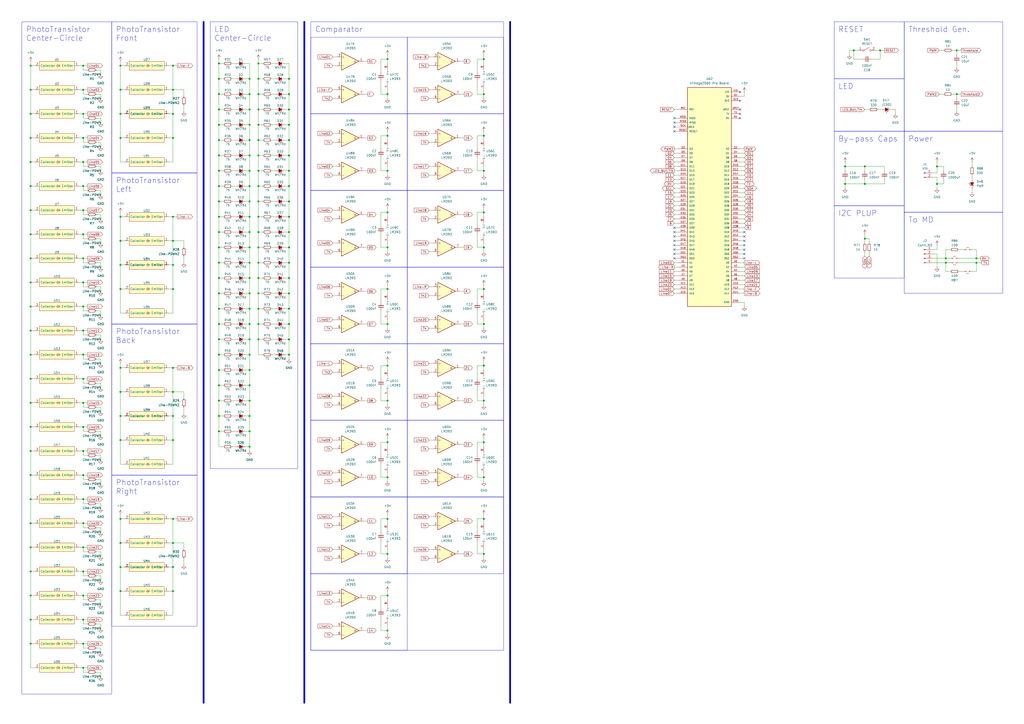
<source format=kicad_sch>
(kicad_sch (version 20231120) (generator "eeschema") (generator_version "8.0")
  (paper "A2")
  (junction (at 144.78 90.17))
  (junction (at 69.85 342.9))
  (junction (at 280.67 300.99))
  (junction (at 17.78 107.95))
  (junction (at 566.42 149.86))
  (junction (at 48.26 93.98))
  (junction (at 167.64 152.4))
  (junction (at 127 90.17))
  (junction (at 69.85 300.99))
  (junction (at 127 205.74))
  (junction (at 224.79 187.96))
  (junction (at 17.78 303.53))
  (junction (at 224.79 212.09))
  (junction (at 127 187.96))
  (junction (at 144.78 99.06))
  (junction (at 48.26 359.41))
  (junction (at 149.86 99.06))
  (junction (at 144.78 196.85))
  (junction (at 144.78 250.19))
  (junction (at 224.79 143.51))
  (junction (at 100.33 314.96))
  (junction (at 17.78 163.83))
  (junction (at 280.67 167.64))
  (junction (at 48.26 247.65))
  (junction (at 17.78 289.56))
  (junction (at 127 54.61))
  (junction (at 144.78 72.39))
  (junction (at 280.67 212.09))
  (junction (at 48.26 219.71))
  (junction (at 149.86 152.4))
  (junction (at 149.86 134.62))
  (junction (at 48.26 331.47))
  (junction (at 224.79 167.64))
  (junction (at 69.85 255.27))
  (junction (at 69.85 227.33))
  (junction (at 48.26 205.74))
  (junction (at 149.86 54.61))
  (junction (at 48.26 387.35))
  (junction (at 167.64 99.06))
  (junction (at 149.86 187.96))
  (junction (at 17.78 275.59))
  (junction (at 127 143.51))
  (junction (at 167.64 205.74))
  (junction (at 554.99 29.21))
  (junction (at 224.79 99.06))
  (junction (at 144.78 161.29))
  (junction (at 224.79 256.54))
  (junction (at 280.67 143.51))
  (junction (at 17.78 135.89))
  (junction (at 167.64 143.51))
  (junction (at 17.78 373.38))
  (junction (at 69.85 241.3))
  (junction (at 69.85 52.07))
  (junction (at 48.26 135.89))
  (junction (at 127 161.29))
  (junction (at 224.79 321.31))
  (junction (at 149.86 116.84))
  (junction (at 127 214.63))
  (junction (at 100.33 255.27))
  (junction (at 144.78 205.74))
  (junction (at 224.79 232.41))
  (junction (at 566.42 152.4))
  (junction (at 69.85 167.64))
  (junction (at 510.54 29.21))
  (junction (at 48.26 107.95))
  (junction (at 490.22 106.68))
  (junction (at 17.78 93.98))
  (junction (at 48.26 177.8))
  (junction (at 167.64 125.73))
  (junction (at 48.26 52.07))
  (junction (at 224.79 78.74))
  (junction (at 543.56 106.68))
  (junction (at 100.33 139.7))
  (junction (at 127 223.52))
  (junction (at 144.78 187.96))
  (junction (at 548.64 149.86))
  (junction (at 167.64 107.95))
  (junction (at 167.64 170.18))
  (junction (at 127 241.3))
  (junction (at 17.78 317.5))
  (junction (at 554.99 54.61))
  (junction (at 167.64 81.28))
  (junction (at 127 63.5))
  (junction (at 280.67 34.29))
  (junction (at 501.65 138.43))
  (junction (at 48.26 163.83))
  (junction (at 100.33 342.9))
  (junction (at 144.78 241.3))
  (junction (at 149.86 107.95))
  (junction (at 144.78 134.62))
  (junction (at 280.67 78.74))
  (junction (at 149.86 161.29))
  (junction (at 144.78 45.72))
  (junction (at 144.78 179.07))
  (junction (at 17.78 247.65))
  (junction (at 167.64 72.39))
  (junction (at 149.86 90.17))
  (junction (at 280.67 123.19))
  (junction (at 127 99.06))
  (junction (at 149.86 81.28))
  (junction (at 144.78 107.95))
  (junction (at 144.78 125.73))
  (junction (at 490.22 96.52))
  (junction (at 127 179.07))
  (junction (at 501.65 106.68))
  (junction (at 127 232.41))
  (junction (at 167.64 116.84))
  (junction (at 69.85 314.96))
  (junction (at 280.67 321.31))
  (junction (at 280.67 256.54))
  (junction (at 127 116.84))
  (junction (at 100.33 80.01))
  (junction (at 144.78 81.28))
  (junction (at 224.79 345.44))
  (junction (at 224.79 300.99))
  (junction (at 224.79 276.86))
  (junction (at 144.78 223.52))
  (junction (at 48.26 233.68))
  (junction (at 127 196.85))
  (junction (at 17.78 331.47))
  (junction (at 127 72.39))
  (junction (at 17.78 191.77))
  (junction (at 100.33 125.73))
  (junction (at 17.78 121.92))
  (junction (at 167.64 179.07))
  (junction (at 17.78 38.1))
  (junction (at 100.33 66.04))
  (junction (at 48.26 317.5))
  (junction (at 100.33 241.3))
  (junction (at 149.86 36.83))
  (junction (at 224.79 54.61))
  (junction (at 149.86 170.18))
  (junction (at 127 250.19))
  (junction (at 127 152.4))
  (junction (at 144.78 63.5))
  (junction (at 48.26 303.53))
  (junction (at 17.78 177.8))
  (junction (at 548.64 152.4))
  (junction (at 167.64 54.61))
  (junction (at 127 170.18))
  (junction (at 280.67 276.86))
  (junction (at 100.33 227.33))
  (junction (at 149.86 179.07))
  (junction (at 127 36.83))
  (junction (at 280.67 232.41))
  (junction (at 100.33 167.64))
  (junction (at 127 81.28))
  (junction (at 280.67 187.96))
  (junction (at 17.78 80.01))
  (junction (at 17.78 233.68))
  (junction (at 501.65 96.52))
  (junction (at 69.85 153.67))
  (junction (at 48.26 373.38))
  (junction (at 495.3 29.21))
  (junction (at 224.79 34.29))
  (junction (at 149.86 125.73))
  (junction (at 144.78 170.18))
  (junction (at 48.26 149.86))
  (junction (at 69.85 139.7))
  (junction (at 100.33 38.1))
  (junction (at 69.85 213.36))
  (junction (at 69.85 66.04))
  (junction (at 224.79 365.76))
  (junction (at 149.86 45.72))
  (junction (at 17.78 345.44))
  (junction (at 100.33 52.07))
  (junction (at 100.33 328.93))
  (junction (at 17.78 52.07))
  (junction (at 149.86 72.39))
  (junction (at 48.26 345.44))
  (junction (at 144.78 143.51))
  (junction (at 48.26 261.62))
  (junction (at 127 134.62))
  (junction (at 543.56 96.52))
  (junction (at 48.26 121.92))
  (junction (at 69.85 328.93))
  (junction (at 224.79 123.19))
  (junction (at 17.78 66.04))
  (junction (at 17.78 149.86))
  (junction (at 48.26 275.59))
  (junction (at 48.26 80.01))
  (junction (at 127 45.72))
  (junction (at 100.33 213.36))
  (junction (at 149.86 196.85))
  (junction (at 17.78 205.74))
  (junction (at 167.64 90.17))
  (junction (at 144.78 232.41))
  (junction (at 144.78 116.84))
  (junction (at 144.78 54.61))
  (junction (at 167.64 196.85))
  (junction (at 48.26 38.1))
  (junction (at 48.26 191.77))
  (junction (at 167.64 63.5))
  (junction (at 144.78 152.4))
  (junction (at 127 125.73))
  (junction (at 144.78 214.63))
  (junction (at 69.85 125.73))
  (junction (at 144.78 259.08))
  (junction (at 48.26 289.56))
  (junction (at 280.67 99.06))
  (junction (at 69.85 38.1))
  (junction (at 69.85 80.01))
  (junction (at 127 107.95))
  (junction (at 17.78 359.41))
  (junction (at 167.64 187.96))
  (junction (at 100.33 300.99))
  (junction (at 149.86 143.51))
  (junction (at 149.86 63.5))
  (junction (at 17.78 219.71))
  (junction (at 280.67 54.61))
  (junction (at 167.64 134.62))
  (junction (at 48.26 66.04))
  (junction (at 17.78 261.62))
  (junction (at 167.64 45.72))
  (junction (at 167.64 161.29))
  (junction (at 100.33 153.67))
  (no_connect (at 431.8 144.78))
  (no_connect (at 429.26 53.34))
  (no_connect (at 431.8 149.86))
  (no_connect (at 431.8 137.16))
  (no_connect (at 391.16 68.58))
  (no_connect (at 391.16 132.08))
  (no_connect (at 429.26 58.42))
  (no_connect (at 429.26 68.58))
  (no_connect (at 429.26 63.5))
  (no_connect (at 391.16 147.32))
  (no_connect (at 391.16 137.16))
  (no_connect (at 391.16 71.12))
  (no_connect (at 391.16 76.2))
  (no_connect (at 391.16 149.86))
  (no_connect (at 391.16 142.24))
  (no_connect (at 391.16 144.78))
  (no_connect (at 431.8 134.62))
  (no_connect (at 391.16 139.7))
  (no_connect (at 431.8 147.32))
  (no_connect (at 429.26 66.04))
  (no_connect (at 431.8 139.7))
  (no_connect (at 391.16 73.66))
  (no_connect (at 431.8 142.24))
  (no_connect (at 391.16 134.62))
  (wire (pts (xy 554.99 29.21) (xy 557.53 29.21)))
  (wire (pts (xy 20.32 52.07) (xy 17.78 52.07)))
  (wire (pts (xy 45.72 93.98) (xy 48.26 93.98)))
  (wire (pts (xy 391.16 127) (xy 393.7 127)))
  (wire (pts (xy 510.54 34.29) (xy 510.54 29.21)))
  (wire (pts (xy 55.88 40.64) (xy 58.42 40.64)))
  (wire (pts (xy 48.26 177.8) (xy 48.26 180.34)))
  (wire (pts (xy 100.33 213.36) (xy 100.33 227.33)))
  (wire (pts (xy 48.26 121.92) (xy 50.8 121.92)))
  (wire (pts (xy 127 54.61) (xy 127 63.5)))
  (wire (pts (xy 58.42 347.98) (xy 58.42 350.52)))
  (wire (pts (xy 127 81.28) (xy 127 90.17)))
  (wire (pts (xy 431.8 154.94) (xy 429.26 154.94)))
  (wire (pts (xy 72.39 52.07) (xy 69.85 52.07)))
  (wire (pts (xy 501.65 63.5) (xy 504.19 63.5)))
  (wire (pts (xy 134.62 187.96) (xy 137.16 187.96)))
  (wire (pts (xy 134.62 36.83) (xy 137.16 36.83)))
  (wire (pts (xy 48.26 233.68) (xy 50.8 233.68)))
  (wire (pts (xy 127 232.41) (xy 127 241.3)))
  (wire (pts (xy 152.4 179.07) (xy 149.86 179.07)))
  (wire (pts (xy 504.19 146.05) (xy 504.19 148.59)))
  (wire (pts (xy 127 45.72) (xy 127 54.61)))
  (wire (pts (xy 144.78 214.63) (xy 144.78 223.52)))
  (wire (pts (xy 280.67 78.74) (xy 280.67 81.28)))
  (wire (pts (xy 165.1 54.61) (xy 167.64 54.61)))
  (wire (pts (xy 48.26 54.61) (xy 50.8 54.61)))
  (wire (pts (xy 167.64 125.73) (xy 167.64 134.62)))
  (wire (pts (xy 248.92 96.52) (xy 251.46 96.52)))
  (wire (pts (xy 149.86 107.95) (xy 149.86 116.84)))
  (wire (pts (xy 129.54 205.74) (xy 127 205.74)))
  (wire (pts (xy 20.32 373.38) (xy 17.78 373.38)))
  (wire (pts (xy 45.72 66.04) (xy 48.26 66.04)))
  (wire (pts (xy 224.79 368.3) (xy 224.79 365.76)))
  (wire (pts (xy 391.16 63.5) (xy 393.7 63.5)))
  (wire (pts (xy 510.54 29.21) (xy 508 29.21)))
  (wire (pts (xy 490.22 96.52) (xy 490.22 93.98)))
  (wire (pts (xy 134.62 54.61) (xy 137.16 54.61)))
  (wire (pts (xy 548.64 144.78) (xy 551.18 144.78)))
  (wire (pts (xy 17.78 373.38) (xy 17.78 387.35)))
  (wire (pts (xy 431.8 175.26) (xy 431.8 177.8)))
  (wire (pts (xy 97.79 167.64) (xy 100.33 167.64)))
  (wire (pts (xy 220.98 86.36) (xy 220.98 78.74)))
  (wire (pts (xy 152.4 161.29) (xy 149.86 161.29)))
  (wire (pts (xy 248.92 323.85) (xy 251.46 323.85)))
  (wire (pts (xy 248.92 229.87) (xy 251.46 229.87)))
  (wire (pts (xy 391.16 165.1) (xy 393.7 165.1)))
  (wire (pts (xy 193.04 96.52) (xy 195.58 96.52)))
  (wire (pts (xy 280.67 99.06) (xy 280.67 96.52)))
  (wire (pts (xy 48.26 306.07) (xy 50.8 306.07)))
  (wire (pts (xy 69.85 80.01) (xy 69.85 93.98)))
  (wire (pts (xy 69.85 328.93) (xy 69.85 342.9)))
  (wire (pts (xy 48.26 261.62) (xy 48.26 264.16)))
  (wire (pts (xy 193.04 38.1) (xy 195.58 38.1)))
  (wire (pts (xy 48.26 219.71) (xy 48.26 222.25)))
  (wire (pts (xy 17.78 121.92) (xy 17.78 135.89)))
  (wire (pts (xy 543.56 96.52) (xy 547.37 96.52)))
  (wire (pts (xy 134.62 179.07) (xy 137.16 179.07)))
  (wire (pts (xy 431.8 99.06) (xy 429.26 99.06)))
  (wire (pts (xy 391.16 162.56) (xy 393.7 162.56)))
  (wire (pts (xy 391.16 93.98) (xy 393.7 93.98)))
  (wire (pts (xy 48.26 166.37) (xy 50.8 166.37)))
  (wire (pts (xy 152.4 196.85) (xy 149.86 196.85)))
  (wire (pts (xy 431.8 114.3) (xy 429.26 114.3)))
  (wire (pts (xy 144.78 223.52) (xy 144.78 232.41)))
  (wire (pts (xy 495.3 29.21) (xy 497.84 29.21)))
  (wire (pts (xy 429.26 175.26) (xy 431.8 175.26)))
  (wire (pts (xy 100.33 314.96) (xy 100.33 328.93)))
  (wire (pts (xy 431.8 53.34) (xy 431.8 55.88)))
  (wire (pts (xy 193.04 368.3) (xy 195.58 368.3)))
  (wire (pts (xy 556.26 149.86) (xy 566.42 149.86)))
  (wire (pts (xy 276.86 99.06) (xy 280.67 99.06)))
  (wire (pts (xy 45.72 387.35) (xy 48.26 387.35)))
  (wire (pts (xy 248.92 33.02) (xy 251.46 33.02)))
  (wire (pts (xy 20.32 331.47) (xy 17.78 331.47)))
  (wire (pts (xy 127 196.85) (xy 127 205.74)))
  (wire (pts (xy 69.85 255.27) (xy 69.85 269.24)))
  (wire (pts (xy 48.26 208.28) (xy 50.8 208.28)))
  (wire (pts (xy 391.16 134.62) (xy 393.7 134.62)))
  (wire (pts (xy 193.04 52.07) (xy 195.58 52.07)))
  (wire (pts (xy 193.04 260.35) (xy 195.58 260.35)))
  (wire (pts (xy 276.86 86.36) (xy 276.86 78.74)))
  (wire (pts (xy 144.78 107.95) (xy 144.78 116.84)))
  (wire (pts (xy 509.27 63.5) (xy 511.81 63.5)))
  (wire (pts (xy 224.79 345.44) (xy 224.79 347.98)))
  (wire (pts (xy 48.26 191.77) (xy 50.8 191.77)))
  (wire (pts (xy 58.42 375.92) (xy 58.42 378.46)))
  (wire (pts (xy 100.33 139.7) (xy 100.33 153.67)))
  (wire (pts (xy 134.62 250.19) (xy 137.16 250.19)))
  (wire (pts (xy 72.39 300.99) (xy 69.85 300.99)))
  (wire (pts (xy 167.64 161.29) (xy 167.64 170.18)))
  (wire (pts (xy 213.36 346.71) (xy 210.82 346.71)))
  (wire (pts (xy 220.98 54.61) (xy 224.79 54.61)))
  (wire (pts (xy 391.16 99.06) (xy 393.7 99.06)))
  (wire (pts (xy 280.67 276.86) (xy 280.67 274.32)))
  (wire (pts (xy 541.02 144.78) (xy 543.56 144.78)))
  (wire (pts (xy 142.24 223.52) (xy 144.78 223.52)))
  (wire (pts (xy 193.04 57.15) (xy 195.58 57.15)))
  (wire (pts (xy 97.79 300.99) (xy 100.33 300.99)))
  (wire (pts (xy 48.26 121.92) (xy 48.26 124.46)))
  (wire (pts (xy 165.1 36.83) (xy 167.64 36.83)))
  (wire (pts (xy 167.64 107.95) (xy 167.64 116.84)))
  (wire (pts (xy 134.62 107.95) (xy 137.16 107.95)))
  (wire (pts (xy 167.64 36.83) (xy 167.64 45.72)))
  (wire (pts (xy 566.42 149.86) (xy 566.42 144.78)))
  (wire (pts (xy 20.32 191.77) (xy 17.78 191.77)))
  (wire (pts (xy 224.79 54.61) (xy 224.79 52.07)))
  (wire (pts (xy 276.86 175.26) (xy 276.86 167.64)))
  (wire (pts (xy 45.72 261.62) (xy 48.26 261.62)))
  (wire (pts (xy 152.4 72.39) (xy 149.86 72.39)))
  (wire (pts (xy 165.1 72.39) (xy 167.64 72.39)))
  (wire (pts (xy 72.39 227.33) (xy 69.85 227.33)))
  (wire (pts (xy 193.04 77.47) (xy 195.58 77.47)))
  (wire (pts (xy 391.16 71.12) (xy 393.7 71.12)))
  (wire (pts (xy 431.8 132.08) (xy 429.26 132.08)))
  (wire (pts (xy 100.33 80.01) (xy 100.33 93.98)))
  (wire (pts (xy 280.67 123.19) (xy 280.67 125.73)))
  (wire (pts (xy 248.92 140.97) (xy 251.46 140.97)))
  (wire (pts (xy 431.8 162.56) (xy 429.26 162.56)))
  (wire (pts (xy 129.54 143.51) (xy 127 143.51)))
  (wire (pts (xy 280.67 57.15) (xy 280.67 54.61)))
  (wire (pts (xy 554.99 31.75) (xy 554.99 29.21)))
  (wire (pts (xy 552.45 29.21) (xy 554.99 29.21)))
  (wire (pts (xy 391.16 119.38) (xy 393.7 119.38)))
  (wire (pts (xy 276.86 187.96) (xy 280.67 187.96)))
  (wire (pts (xy 165.1 152.4) (xy 167.64 152.4)))
  (wire (pts (xy 193.04 146.05) (xy 195.58 146.05)))
  (wire (pts (xy 55.88 82.55) (xy 58.42 82.55)))
  (wire (pts (xy 55.88 334.01) (xy 58.42 334.01)))
  (wire (pts (xy 129.54 214.63) (xy 127 214.63)))
  (wire (pts (xy 142.24 232.41) (xy 144.78 232.41)))
  (wire (pts (xy 45.72 359.41) (xy 48.26 359.41)))
  (wire (pts (xy 48.26 250.19) (xy 50.8 250.19)))
  (wire (pts (xy 17.78 135.89) (xy 17.78 149.86)))
  (wire (pts (xy 152.4 125.73) (xy 149.86 125.73)))
  (wire (pts (xy 391.16 129.54) (xy 393.7 129.54)))
  (wire (pts (xy 276.86 276.86) (xy 280.67 276.86)))
  (wire (pts (xy 165.1 45.72) (xy 167.64 45.72)))
  (wire (pts (xy 127 187.96) (xy 127 196.85)))
  (wire (pts (xy 100.33 153.67) (xy 100.33 167.64)))
  (wire (pts (xy 224.79 323.85) (xy 224.79 321.31)))
  (wire (pts (xy 501.65 138.43) (xy 501.65 140.97)))
  (wire (pts (xy 20.32 93.98) (xy 17.78 93.98)))
  (wire (pts (xy 55.88 375.92) (xy 58.42 375.92)))
  (wire (pts (xy 72.39 356.87) (xy 69.85 356.87)))
  (wire (pts (xy 280.67 279.4) (xy 280.67 276.86)))
  (wire (pts (xy 224.79 232.41) (xy 224.79 229.87)))
  (wire (pts (xy 129.54 187.96) (xy 127 187.96)))
  (wire (pts (xy 142.24 125.73) (xy 144.78 125.73)))
  (wire (pts (xy 97.79 213.36) (xy 100.33 213.36)))
  (wire (pts (xy 127 152.4) (xy 127 161.29)))
  (wire (pts (xy 165.1 205.74) (xy 167.64 205.74)))
  (wire (pts (xy 220.98 135.89) (xy 220.98 143.51)))
  (wire (pts (xy 513.08 104.14) (xy 513.08 106.68)))
  (wire (pts (xy 431.8 127) (xy 429.26 127)))
  (wire (pts (xy 20.32 149.86) (xy 17.78 149.86)))
  (wire (pts (xy 48.26 275.59) (xy 48.26 278.13)))
  (wire (pts (xy 167.64 72.39) (xy 167.64 81.28)))
  (wire (pts (xy 20.32 345.44) (xy 17.78 345.44)))
  (wire (pts (xy 431.8 119.38) (xy 429.26 119.38)))
  (wire (pts (xy 69.85 342.9) (xy 69.85 356.87)))
  (wire (pts (xy 500.38 34.29) (xy 495.3 34.29)))
  (wire (pts (xy 69.85 125.73) (xy 69.85 139.7)))
  (wire (pts (xy 149.86 161.29) (xy 149.86 170.18)))
  (wire (pts (xy 548.64 149.86) (xy 548.64 144.78)))
  (wire (pts (xy 276.86 41.91) (xy 276.86 34.29)))
  (wire (pts (xy 55.88 180.34) (xy 58.42 180.34)))
  (wire (pts (xy 127 125.73) (xy 127 134.62)))
  (wire (pts (xy 144.78 241.3) (xy 144.78 250.19)))
  (wire (pts (xy 269.24 276.86) (xy 266.7 276.86)))
  (wire (pts (xy 134.62 143.51) (xy 137.16 143.51)))
  (wire (pts (xy 69.85 213.36) (xy 69.85 227.33)))
  (wire (pts (xy 566.42 149.86) (xy 568.96 149.86)))
  (wire (pts (xy 280.67 300.99) (xy 280.67 303.53)))
  (wire (pts (xy 220.98 308.61) (xy 220.98 300.99)))
  (wire (pts (xy 129.54 72.39) (xy 127 72.39)))
  (wire (pts (xy 391.16 86.36) (xy 393.7 86.36)))
  (wire (pts (xy 48.26 93.98) (xy 50.8 93.98)))
  (wire (pts (xy 543.56 147.32) (xy 543.56 154.94)))
  (wire (pts (xy 55.88 278.13) (xy 58.42 278.13)))
  (wire (pts (xy 129.54 161.29) (xy 127 161.29)))
  (wire (pts (xy 144.78 134.62) (xy 144.78 143.51)))
  (wire (pts (xy 48.26 233.68) (xy 48.26 236.22)))
  (wire (pts (xy 220.98 345.44) (xy 224.79 345.44)))
  (wire (pts (xy 45.72 219.71) (xy 48.26 219.71)))
  (wire (pts (xy 97.79 125.73) (xy 100.33 125.73)))
  (wire (pts (xy 97.79 93.98) (xy 100.33 93.98)))
  (wire (pts (xy 55.88 194.31) (xy 58.42 194.31)))
  (wire (pts (xy 100.33 38.1) (xy 100.33 52.07)))
  (wire (pts (xy 167.64 134.62) (xy 167.64 143.51)))
  (wire (pts (xy 69.85 153.67) (xy 69.85 167.64)))
  (wire (pts (xy 224.79 143.51) (xy 224.79 140.97)))
  (wire (pts (xy 220.98 358.14) (xy 220.98 365.76)))
  (wire (pts (xy 55.88 236.22) (xy 58.42 236.22)))
  (wire (pts (xy 45.72 303.53) (xy 48.26 303.53)))
  (wire (pts (xy 220.98 212.09) (xy 224.79 212.09)))
  (wire (pts (xy 224.79 365.76) (xy 224.79 363.22)))
  (wire (pts (xy 144.78 63.5) (xy 144.78 72.39)))
  (wire (pts (xy 144.78 259.08) (xy 144.78 261.62)))
  (wire (pts (xy 558.8 157.48) (xy 556.26 157.48)))
  (wire (pts (xy 543.56 93.98) (xy 543.56 96.52)))
  (wire (pts (xy 490.22 106.68) (xy 490.22 104.14)))
  (wire (pts (xy 17.78 233.68) (xy 17.78 247.65)))
  (wire (pts (xy 48.26 247.65) (xy 50.8 247.65)))
  (wire (pts (xy 17.78 345.44) (xy 17.78 359.41)))
  (wire (pts (xy 566.42 152.4) (xy 568.96 152.4)))
  (wire (pts (xy 69.85 35.56) (xy 69.85 38.1)))
  (wire (pts (xy 280.67 254) (xy 280.67 256.54)))
  (wire (pts (xy 48.26 361.95) (xy 50.8 361.95)))
  (wire (pts (xy 543.56 106.68) (xy 543.56 109.22)))
  (wire (pts (xy 220.98 130.81) (xy 220.98 123.19)))
  (wire (pts (xy 20.32 80.01) (xy 17.78 80.01)))
  (wire (pts (xy 213.36 302.26) (xy 210.82 302.26)))
  (wire (pts (xy 280.67 101.6) (xy 280.67 99.06)))
  (wire (pts (xy 134.62 196.85) (xy 137.16 196.85)))
  (wire (pts (xy 213.36 143.51) (xy 210.82 143.51)))
  (wire (pts (xy 58.42 334.01) (xy 58.42 336.55)))
  (wire (pts (xy 48.26 345.44) (xy 50.8 345.44)))
  (wire (pts (xy 391.16 157.48) (xy 393.7 157.48)))
  (wire (pts (xy 391.16 68.58) (xy 393.7 68.58)))
  (wire (pts (xy 127 223.52) (xy 127 232.41)))
  (wire (pts (xy 431.8 55.88) (xy 429.26 55.88)))
  (wire (pts (xy 224.79 123.19) (xy 224.79 125.73)))
  (wire (pts (xy 100.33 139.7) (xy 106.68 139.7)))
  (wire (pts (xy 193.04 127) (xy 195.58 127)))
  (wire (pts (xy 127 161.29) (xy 127 170.18)))
  (wire (pts (xy 48.26 375.92) (xy 50.8 375.92)))
  (wire (pts (xy 213.36 213.36) (xy 210.82 213.36)))
  (wire (pts (xy 431.8 142.24) (xy 429.26 142.24)))
  (wire (pts (xy 20.32 233.68) (xy 17.78 233.68)))
  (wire (pts (xy 220.98 34.29) (xy 224.79 34.29)))
  (wire (pts (xy 391.16 167.64) (xy 393.7 167.64)))
  (wire (pts (xy 20.32 303.53) (xy 17.78 303.53)))
  (wire (pts (xy 72.39 153.67) (xy 69.85 153.67)))
  (wire (pts (xy 142.24 116.84) (xy 144.78 116.84)))
  (wire (pts (xy 129.54 116.84) (xy 127 116.84)))
  (wire (pts (xy 149.86 196.85) (xy 149.86 205.74)))
  (wire (pts (xy 149.86 81.28) (xy 149.86 90.17)))
  (wire (pts (xy 58.42 208.28) (xy 58.42 210.82)))
  (wire (pts (xy 134.62 223.52) (xy 137.16 223.52)))
  (wire (pts (xy 220.98 99.06) (xy 224.79 99.06)))
  (wire (pts (xy 45.72 135.89) (xy 48.26 135.89)))
  (wire (pts (xy 149.86 36.83) (xy 149.86 45.72)))
  (wire (pts (xy 224.79 165.1) (xy 224.79 167.64)))
  (wire (pts (xy 48.26 289.56) (xy 50.8 289.56)))
  (wire (pts (xy 129.54 36.83) (xy 127 36.83)))
  (wire (pts (xy 142.24 143.51) (xy 144.78 143.51)))
  (wire (pts (xy 556.26 152.4) (xy 566.42 152.4)))
  (wire (pts (xy 152.4 116.84) (xy 149.86 116.84)))
  (wire (pts (xy 48.26 149.86) (xy 50.8 149.86)))
  (wire (pts (xy 193.04 82.55) (xy 195.58 82.55)))
  (wire (pts (xy 17.78 177.8) (xy 17.78 191.77)))
  (wire (pts (xy 129.54 259.08) (xy 127 259.08)))
  (wire (pts (xy 45.72 247.65) (xy 48.26 247.65)))
  (wire (pts (xy 97.79 181.61) (xy 100.33 181.61)))
  (wire (pts (xy 224.79 254) (xy 224.79 256.54)))
  (wire (pts (xy 193.04 215.9) (xy 195.58 215.9)))
  (wire (pts (xy 17.78 275.59) (xy 17.78 289.56)))
  (wire (pts (xy 269.24 187.96) (xy 266.7 187.96)))
  (wire (pts (xy 17.78 191.77) (xy 17.78 205.74)))
  (wire (pts (xy 69.85 300.99) (xy 69.85 314.96)))
  (wire (pts (xy 58.42 96.52) (xy 58.42 99.06)))
  (wire (pts (xy 167.64 54.61) (xy 167.64 63.5)))
  (wire (pts (xy 391.16 132.08) (xy 393.7 132.08)))
  (wire (pts (xy 48.26 152.4) (xy 50.8 152.4)))
  (wire (pts (xy 224.79 234.95) (xy 224.79 232.41)))
  (wire (pts (xy 224.79 187.96) (xy 224.79 185.42)))
  (wire (pts (xy 224.79 146.05) (xy 224.79 143.51)))
  (wire (pts (xy 224.79 212.09) (xy 224.79 214.63)))
  (wire (pts (xy 20.32 317.5) (xy 17.78 317.5)))
  (wire (pts (xy 391.16 147.32) (xy 393.7 147.32)))
  (wire (pts (xy 58.42 68.58) (xy 58.42 71.12)))
  (wire (pts (xy 58.42 222.25) (xy 58.42 224.79)))
  (wire (pts (xy 431.8 152.4) (xy 429.26 152.4)))
  (wire (pts (xy 69.85 38.1) (xy 69.85 52.07)))
  (wire (pts (xy 431.8 137.16) (xy 429.26 137.16)))
  (wire (pts (xy 48.26 93.98) (xy 48.26 96.52)))
  (wire (pts (xy 17.78 289.56) (xy 17.78 303.53)))
  (wire (pts (xy 220.98 269.24) (xy 220.98 276.86)))
  (wire (pts (xy 276.86 269.24) (xy 276.86 276.86)))
  (wire (pts (xy 72.39 80.01) (xy 69.85 80.01)))
  (wire (pts (xy 157.48 125.73) (xy 160.02 125.73)))
  (wire (pts (xy 58.42 250.19) (xy 58.42 252.73)))
  (wire (pts (xy 48.26 38.1) (xy 50.8 38.1)))
  (polyline (pts (xy 176.53 12.7) (xy 176.53 407.67)) (stroke (width 1)))
  (wire (pts (xy 280.67 256.54) (xy 280.67 259.08)))
  (wire (pts (xy 20.32 205.74) (xy 17.78 205.74)))
  (wire (pts (xy 100.33 328.93) (xy 100.33 342.9)))
  (wire (pts (xy 97.79 255.27) (xy 100.33 255.27)))
  (wire (pts (xy 280.67 323.85) (xy 280.67 321.31)))
  (wire (pts (xy 220.98 175.26) (xy 220.98 167.64)))
  (wire (pts (xy 48.26 387.35) (xy 48.26 389.89)))
  (wire (pts (xy 269.24 143.51) (xy 266.7 143.51)))
  (wire (pts (xy 149.86 125.73) (xy 149.86 134.62)))
  (wire (pts (xy 431.8 147.32) (xy 429.26 147.32)))
  (wire (pts (xy 129.54 170.18) (xy 127 170.18)))
  (wire (pts (xy 269.24 168.91) (xy 266.7 168.91)))
  (wire (pts (xy 193.04 101.6) (xy 195.58 101.6)))
  (wire (pts (xy 48.26 219.71) (xy 50.8 219.71)))
  (wire (pts (xy 431.8 96.52) (xy 429.26 96.52)))
  (wire (pts (xy 45.72 233.68) (xy 48.26 233.68)))
  (wire (pts (xy 152.4 45.72) (xy 149.86 45.72)))
  (wire (pts (xy 144.78 143.51) (xy 144.78 152.4)))
  (wire (pts (xy 55.88 222.25) (xy 58.42 222.25)))
  (wire (pts (xy 152.4 63.5) (xy 149.86 63.5)))
  (wire (pts (xy 48.26 320.04) (xy 50.8 320.04)))
  (wire (pts (xy 157.48 161.29) (xy 160.02 161.29)))
  (wire (pts (xy 55.88 110.49) (xy 58.42 110.49)))
  (wire (pts (xy 167.64 99.06) (xy 167.64 107.95)))
  (wire (pts (xy 547.37 104.14) (xy 547.37 106.68)))
  (wire (pts (xy 127 134.62) (xy 127 143.51)))
  (wire (pts (xy 129.54 99.06) (xy 127 99.06)))
  (wire (pts (xy 129.54 134.62) (xy 127 134.62)))
  (wire (pts (xy 224.79 78.74) (xy 224.79 81.28)))
  (wire (pts (xy 431.8 165.1) (xy 429.26 165.1)))
  (wire (pts (xy 58.42 54.61) (xy 58.42 57.15)))
  (wire (pts (xy 48.26 163.83) (xy 50.8 163.83)))
  (wire (pts (xy 157.48 170.18) (xy 160.02 170.18)))
  (wire (pts (xy 248.92 82.55) (xy 251.46 82.55)))
  (wire (pts (xy 269.24 54.61) (xy 266.7 54.61)))
  (wire (pts (xy 144.78 161.29) (xy 144.78 170.18)))
  (wire (pts (xy 142.24 161.29) (xy 144.78 161.29)))
  (wire (pts (xy 213.36 124.46) (xy 210.82 124.46)))
  (wire (pts (xy 106.68 323.85) (xy 106.68 327.66)))
  (wire (pts (xy 224.79 57.15) (xy 224.79 54.61)))
  (wire (pts (xy 134.62 99.06) (xy 137.16 99.06)))
  (wire (pts (xy 248.92 101.6) (xy 251.46 101.6)))
  (wire (pts (xy 97.79 139.7) (xy 100.33 139.7)))
  (wire (pts (xy 72.39 241.3) (xy 69.85 241.3)))
  (wire (pts (xy 566.42 144.78) (xy 563.88 144.78)))
  (wire (pts (xy 142.24 214.63) (xy 144.78 214.63)))
  (wire (pts (xy 157.48 81.28) (xy 160.02 81.28)))
  (wire (pts (xy 149.86 116.84) (xy 149.86 125.73)))
  (wire (pts (xy 45.72 38.1) (xy 48.26 38.1)))
  (wire (pts (xy 152.4 90.17) (xy 149.86 90.17)))
  (wire (pts (xy 193.04 299.72) (xy 195.58 299.72)))
  (wire (pts (xy 280.67 232.41) (xy 280.67 229.87)))
  (wire (pts (xy 58.42 110.49) (xy 58.42 113.03)))
  (wire (pts (xy 269.24 124.46) (xy 266.7 124.46)))
  (wire (pts (xy 165.1 99.06) (xy 167.64 99.06)))
  (wire (pts (xy 45.72 191.77) (xy 48.26 191.77)))
  (wire (pts (xy 248.92 121.92) (xy 251.46 121.92)))
  (wire (pts (xy 152.4 143.51) (xy 149.86 143.51)))
  (wire (pts (xy 45.72 205.74) (xy 48.26 205.74)))
  (wire (pts (xy 20.32 387.35) (xy 17.78 387.35)))
  (wire (pts (xy 248.92 299.72) (xy 251.46 299.72)))
  (wire (pts (xy 501.65 138.43) (xy 504.19 138.43)))
  (wire (pts (xy 48.26 80.01) (xy 48.26 82.55)))
  (wire (pts (xy 134.62 214.63) (xy 137.16 214.63)))
  (wire (pts (xy 48.26 317.5) (xy 50.8 317.5)))
  (wire (pts (xy 142.24 152.4) (xy 144.78 152.4)))
  (wire (pts (xy 224.79 34.29) (xy 224.79 36.83)))
  (wire (pts (xy 391.16 101.6) (xy 393.7 101.6)))
  (wire (pts (xy 45.72 275.59) (xy 48.26 275.59)))
  (wire (pts (xy 142.24 134.62) (xy 144.78 134.62)))
  (wire (pts (xy 129.54 63.5) (xy 127 63.5)))
  (wire (pts (xy 213.36 365.76) (xy 210.82 365.76)))
  (wire (pts (xy 157.48 205.74) (xy 160.02 205.74)))
  (wire (pts (xy 280.67 167.64) (xy 280.67 170.18)))
  (wire (pts (xy 431.8 91.44) (xy 429.26 91.44)))
  (wire (pts (xy 129.54 125.73) (xy 127 125.73)))
  (wire (pts (xy 224.79 209.55) (xy 224.79 212.09)))
  (wire (pts (xy 157.48 134.62) (xy 160.02 134.62)))
  (wire (pts (xy 69.85 227.33) (xy 69.85 241.3)))
  (wire (pts (xy 248.92 57.15) (xy 251.46 57.15)))
  (wire (pts (xy 149.86 134.62) (xy 149.86 143.51)))
  (wire (pts (xy 100.33 227.33) (xy 106.68 227.33)))
  (wire (pts (xy 127 241.3) (xy 127 250.19)))
  (wire (pts (xy 55.88 347.98) (xy 58.42 347.98)))
  (wire (pts (xy 513.08 99.06) (xy 513.08 96.52)))
  (wire (pts (xy 224.79 120.65) (xy 224.79 123.19)))
  (wire (pts (xy 157.48 116.84) (xy 160.02 116.84)))
  (wire (pts (xy 97.79 80.01) (xy 100.33 80.01)))
  (wire (pts (xy 20.32 261.62) (xy 17.78 261.62)))
  (wire (pts (xy 134.62 170.18) (xy 137.16 170.18)))
  (wire (pts (xy 45.72 80.01) (xy 48.26 80.01)))
  (wire (pts (xy 17.78 80.01) (xy 17.78 93.98)))
  (wire (pts (xy 543.56 102.87) (xy 543.56 106.68)))
  (wire (pts (xy 129.54 179.07) (xy 127 179.07)))
  (wire (pts (xy 269.24 99.06) (xy 266.7 99.06)))
  (wire (pts (xy 431.8 170.18) (xy 429.26 170.18)))
  (wire (pts (xy 165.1 116.84) (xy 167.64 116.84)))
  (wire (pts (xy 276.86 308.61) (xy 276.86 300.99)))
  (wire (pts (xy 248.92 215.9) (xy 251.46 215.9)))
  (wire (pts (xy 224.79 101.6) (xy 224.79 99.06)))
  (wire (pts (xy 167.64 45.72) (xy 167.64 54.61)))
  (wire (pts (xy 276.86 321.31) (xy 280.67 321.31)))
  (wire (pts (xy 72.39 342.9) (xy 69.85 342.9)))
  (wire (pts (xy 142.24 36.83) (xy 144.78 36.83)))
  (wire (pts (xy 248.92 171.45) (xy 251.46 171.45)))
  (wire (pts (xy 100.33 300.99) (xy 102.87 300.99)))
  (wire (pts (xy 106.68 314.96) (xy 106.68 318.77)))
  (wire (pts (xy 563.88 93.98) (xy 563.88 96.52)))
  (wire (pts (xy 220.98 365.76) (xy 224.79 365.76)))
  (wire (pts (xy 224.79 321.31) (xy 224.79 318.77)))
  (wire (pts (xy 142.24 90.17) (xy 144.78 90.17)))
  (wire (pts (xy 72.39 269.24) (xy 69.85 269.24)))
  (wire (pts (xy 490.22 99.06) (xy 490.22 96.52)))
  (wire (pts (xy 58.42 40.64) (xy 58.42 43.18)))
  (wire (pts (xy 391.16 139.7) (xy 393.7 139.7)))
  (wire (pts (xy 48.26 124.46) (xy 50.8 124.46)))
  (wire (pts (xy 72.39 38.1) (xy 69.85 38.1)))
  (wire (pts (xy 224.79 190.5) (xy 224.79 187.96)))
  (wire (pts (xy 48.26 345.44) (xy 48.26 347.98)))
  (wire (pts (xy 48.26 334.01) (xy 50.8 334.01)))
  (wire (pts (xy 127 63.5) (xy 127 72.39)))
  (wire (pts (xy 280.67 321.31) (xy 280.67 318.77)))
  (wire (pts (xy 224.79 300.99) (xy 224.79 303.53)))
  (wire (pts (xy 492.76 29.21) (xy 495.3 29.21)))
  (wire (pts (xy 20.32 247.65) (xy 17.78 247.65)))
  (wire (pts (xy 269.24 232.41) (xy 266.7 232.41)))
  (wire (pts (xy 224.79 76.2) (xy 224.79 78.74)))
  (wire (pts (xy 431.8 160.02) (xy 429.26 160.02)))
  (wire (pts (xy 48.26 387.35) (xy 50.8 387.35)))
  (wire (pts (xy 431.8 121.92) (xy 429.26 121.92)))
  (wire (pts (xy 149.86 54.61) (xy 149.86 63.5)))
  (wire (pts (xy 100.33 66.04) (xy 100.33 80.01)))
  (wire (pts (xy 167.64 196.85) (xy 167.64 205.74)))
  (wire (pts (xy 391.16 170.18) (xy 393.7 170.18)))
  (wire (pts (xy 97.79 227.33) (xy 100.33 227.33)))
  (wire (pts (xy 248.92 52.07) (xy 251.46 52.07)))
  (wire (pts (xy 100.33 38.1) (xy 102.87 38.1)))
  (wire (pts (xy 280.67 209.55) (xy 280.67 212.09)))
  (wire (pts (xy 127 179.07) (xy 127 187.96)))
  (wire (pts (xy 142.24 99.06) (xy 144.78 99.06)))
  (wire (pts (xy 129.54 196.85) (xy 127 196.85)))
  (wire (pts (xy 276.86 123.19) (xy 280.67 123.19)))
  (wire (pts (xy 97.79 241.3) (xy 100.33 241.3)))
  (wire (pts (xy 391.16 104.14) (xy 393.7 104.14)))
  (wire (pts (xy 149.86 63.5) (xy 149.86 72.39)))
  (wire (pts (xy 501.65 106.68) (xy 501.65 104.14)))
  (wire (pts (xy 55.88 361.95) (xy 58.42 361.95)))
  (wire (pts (xy 72.39 213.36) (xy 69.85 213.36)))
  (wire (pts (xy 165.1 143.51) (xy 167.64 143.51)))
  (wire (pts (xy 48.26 247.65) (xy 48.26 250.19)))
  (wire (pts (xy 220.98 41.91) (xy 220.98 34.29)))
  (wire (pts (xy 55.88 320.04) (xy 58.42 320.04)))
  (wire (pts (xy 58.42 389.89) (xy 58.42 392.43)))
  (wire (pts (xy 391.16 154.94) (xy 393.7 154.94)))
  (wire (pts (xy 48.26 205.74) (xy 48.26 208.28)))
  (wire (pts (xy 548.64 152.4) (xy 551.18 152.4)))
  (wire (pts (xy 17.78 219.71) (xy 17.78 233.68)))
  (wire (pts (xy 220.98 143.51) (xy 224.79 143.51)))
  (wire (pts (xy 269.24 257.81) (xy 266.7 257.81)))
  (wire (pts (xy 248.92 146.05) (xy 251.46 146.05)))
  (wire (pts (xy 280.67 165.1) (xy 280.67 167.64)))
  (wire (pts (xy 220.98 264.16) (xy 220.98 256.54)))
  (wire (pts (xy 58.42 361.95) (xy 58.42 364.49)))
  (wire (pts (xy 543.56 96.52) (xy 543.56 100.33)))
  (wire (pts (xy 17.78 93.98) (xy 17.78 107.95)))
  (wire (pts (xy 391.16 152.4) (xy 393.7 152.4)))
  (wire (pts (xy 48.26 38.1) (xy 48.26 40.64)))
  (wire (pts (xy 142.24 241.3) (xy 144.78 241.3)))
  (wire (pts (xy 45.72 345.44) (xy 48.26 345.44)))
  (wire (pts (xy 193.04 304.8) (xy 195.58 304.8)))
  (wire (pts (xy 248.92 127) (xy 251.46 127)))
  (wire (pts (xy 72.39 93.98) (xy 69.85 93.98)))
  (wire (pts (xy 20.32 38.1) (xy 17.78 38.1)))
  (wire (pts (xy 45.72 52.07) (xy 48.26 52.07)))
  (wire (pts (xy 20.32 289.56) (xy 17.78 289.56)))
  (wire (pts (xy 127 250.19) (xy 127 259.08)))
  (wire (pts (xy 431.8 86.36) (xy 429.26 86.36)))
  (wire (pts (xy 48.26 135.89) (xy 50.8 135.89)))
  (wire (pts (xy 48.26 389.89) (xy 50.8 389.89)))
  (wire (pts (xy 167.64 116.84) (xy 167.64 125.73)))
  (wire (pts (xy 224.79 276.86) (xy 224.79 274.32)))
  (wire (pts (xy 563.88 104.14) (xy 563.88 101.6)))
  (wire (pts (xy 106.68 139.7) (xy 106.68 143.51)))
  (wire (pts (xy 48.26 180.34) (xy 50.8 180.34)))
  (wire (pts (xy 48.26 303.53) (xy 48.26 306.07)))
  (wire (pts (xy 58.42 166.37) (xy 58.42 168.91)))
  (wire (pts (xy 97.79 314.96) (xy 100.33 314.96)))
  (wire (pts (xy 152.4 81.28) (xy 149.86 81.28)))
  (wire (pts (xy 504.19 138.43) (xy 504.19 140.97)))
  (wire (pts (xy 48.26 264.16) (xy 50.8 264.16)))
  (wire (pts (xy 129.54 152.4) (xy 127 152.4)))
  (wire (pts (xy 149.86 187.96) (xy 149.86 196.85)))
  (wire (pts (xy 58.42 152.4) (xy 58.42 154.94)))
  (wire (pts (xy 193.04 185.42) (xy 195.58 185.42)))
  (wire (pts (xy 20.32 359.41) (xy 17.78 359.41)))
  (wire (pts (xy 391.16 76.2) (xy 393.7 76.2)))
  (wire (pts (xy 58.42 194.31) (xy 58.42 196.85)))
  (wire (pts (xy 501.65 96.52) (xy 513.08 96.52)))
  (wire (pts (xy 213.36 80.01) (xy 210.82 80.01)))
  (wire (pts (xy 276.86 313.69) (xy 276.86 321.31)))
  (wire (pts (xy 280.67 187.96) (xy 280.67 185.42)))
  (wire (pts (xy 127 143.51) (xy 127 152.4)))
  (wire (pts (xy 55.88 138.43) (xy 58.42 138.43)))
  (wire (pts (xy 17.78 107.95) (xy 17.78 121.92)))
  (wire (pts (xy 134.62 116.84) (xy 137.16 116.84)))
  (wire (pts (xy 100.33 213.36) (xy 102.87 213.36)))
  (wire (pts (xy 431.8 134.62) (xy 429.26 134.62)))
  (wire (pts (xy 129.54 54.61) (xy 127 54.61)))
  (wire (pts (xy 431.8 139.7) (xy 429.26 139.7)))
  (wire (pts (xy 20.32 163.83) (xy 17.78 163.83)))
  (wire (pts (xy 220.98 321.31) (xy 224.79 321.31)))
  (wire (pts (xy 276.86 78.74) (xy 280.67 78.74)))
  (wire (pts (xy 431.8 93.98) (xy 429.26 93.98)))
  (wire (pts (xy 142.24 179.07) (xy 144.78 179.07)))
  (wire (pts (xy 276.86 256.54) (xy 280.67 256.54)))
  (wire (pts (xy 157.48 54.61) (xy 160.02 54.61)))
  (wire (pts (xy 20.32 107.95) (xy 17.78 107.95)))
  (wire (pts (xy 220.98 187.96) (xy 224.79 187.96)))
  (wire (pts (xy 20.32 121.92) (xy 17.78 121.92)))
  (wire (pts (xy 157.48 99.06) (xy 160.02 99.06)))
  (wire (pts (xy 142.24 72.39) (xy 144.78 72.39)))
  (wire (pts (xy 547.37 99.06) (xy 547.37 96.52)))
  (wire (pts (xy 541.02 147.32) (xy 543.56 147.32)))
  (wire (pts (xy 248.92 304.8) (xy 251.46 304.8)))
  (wire (pts (xy 48.26 331.47) (xy 48.26 334.01)))
  (wire (pts (xy 144.78 152.4) (xy 144.78 161.29)))
  (wire (pts (xy 58.42 124.46) (xy 58.42 127)))
  (wire (pts (xy 142.24 205.74) (xy 144.78 205.74)))
  (wire (pts (xy 193.04 33.02) (xy 195.58 33.02)))
  (wire (pts (xy 58.42 306.07) (xy 58.42 308.61)))
  (wire (pts (xy 100.33 227.33) (xy 100.33 241.3)))
  (wire (pts (xy 69.85 298.45) (xy 69.85 300.99)))
  (wire (pts (xy 276.86 34.29) (xy 280.67 34.29)))
  (wire (pts (xy 97.79 356.87) (xy 100.33 356.87)))
  (wire (pts (xy 100.33 342.9) (xy 100.33 356.87)))
  (wire (pts (xy 513.08 29.21) (xy 510.54 29.21)))
  (wire (pts (xy 280.67 146.05) (xy 280.67 143.51)))
  (wire (pts (xy 213.36 187.96) (xy 210.82 187.96)))
  (wire (pts (xy 165.1 134.62) (xy 167.64 134.62)))
  (wire (pts (xy 563.88 111.76) (xy 563.88 109.22)))
  (wire (pts (xy 391.16 142.24) (xy 393.7 142.24)))
  (wire (pts (xy 69.85 66.04) (xy 69.85 80.01)))
  (wire (pts (xy 213.36 35.56) (xy 210.82 35.56)))
  (wire (pts (xy 541.02 152.4) (xy 548.64 152.4)))
  (wire (pts (xy 127 107.95) (xy 127 116.84)))
  (wire (pts (xy 193.04 140.97) (xy 195.58 140.97)))
  (wire (pts (xy 220.98 123.19) (xy 224.79 123.19)))
  (wire (pts (xy 558.8 144.78) (xy 556.26 144.78)))
  (wire (pts (xy 276.86 46.99) (xy 276.86 54.61)))
  (wire (pts (xy 48.26 107.95) (xy 50.8 107.95)))
  (wire (pts (xy 167.64 63.5) (xy 167.64 72.39)))
  (wire (pts (xy 391.16 88.9) (xy 393.7 88.9)))
  (wire (pts (xy 69.85 139.7) (xy 69.85 153.67)))
  (wire (pts (xy 20.32 219.71) (xy 17.78 219.71)))
  (wire (pts (xy 193.04 234.95) (xy 195.58 234.95)))
  (wire (pts (xy 142.24 196.85) (xy 144.78 196.85)))
  (wire (pts (xy 280.67 31.75) (xy 280.67 34.29)))
  (wire (pts (xy 495.3 34.29) (xy 495.3 29.21)))
  (wire (pts (xy 48.26 149.86) (xy 48.26 152.4)))
  (wire (pts (xy 165.1 125.73) (xy 167.64 125.73)))
  (wire (pts (xy 167.64 170.18) (xy 167.64 179.07)))
  (wire (pts (xy 144.78 250.19) (xy 144.78 259.08)))
  (wire (pts (xy 97.79 328.93) (xy 100.33 328.93)))
  (wire (pts (xy 45.72 177.8) (xy 48.26 177.8)))
  (wire (pts (xy 280.67 54.61) (xy 280.67 52.07)))
  (wire (pts (xy 17.78 163.83) (xy 17.78 177.8)))
  (wire (pts (xy 501.65 106.68) (xy 513.08 106.68)))
  (wire (pts (xy 391.16 96.52) (xy 393.7 96.52)))
  (wire (pts (xy 152.4 99.06) (xy 149.86 99.06)))
  (wire (pts (xy 431.8 104.14) (xy 429.26 104.14)))
  (wire (pts (xy 213.36 99.06) (xy 210.82 99.06)))
  (wire (pts (xy 193.04 166.37) (xy 195.58 166.37)))
  (wire (pts (xy 152.4 205.74) (xy 149.86 205.74)))
  (wire (pts (xy 391.16 114.3) (xy 393.7 114.3)))
  (wire (pts (xy 516.89 63.5) (xy 519.43 63.5)))
  (wire (pts (xy 58.42 320.04) (xy 58.42 322.58)))
  (wire (pts (xy 134.62 125.73) (xy 137.16 125.73)))
  (wire (pts (xy 45.72 121.92) (xy 48.26 121.92)))
  (wire (pts (xy 501.65 146.05) (xy 501.65 148.59)))
  (wire (pts (xy 100.33 125.73) (xy 102.87 125.73)))
  (wire (pts (xy 72.39 167.64) (xy 69.85 167.64)))
  (wire (pts (xy 152.4 152.4) (xy 149.86 152.4)))
  (wire (pts (xy 45.72 317.5) (xy 48.26 317.5)))
  (wire (pts (xy 144.78 116.84) (xy 144.78 125.73)))
  (wire (pts (xy 17.78 317.5) (xy 17.78 331.47)))
  (wire (pts (xy 129.54 81.28) (xy 127 81.28)))
  (wire (pts (xy 490.22 109.22) (xy 490.22 106.68)))
  (wire (pts (xy 149.86 90.17) (xy 149.86 99.06)))
  (wire (pts (xy 45.72 289.56) (xy 48.26 289.56)))
  (wire (pts (xy 142.24 63.5) (xy 144.78 63.5)))
  (wire (pts (xy 127 205.74) (xy 127 214.63)))
  (wire (pts (xy 501.65 96.52) (xy 501.65 99.06)))
  (wire (pts (xy 248.92 38.1) (xy 251.46 38.1)))
  (wire (pts (xy 134.62 134.62) (xy 137.16 134.62)))
  (wire (pts (xy 193.04 323.85) (xy 195.58 323.85)))
  (wire (pts (xy 152.4 187.96) (xy 149.86 187.96)))
  (wire (pts (xy 269.24 80.01) (xy 266.7 80.01)))
  (wire (pts (xy 17.78 331.47) (xy 17.78 345.44)))
  (wire (pts (xy 165.1 179.07) (xy 167.64 179.07)))
  (wire (pts (xy 58.42 236.22) (xy 58.42 238.76)))
  (wire (pts (xy 17.78 303.53) (xy 17.78 317.5)))
  (wire (pts (xy 193.04 318.77) (xy 195.58 318.77)))
  (wire (pts (xy 48.26 278.13) (xy 50.8 278.13)))
  (wire (pts (xy 544.83 54.61) (xy 547.37 54.61)))
  (wire (pts (xy 391.16 124.46) (xy 393.7 124.46)))
  (wire (pts (xy 48.26 82.55) (xy 50.8 82.55)))
  (wire (pts (xy 157.48 45.72) (xy 160.02 45.72)))
  (wire (pts (xy 501.65 135.89) (xy 501.65 138.43)))
  (wire (pts (xy 193.04 210.82) (xy 195.58 210.82)))
  (wire (pts (xy 157.48 63.5) (xy 160.02 63.5)))
  (wire (pts (xy 45.72 331.47) (xy 48.26 331.47)))
  (wire (pts (xy 431.8 157.48) (xy 429.26 157.48)))
  (wire (pts (xy 149.86 170.18) (xy 149.86 179.07)))
  (wire (pts (xy 149.86 99.06) (xy 149.86 107.95)))
  (wire (pts (xy 106.68 60.96) (xy 106.68 64.77)))
  (wire (pts (xy 280.67 120.65) (xy 280.67 123.19)))
  (wire (pts (xy 165.1 81.28) (xy 167.64 81.28)))
  (wire (pts (xy 17.78 247.65) (xy 17.78 261.62)))
  (wire (pts (xy 269.24 35.56) (xy 266.7 35.56)))
  (wire (pts (xy 276.86 264.16) (xy 276.86 256.54)))
  (wire (pts (xy 220.98 300.99) (xy 224.79 300.99)))
  (wire (pts (xy 48.26 373.38) (xy 48.26 375.92)))
  (wire (pts (xy 134.62 45.72) (xy 137.16 45.72)))
  (wire (pts (xy 58.42 180.34) (xy 58.42 182.88)))
  (wire (pts (xy 69.85 52.07) (xy 69.85 66.04)))
  (wire (pts (xy 391.16 73.66) (xy 393.7 73.66)))
  (wire (pts (xy 152.4 170.18) (xy 149.86 170.18)))
  (wire (pts (xy 152.4 54.61) (xy 149.86 54.61)))
  (wire (pts (xy 165.1 161.29) (xy 167.64 161.29)))
  (wire (pts (xy 100.33 125.73) (xy 100.33 139.7)))
  (wire (pts (xy 127 36.83) (xy 127 45.72)))
  (wire (pts (xy 45.72 107.95) (xy 48.26 107.95)))
  (wire (pts (xy 48.26 52.07) (xy 48.26 54.61)))
  (wire (pts (xy 129.54 241.3) (xy 127 241.3)))
  (wire (pts (xy 106.68 52.07) (xy 106.68 55.88)))
  (wire (pts (xy 58.42 138.43) (xy 58.42 140.97)))
  (wire (pts (xy 149.86 72.39) (xy 149.86 81.28)))
  (wire (pts (xy 144.78 81.28) (xy 144.78 90.17)))
  (wire (pts (xy 142.24 259.08) (xy 144.78 259.08)))
  (wire (pts (xy 100.33 241.3) (xy 100.33 255.27)))
  (wire (pts (xy 220.98 46.99) (xy 220.98 54.61)))
  (wire (pts (xy 548.64 157.48) (xy 551.18 157.48)))
  (wire (pts (xy 276.86 224.79) (xy 276.86 232.41)))
  (wire (pts (xy 45.72 149.86) (xy 48.26 149.86)))
  (wire (pts (xy 20.32 275.59) (xy 17.78 275.59)))
  (wire (pts (xy 167.64 143.51) (xy 167.64 152.4)))
  (wire (pts (xy 72.39 328.93) (xy 69.85 328.93)))
  (wire (pts (xy 134.62 161.29) (xy 137.16 161.29)))
  (wire (pts (xy 97.79 269.24) (xy 100.33 269.24)))
  (wire (pts (xy 193.04 349.25) (xy 195.58 349.25)))
  (wire (pts (xy 248.92 318.77) (xy 251.46 318.77)))
  (wire (pts (xy 55.88 264.16) (xy 58.42 264.16)))
  (wire (pts (xy 17.78 35.56) (xy 17.78 38.1)))
  (wire (pts (xy 48.26 163.83) (xy 48.26 166.37)))
  (wire (pts (xy 55.88 306.07) (xy 58.42 306.07)))
  (wire (pts (xy 157.48 187.96) (xy 160.02 187.96)))
  (wire (pts (xy 165.1 196.85) (xy 167.64 196.85)))
  (wire (pts (xy 144.78 45.72) (xy 144.78 54.61)))
  (wire (pts (xy 142.24 187.96) (xy 144.78 187.96)))
  (wire (pts (xy 157.48 196.85) (xy 160.02 196.85)))
  (wire (pts (xy 280.67 298.45) (xy 280.67 300.99)))
  (wire (pts (xy 193.04 279.4) (xy 195.58 279.4)))
  (wire (pts (xy 17.78 359.41) (xy 17.78 373.38)))
  (wire (pts (xy 100.33 52.07) (xy 106.68 52.07)))
  (wire (pts (xy 55.88 68.58) (xy 58.42 68.58)))
  (wire (pts (xy 152.4 36.83) (xy 149.86 36.83)))
  (wire (pts (xy 20.32 135.89) (xy 17.78 135.89)))
  (wire (pts (xy 431.8 88.9) (xy 429.26 88.9)))
  (wire (pts (xy 48.26 275.59) (xy 50.8 275.59)))
  (wire (pts (xy 193.04 190.5) (xy 195.58 190.5)))
  (wire (pts (xy 144.78 90.17) (xy 144.78 99.06)))
  (wire (pts (xy 213.36 54.61) (xy 210.82 54.61)))
  (wire (pts (xy 127 99.06) (xy 127 107.95)))
  (wire (pts (xy 280.67 143.51) (xy 280.67 140.97)))
  (wire (pts (xy 97.79 342.9) (xy 100.33 342.9)))
  (wire (pts (xy 69.85 314.96) (xy 69.85 328.93)))
  (wire (pts (xy 193.04 255.27) (xy 195.58 255.27)))
  (wire (pts (xy 543.56 106.68) (xy 547.37 106.68)))
  (wire (pts (xy 48.26 138.43) (xy 50.8 138.43)))
  (wire (pts (xy 220.98 224.79) (xy 220.98 232.41)))
  (wire (pts (xy 167.64 81.28) (xy 167.64 90.17)))
  (wire (pts (xy 58.42 82.55) (xy 58.42 85.09)))
  (wire (pts (xy 391.16 91.44) (xy 393.7 91.44)))
  (wire (pts (xy 391.16 160.02) (xy 393.7 160.02)))
  (wire (pts (xy 48.26 205.74) (xy 50.8 205.74)))
  (wire (pts (xy 220.98 78.74) (xy 224.79 78.74)))
  (wire (pts (xy 144.78 187.96) (xy 144.78 196.85)))
  (wire (pts (xy 129.54 107.95) (xy 127 107.95)))
  (wire (pts (xy 127 90.17) (xy 127 99.06)))
  (wire (pts (xy 541.02 149.86) (xy 548.64 149.86)))
  (wire (pts (xy 55.88 250.19) (xy 58.42 250.19)))
  (wire (pts (xy 193.04 171.45) (xy 195.58 171.45)))
  (wire (pts (xy 157.48 152.4) (xy 160.02 152.4)))
  (wire (pts (xy 144.78 54.61) (xy 144.78 63.5)))
  (wire (pts (xy 134.62 81.28) (xy 137.16 81.28)))
  (wire (pts (xy 248.92 274.32) (xy 251.46 274.32)))
  (wire (pts (xy 165.1 187.96) (xy 167.64 187.96)))
  (wire (pts (xy 541.02 100.33) (xy 543.56 100.33)))
  (wire (pts (xy 142.24 54.61) (xy 144.78 54.61)))
  (wire (pts (xy 48.26 177.8) (xy 50.8 177.8)))
  (wire (pts (xy 134.62 232.41) (xy 137.16 232.41)))
  (wire (pts (xy 167.64 179.07) (xy 167.64 187.96)))
  (wire (pts (xy 248.92 260.35) (xy 251.46 260.35)))
  (wire (pts (xy 220.98 219.71) (xy 220.98 212.09)))
  (wire (pts (xy 48.26 331.47) (xy 50.8 331.47)))
  (wire (pts (xy 157.48 107.95) (xy 160.02 107.95)))
  (wire (pts (xy 100.33 255.27) (xy 100.33 269.24)))
  (wire (pts (xy 55.88 292.1) (xy 58.42 292.1)))
  (wire (pts (xy 193.04 229.87) (xy 195.58 229.87)))
  (wire (pts (xy 55.88 124.46) (xy 58.42 124.46)))
  (wire (pts (xy 391.16 137.16) (xy 393.7 137.16)))
  (wire (pts (xy 106.68 236.22) (xy 106.68 240.03)))
  (wire (pts (xy 492.76 31.75) (xy 492.76 29.21)))
  (wire (pts (xy 391.16 149.86) (xy 393.7 149.86)))
  (wire (pts (xy 554.99 57.15) (xy 554.99 54.61)))
  (wire (pts (xy 106.68 227.33) (xy 106.68 231.14)))
  (wire (pts (xy 276.86 180.34) (xy 276.86 187.96)))
  (wire (pts (xy 393.7 109.22) (xy 391.16 109.22)))
  (wire (pts (xy 144.78 36.83) (xy 144.78 45.72)))
  (wire (pts (xy 167.64 208.28) (xy 167.64 205.74)))
  (wire (pts (xy 58.42 278.13) (xy 58.42 280.67)))
  (wire (pts (xy 149.86 143.51) (xy 149.86 152.4)))
  (wire (pts (xy 431.8 144.78) (xy 429.26 144.78)))
  (wire (pts (xy 165.1 170.18) (xy 167.64 170.18)))
  (wire (pts (xy 149.86 179.07) (xy 149.86 187.96)))
  (wire (pts (xy 391.16 106.68) (xy 393.7 106.68)))
  (wire (pts (xy 129.54 232.41) (xy 127 232.41)))
  (wire (pts (xy 220.98 167.64) (xy 224.79 167.64)))
  (wire (pts (xy 134.62 63.5) (xy 137.16 63.5)))
  (wire (pts (xy 58.42 292.1) (xy 58.42 294.64)))
  (wire (pts (xy 276.86 232.41) (xy 280.67 232.41)))
  (wire (pts (xy 69.85 210.82) (xy 69.85 213.36)))
  (wire (pts (xy 48.26 359.41) (xy 48.26 361.95)))
  (wire (pts (xy 276.86 143.51) (xy 280.67 143.51)))
  (wire (pts (xy 129.54 223.52) (xy 127 223.52)))
  (wire (pts (xy 152.4 134.62) (xy 149.86 134.62)))
  (wire (pts (xy 157.48 90.17) (xy 160.02 90.17)))
  (wire (pts (xy 224.79 99.06) (xy 224.79 96.52)))
  (wire (pts (xy 157.48 143.51) (xy 160.02 143.51)))
  (wire (pts (xy 224.79 342.9) (xy 224.79 345.44)))
  (wire (pts (xy 149.86 152.4) (xy 149.86 161.29)))
  (wire (pts (xy 55.88 389.89) (xy 58.42 389.89)))
  (wire (pts (xy 129.54 45.72) (xy 127 45.72)))
  (wire (pts (xy 276.86 54.61) (xy 280.67 54.61)))
  (wire (pts (xy 280.67 76.2) (xy 280.67 78.74)))
  (wire (pts (xy 100.33 52.07) (xy 100.33 66.04)))
  (wire (pts (xy 193.04 344.17) (xy 195.58 344.17)))
  (wire (pts (xy 55.88 152.4) (xy 58.42 152.4)))
  (wire (pts (xy 17.78 38.1) (xy 17.78 52.07)))
  (wire (pts (xy 220.98 180.34) (xy 220.98 187.96)))
  (wire (pts (xy 224.79 31.75) (xy 224.79 34.29)))
  (wire (pts (xy 142.24 81.28) (xy 144.78 81.28)))
  (wire (pts (xy 391.16 144.78) (xy 393.7 144.78)))
  (wire (pts (xy 276.86 130.81) (xy 276.86 123.19)))
  (wire (pts (xy 566.42 152.4) (xy 566.42 157.48)))
  (wire (pts (xy 224.79 167.64) (xy 224.79 170.18)))
  (wire (pts (xy 248.92 190.5) (xy 251.46 190.5)))
  (wire (pts (xy 48.26 110.49) (xy 50.8 110.49)))
  (wire (pts (xy 276.86 300.99) (xy 280.67 300.99)))
  (wire (pts (xy 134.62 259.08) (xy 137.16 259.08)))
  (wire (pts (xy 69.85 123.19) (xy 69.85 125.73)))
  (wire (pts (xy 566.42 157.48) (xy 563.88 157.48)))
  (wire (pts (xy 248.92 185.42) (xy 251.46 185.42)))
  (wire (pts (xy 248.92 279.4) (xy 251.46 279.4)))
  (wire (pts (xy 505.46 34.29) (xy 510.54 34.29)))
  (wire (pts (xy 193.04 363.22) (xy 195.58 363.22)))
  (wire (pts (xy 269.24 321.31) (xy 266.7 321.31)))
  (wire (pts (xy 167.64 90.17) (xy 167.64 99.06)))
  (wire (pts (xy 431.8 124.46) (xy 429.26 124.46)))
  (wire (pts (xy 280.67 212.09) (xy 280.67 214.63)))
  (wire (pts (xy 48.26 292.1) (xy 50.8 292.1)))
  (wire (pts (xy 48.26 191.77) (xy 48.26 194.31)))
  (wire (pts (xy 431.8 167.64) (xy 429.26 167.64)))
  (wire (pts (xy 48.26 96.52) (xy 50.8 96.52)))
  (wire (pts (xy 69.85 167.64) (xy 69.85 181.61)))
  (wire (pts (xy 127 34.29) (xy 127 36.83)))
  (wire (pts (xy 193.04 121.92) (xy 195.58 121.92)))
  (wire (pts (xy 220.98 232.41) (xy 224.79 232.41)))
  (wire (pts (xy 431.8 129.54) (xy 429.26 129.54)))
  (wire (pts (xy 129.54 250.19) (xy 127 250.19)))
  (wire (pts (xy 134.62 241.3) (xy 137.16 241.3)))
  (wire (pts (xy 220.98 91.44) (xy 220.98 99.06)))
  (wire (pts (xy 72.39 314.96) (xy 69.85 314.96)))
  (wire (pts (xy 48.26 194.31) (xy 50.8 194.31)))
  (wire (pts (xy 144.78 205.74) (xy 144.78 214.63)))
  (wire (pts (xy 276.86 212.09) (xy 280.67 212.09)))
  (wire (pts (xy 17.78 52.07) (xy 17.78 66.04)))
  (wire (pts (xy 127 214.63) (xy 127 223.52)))
  (wire (pts (xy 48.26 52.07) (xy 50.8 52.07)))
  (wire (pts (xy 548.64 149.86) (xy 551.18 149.86)))
  (wire (pts (xy 157.48 179.07) (xy 160.02 179.07)))
  (wire (pts (xy 144.78 170.18) (xy 144.78 179.07)))
  (wire (pts (xy 544.83 29.21) (xy 547.37 29.21)))
  (wire (pts (xy 45.72 163.83) (xy 48.26 163.83)))
  (wire (pts (xy 213.36 276.86) (xy 210.82 276.86)))
  (wire (pts (xy 280.67 34.29) (xy 280.67 36.83)))
  (wire (pts (xy 276.86 219.71) (xy 276.86 212.09)))
  (wire (pts (xy 55.88 96.52) (xy 58.42 96.52)))
  (wire (pts (xy 97.79 38.1) (xy 100.33 38.1)))
  (wire (pts (xy 393.7 111.76) (xy 391.16 111.76)))
  (wire (pts (xy 69.85 241.3) (xy 69.85 255.27)))
  (wire (pts (xy 149.86 45.72) (xy 149.86 54.61)))
  (wire (pts (xy 391.16 121.92) (xy 393.7 121.92)))
  (wire (pts (xy 55.88 208.28) (xy 58.42 208.28)))
  (wire (pts (xy 17.78 261.62) (xy 17.78 275.59)))
  (wire (pts (xy 20.32 177.8) (xy 17.78 177.8)))
  (wire (pts (xy 55.88 166.37) (xy 58.42 166.37)))
  (wire (pts (xy 142.24 250.19) (xy 144.78 250.19)))
  (wire (pts (xy 280.67 190.5) (xy 280.67 187.96)))
  (wire (pts (xy 48.26 236.22) (xy 50.8 236.22)))
  (wire (pts (xy 276.86 91.44) (xy 276.86 99.06)))
  (wire (pts (xy 554.99 54.61) (xy 557.53 54.61)))
  (wire (pts (xy 248.92 210.82) (xy 251.46 210.82)))
  (wire (pts (xy 431.8 111.76) (xy 429.26 111.76)))
  (wire (pts (xy 17.78 205.74) (xy 17.78 219.71)))
  (wire (pts (xy 429.26 109.22) (xy 431.8 109.22)))
  (wire (pts (xy 220.98 256.54) (xy 224.79 256.54)))
  (wire (pts (xy 129.54 90.17) (xy 127 90.17)))
  (wire (pts (xy 134.62 90.17) (xy 137.16 90.17)))
  (wire (pts (xy 48.26 261.62) (xy 50.8 261.62)))
  (wire (pts (xy 248.92 166.37) (xy 251.46 166.37)))
  (wire (pts (xy 97.79 153.67) (xy 100.33 153.67)))
  (wire (pts (xy 97.79 52.07) (xy 100.33 52.07)))
  (wire (pts (xy 167.64 187.96) (xy 167.64 196.85)))
  (wire (pts (xy 55.88 54.61) (xy 58.42 54.61)))
  (wire (pts (xy 48.26 107.95) (xy 48.26 110.49)))
  (wire (pts (xy 280.67 234.95) (xy 280.67 232.41)))
  (polyline (pts (xy 118.11 12.7) (xy 118.11 407.67)) (stroke (width 1)))
  (wire (pts (xy 431.8 106.68) (xy 429.26 106.68)))
  (wire (pts (xy 213.36 232.41) (xy 210.82 232.41)))
  (wire (pts (xy 220.98 313.69) (xy 220.98 321.31)))
  (wire (pts (xy 554.99 36.83) (xy 554.99 39.37)))
  (wire (pts (xy 224.79 298.45) (xy 224.79 300.99)))
  (wire (pts (xy 48.26 80.01) (xy 50.8 80.01)))
  (wire (pts (xy 100.33 167.64) (xy 100.33 181.61)))
  (wire (pts (xy 45.72 373.38) (xy 48.26 373.38)))
  (wire (pts (xy 213.36 257.81) (xy 210.82 257.81)))
  (wire (pts (xy 97.79 66.04) (xy 100.33 66.04)))
  (wire (pts (xy 193.04 274.32) (xy 195.58 274.32)))
  (wire (pts (xy 165.1 90.17) (xy 167.64 90.17)))
  (wire (pts (xy 127 170.18) (xy 127 179.07)))
  (wire (pts (xy 106.68 148.59) (xy 106.68 152.4)))
  (wire (pts (xy 48.26 135.89) (xy 48.26 138.43)))
  (wire (pts (xy 213.36 321.31) (xy 210.82 321.31)))
  (wire (pts (xy 391.16 116.84) (xy 393.7 116.84)))
  (wire (pts (xy 142.24 107.95) (xy 144.78 107.95)))
  (wire (pts (xy 276.86 135.89) (xy 276.86 143.51)))
  (wire (pts (xy 144.78 72.39) (xy 144.78 81.28)))
  (wire (pts (xy 431.8 116.84) (xy 429.26 116.84)))
  (wire (pts (xy 519.43 63.5) (xy 519.43 66.04)))
  (wire (pts (xy 248.92 77.47) (xy 251.46 77.47)))
  (wire (pts (xy 165.1 107.95) (xy 167.64 107.95)))
  (wire (pts (xy 269.24 302.26) (xy 266.7 302.26)))
  (wire (pts (xy 20.32 66.04) (xy 17.78 66.04)))
  (wire (pts (xy 58.42 264.16) (xy 58.42 266.7)))
  (wire (pts (xy 224.79 256.54) (xy 224.79 259.08)))
  (wire (pts (xy 224.79 279.4) (xy 224.79 276.86)))
  (wire (pts (xy 157.48 72.39) (xy 160.02 72.39)))
  (wire (pts (xy 554.99 62.23) (xy 554.99 64.77)))
  (wire (pts (xy 149.86 34.29) (xy 149.86 36.83)))
  (wire (pts (xy 48.26 359.41) (xy 50.8 359.41)))
  (wire (pts (xy 142.24 45.72) (xy 144.78 45.72)))
  (wire (pts (xy 157.48 36.83) (xy 160.02 36.83)))
  (wire (pts (xy 152.4 107.95) (xy 149.86 107.95)))
  (wire (pts (xy 48.26 303.53) (xy 50.8 303.53)))
  (wire (pts (xy 144.78 99.06) (xy 144.78 107.95)))
  (wire (pts (xy 144.78 196.85) (xy 144.78 205.74)))
  (wire (pts (xy 144.78 125.73) (xy 144.78 134.62)))
  (wire (pts (xy 431.8 101.6) (xy 429.26 101.6)))
  (wire (pts (xy 144.78 179.07) (xy 144.78 187.96)))
  (wire (pts (xy 127 72.39) (xy 127 81.28)))
  (wire (pts (xy 72.39 139.7) (xy 69.85 139.7)))
  (wire (pts (xy 72.39 125.73) (xy 69.85 125.73)))
  (wire (pts (xy 134.62 152.4) (xy 137.16 152.4)))
  (polyline (pts (xy 295.91 12.7) (xy 295.91 407.67)) (stroke (width 1)))
  (wire (pts (xy 543.56 142.24) (xy 543.56 144.78)))
  (wire (pts (xy 48.26 222.25) (xy 50.8 222.25)))
  (wire (pts (xy 48.26 317.5) (xy 48.26 320.04)))
  (wire (pts (xy 552.45 54.61) (xy 554.99 54.61)))
  (wire (pts (xy 100.33 314.96) (xy 106.68 314.96)))
  (wire (pts (xy 72.39 181.61) (xy 69.85 181.61)))
  (wire (pts (xy 276.86 167.64) (xy 280.67 167.64)))
  (wire (pts (xy 490.22 106.68) (xy 501.65 106.68)))
  (wire (pts (xy 269.24 213.36) (xy 266.7 213.36)))
  (wire (pts (xy 127 116.84) (xy 127 125.73)))
  (wire (pts (xy 48.26 289.56) (xy 48.26 292.1)))
  (wire (pts (xy 165.1 63.5) (xy 167.64 63.5)))
  (wire (pts (xy 220.98 276.86) (xy 224.79 276.86)))
  (wire (pts (xy 48.26 373.38) (xy 50.8 373.38)))
  (wire (pts (xy 48.26 347.98) (xy 50.8 347.98)))
  (wire (pts (xy 100.33 300.99) (xy 100.33 314.96)))
  (wire (pts (xy 144.78 232.41) (xy 144.78 241.3)))
  (wire (pts (xy 142.24 170.18) (xy 144.78 170.18)))
  (wire (pts (xy 48.26 66.04) (xy 50.8 66.04)))
  (wire (pts (xy 220.98 353.06) (xy 220.98 345.44)))
  (wire (pts (xy 17.78 66.04) (xy 17.78 80.01)))
  (wire (pts (xy 548.64 152.4) (xy 548.64 157.48)))
  (wire (pts (xy 431.8 149.86) (xy 429.26 149.86)))
  (wire (pts (xy 72.39 66.04) (xy 69.85 66.04)))
  (wire (pts (xy 48.26 40.64) (xy 50.8 40.64)))
  (wire (pts (xy 213.36 168.91) (xy 210.82 168.91)))
  (wire (pts (xy 134.62 72.39) (xy 137.16 72.39)))
  (wire (pts (xy 48.26 68.58) (xy 50.8 68.58)))
  (wire (pts (xy 541.02 102.87) (xy 543.56 102.87)))
  (wire (pts (xy 48.26 66.04) (xy 48.26 68.58)))
  (wire (pts (xy 248.92 234.95) (xy 251.46 234.95)))
  (wire (pts (xy 72.39 255.27) (xy 69.85 255.27)))
  (wire (pts (xy 17.78 149.86) (xy 17.78 163.83)))
  (wire (pts (xy 490.22 96.52) (xy 501.65 96.52)))
  (wire (pts (xy 248.92 255.27) (xy 251.46 255.27)))
  (wire (pts (xy 167.64 152.4) (xy 167.64 161.29)))
  (wire (pts (xy 134.62 205.74) (xy 137.16 205.74)))
  (rectangle (start 236.22 66.04) (end 292.1 110.49))
  (rectangle (start 236.22 199.39) (end 292.1 243.84))
  (rectangle (start 180.34 66.04) (end 236.22 110.49))
  (rectangle (start 180.34 21.59) (end 236.22 66.04))
  (rectangle (start 236.22 110.49) (end 292.1 154.94))
  (rectangle (start 236.22 243.84) (end 292.1 288.29))
  (rectangle (start 180.34 288.29) (end 236.22 332.74))
  (rectangle (start 236.22 154.94) (end 292.1 199.39))
  (rectangle (start 180.34 243.84) (end 236.22 288.29))
  (rectangle (start 236.22 21.59) (end 292.1 66.04))
  (rectangle (start 180.34 110.49) (end 236.22 154.94))
  (rectangle (start 236.22 288.29) (end 292.1 332.74))
  (rectangle (start 180.34 199.39) (end 236.22 243.84))
  (rectangle (start 180.34 332.74) (end 236.22 377.19))
  (rectangle (start 180.34 154.94) (end 236.22 199.39))
  (text_box "By-pass Caps" (at 483.87 76.2 0) (size 40.64 43.18) (effects (font (size 3.175 3.175)) (justify left top)))
  (text_box "PhotoTransistor\nBack" (at 64.77 187.96 0) (size 49.53 87.63) (effects (font (size 3.175 3.175)) (justify left top)))
  (text_box "LED\nCenter-Circle" (at 121.92 12.7 0) (size 50.8 259.08) (effects (font (size 3.175 3.175)) (justify left top)))
  (text_box "PhotoTransistor\nFront" (at 64.77 12.7 0) (size 49.53 87.63) (effects (font (size 3.175 3.175)) (justify left top)))
  (text_box "PhotoTransistor\nCenter-Circle" (at 12.7 12.7 0) (size 52.07 389.89) (effects (font (size 3.175 3.175)) (justify left top)))
  (text_box "I2C PLUP" (at 483.87 119.38 0) (size 40.64 41.91) (effects (font (size 3.175 3.175)) (justify left top)))
  (text_box "Threshold Gen." (at 524.51 12.7 0) (size 57.15 63.5) (effects (font (size 3.175 3.175)) (justify left top)))
  (text_box "RESET" (at 483.87 12.7 0) (size 40.64 33.02) (effects (font (size 3.175 3.175)) (justify left top)))
  (text_box "LED" (at 483.87 45.72 0) (size 40.64 30.48) (effects (font (size 3.175 3.175)) (justify left top)))
  (text_box "Comparator" (at 180.34 12.7 0) (size 111.76 364.49) (effects (font (size 3.175 3.175)) (justify left top)))
  (text_box "Power" (at 524.51 76.2 0) (size 57.15 46.99) (effects (font (size 3.175 3.175)) (justify left top)))
  (text_box "PhotoTransistor\nRight" (at 64.77 275.59 0) (size 49.53 87.63) (effects (font (size 3.175 3.175)) (justify left top)))
  (text_box "PhotoTransistor\nLeft" (at 64.77 100.33 0) (size 49.53 87.63) (effects (font (size 3.175 3.175)) (justify left top)))
  (text_box "To MD" (at 524.51 123.19 0) (size 57.15 46.99) (effects (font (size 3.175 3.175)) (justify left top)))
  (global_label "Th" (shape input) (at 248.92 279.4 180) (property "Intersheetrefs" "${INTERSHEET_REFS}" (effects (hide yes))))
  (global_label "Line15" (shape input) (at 391.16 160.02 180) (property "Intersheetrefs" "${INTERSHEET_REFS}" (effects (hide yes))))
  (global_label "Line13" (shape input) (at 193.04 344.17 180) (property "Intersheetrefs" "${INTERSHEET_REFS}" (effects (hide yes))))
  (global_label "Th" (shape input) (at 248.92 234.95 180) (property "Intersheetrefs" "${INTERSHEET_REFS}" (effects (hide yes))))
  (global_label "Th" (shape input) (at 193.04 171.45 180) (property "Intersheetrefs" "${INTERSHEET_REFS}" (effects (hide yes))))
  (global_label "Line05" (shape input) (at 193.04 140.97 180) (property "Intersheetrefs" "${INTERSHEET_REFS}" (effects (hide yes))))
  (global_label "Line08" (shape output) (at 50.8 135.89 0) (property "Intersheetrefs" "${INTERSHEET_REFS}" (effects (hide yes))))
  (global_label "Th" (shape input) (at 248.92 190.5 180) (property "Intersheetrefs" "${INTERSHEET_REFS}" (effects (hide yes))))
  (global_label "Line25" (shape output) (at 50.8 373.38 0) (property "Intersheetrefs" "${INTERSHEET_REFS}" (effects (hide yes))))
  (global_label "Line-L" (shape output) (at 102.87 125.73 0) (property "Intersheetrefs" "${INTERSHEET_REFS}" (effects (hide yes))))
  (global_label "Line-F" (shape output) (at 102.87 38.1 0) (property "Intersheetrefs" "${INTERSHEET_REFS}" (effects (hide yes))))
  (global_label "Th" (shape input) (at 193.04 304.8 180) (property "Intersheetrefs" "${INTERSHEET_REFS}" (effects (hide yes))))
  (global_label "26" (shape input) (at 431.8 127 0) (property "Intersheetrefs" "${INTERSHEET_REFS}" (effects (hide yes))))
  (global_label "Line25" (shape input) (at 248.92 299.72 180) (property "Intersheetrefs" "${INTERSHEET_REFS}" (effects (hide yes))))
  (global_label "19" (shape input) (at 391.16 116.84 180) (property "Intersheetrefs" "${INTERSHEET_REFS}" (effects (hide yes))))
  (global_label "F" (shape output) (at 213.36 54.61 0) (property "Intersheetrefs" "${INTERSHEET_REFS}" (effects (hide yes))))
  (global_label "Line05" (shape input) (at 431.8 154.94 0) (property "Intersheetrefs" "${INTERSHEET_REFS}" (effects (hide yes))))
  (global_label "26" (shape output) (at 269.24 321.31 0) (property "Intersheetrefs" "${INTERSHEET_REFS}" (effects (hide yes))))
  (global_label "L" (shape input) (at 431.8 129.54 0) (property "Intersheetrefs" "${INTERSHEET_REFS}" (effects (hide yes))))
  (global_label "Line14" (shape output) (at 50.8 219.71 0) (property "Intersheetrefs" "${INTERSHEET_REFS}" (effects (hide yes))))
  (global_label "SDA" (shape bidirectional) (at 501.65 148.59 270) (property "Intersheetrefs" "${INTERSHEET_REFS}" (effects (hide yes))))
  (global_label "Th" (shape input) (at 193.04 323.85 180) (property "Intersheetrefs" "${INTERSHEET_REFS}" (effects (hide yes))))
  (global_label "14" (shape input) (at 431.8 111.76 0) (property "Intersheetrefs" "${INTERSHEET_REFS}" (effects (hide yes))))
  (global_label "25" (shape output) (at 269.24 302.26 0) (property "Intersheetrefs" "${INTERSHEET_REFS}" (effects (hide yes))))
  (global_label "23" (shape input) (at 391.16 121.92 180) (property "Intersheetrefs" "${INTERSHEET_REFS}" (effects (hide yes))))
  (global_label "12" (shape output) (at 213.36 321.31 0) (property "Intersheetrefs" "${INTERSHEET_REFS}" (effects (hide yes))))
  (global_label "Line06" (shape input) (at 193.04 166.37 180) (property "Intersheetrefs" "${INTERSHEET_REFS}" (effects (hide yes))))
  (global_label "Line07" (shape input) (at 193.04 185.42 180) (property "Intersheetrefs" "${INTERSHEET_REFS}" (effects (hide yes))))
  (global_label "Line13" (shape output) (at 50.8 205.74 0) (property "Intersheetrefs" "${INTERSHEET_REFS}" (effects (hide yes))))
  (global_label "Line01" (shape output) (at 50.8 38.1 0) (property "Intersheetrefs" "${INTERSHEET_REFS}" (effects (hide yes))))
  (global_label "Line-F" (shape output) (at 431.8 167.64 0) (property "Intersheetrefs" "${INTERSHEET_REFS}" (effects (hide yes))))
  (global_label "Line13" (shape input) (at 431.8 160.02 0) (property "Intersheetrefs" "${INTERSHEET_REFS}" (effects (hide yes))))
  (global_label "Th2" (shape input) (at 193.04 57.15 180) (property "Intersheetrefs" "${INTERSHEET_REFS}" (effects (hide yes))))
  (global_label "17" (shape output) (at 269.24 99.06 0) (property "Intersheetrefs" "${INTERSHEET_REFS}" (effects (hide yes))))
  (global_label "07" (shape input) (at 431.8 96.52 0) (property "Intersheetrefs" "${INTERSHEET_REFS}" (effects (hide yes))))
  (global_label "Th" (shape input) (at 193.04 127 180) (property "Intersheetrefs" "${INTERSHEET_REFS}" (effects (hide yes))))
  (global_label "03" (shape input) (at 431.8 91.44 0) (property "Intersheetrefs" "${INTERSHEET_REFS}" (effects (hide yes))))
  (global_label "Th2" (shape input) (at 248.92 38.1 180) (property "Intersheetrefs" "${INTERSHEET_REFS}" (effects (hide yes))))
  (global_label "Line14" (shape input) (at 193.04 363.22 180) (property "Intersheetrefs" "${INTERSHEET_REFS}" (effects (hide yes))))
  (global_label "Line03" (shape input) (at 391.16 152.4 180) (property "Intersheetrefs" "${INTERSHEET_REFS}" (effects (hide yes))))
  (global_label "Line17" (shape input) (at 431.8 162.56 0) (property "Intersheetrefs" "${INTERSHEET_REFS}" (effects (hide yes))))
  (global_label "13" (shape output) (at 213.36 346.71 0) (property "Intersheetrefs" "${INTERSHEET_REFS}" (effects (hide yes))))
  (global_label "Line04" (shape output) (at 50.8 80.01 0) (property "Intersheetrefs" "${INTERSHEET_REFS}" (effects (hide yes))))
  (global_label "Line-R" (shape input) (at 248.92 166.37 180) (property "Intersheetrefs" "${INTERSHEET_REFS}" (effects (hide yes))))
  (global_label "21" (shape output) (at 269.24 213.36 0) (property "Intersheetrefs" "${INTERSHEET_REFS}" (effects (hide yes))))
  (global_label "Line11" (shape input) (at 391.16 157.48 180) (property "Intersheetrefs" "${INTERSHEET_REFS}" (effects (hide yes))))
  (global_label "Threshold" (shape output) (at 557.53 29.21 0) (property "Intersheetrefs" "${INTERSHEET_REFS}" (effects (hide yes))))
  (global_label "Line20" (shape output) (at 50.8 303.53 0) (property "Intersheetrefs" "${INTERSHEET_REFS}" (effects (hide yes))))
  (global_label "Th" (shape input) (at 248.92 82.55 180) (property "Intersheetrefs" "${INTERSHEET_REFS}" (effects (hide yes))))
  (global_label "Th" (shape input) (at 248.92 101.6 180) (property "Intersheetrefs" "${INTERSHEET_REFS}" (effects (hide yes))))
  (global_label "Th" (shape input) (at 248.92 57.15 180) (property "Intersheetrefs" "${INTERSHEET_REFS}" (effects (hide yes))))
  (global_label "Line17" (shape output) (at 50.8 261.62 0) (property "Intersheetrefs" "${INTERSHEET_REFS}" (effects (hide yes))))
  (global_label "10" (shape output) (at 213.36 276.86 0) (property "Intersheetrefs" "${INTERSHEET_REFS}" (effects (hide yes))))
  (global_label "19" (shape output) (at 269.24 143.51 0) (property "Intersheetrefs" "${INTERSHEET_REFS}" (effects (hide yes))))
  (global_label "Line18" (shape output) (at 50.8 275.59 0) (property "Intersheetrefs" "${INTERSHEET_REFS}" (effects (hide yes))))
  (global_label "Line26" (shape input) (at 248.92 318.77 180) (property "Intersheetrefs" "${INTERSHEET_REFS}" (effects (hide yes))))
  (global_label "Line20" (shape input) (at 248.92 185.42 180) (property "Intersheetrefs" "${INTERSHEET_REFS}" (effects (hide yes))))
  (global_label "Line-L" (shape input) (at 193.04 210.82 180) (property "Intersheetrefs" "${INTERSHEET_REFS}" (effects (hide yes))))
  (global_label "Line10" (shape output) (at 50.8 163.83 0) (property "Intersheetrefs" "${INTERSHEET_REFS}" (effects (hide yes))))
  (global_label "Line21" (shape input) (at 248.92 210.82 180) (property "Intersheetrefs" "${INTERSHEET_REFS}" (effects (hide yes))))
  (global_label "Threshold2" (shape output) (at 557.53 54.61 0) (property "Intersheetrefs" "${INTERSHEET_REFS}" (effects (hide yes))))
  (global_label "Line05" (shape output) (at 50.8 93.98 0) (property "Intersheetrefs" "${INTERSHEET_REFS}" (effects (hide yes))))
  (global_label "20" (shape input) (at 431.8 119.38 0) (property "Intersheetrefs" "${INTERSHEET_REFS}" (effects (hide yes))))
  (global_label "23" (shape output) (at 269.24 257.81 0) (property "Intersheetrefs" "${INTERSHEET_REFS}" (effects (hide yes))))
  (global_label "11" (shape output) (at 213.36 302.26 0) (property "Intersheetrefs" "${INTERSHEET_REFS}" (effects (hide yes))))
  (global_label "Line23" (shape input) (at 391.16 165.1 180) (property "Intersheetrefs" "${INTERSHEET_REFS}" (effects (hide yes))))
  (global_label "Line12" (shape output) (at 50.8 191.77 0) (property "Intersheetrefs" "${INTERSHEET_REFS}" (effects (hide yes))))
  (global_label "Line-L" (shape output) (at 431.8 152.4 0) (property "Intersheetrefs" "${INTERSHEET_REFS}" (effects (hide yes))))
  (global_label "Line-F" (shape input) (at 193.04 52.07 180) (property "Intersheetrefs" "${INTERSHEET_REFS}" (effects (hide yes))))
  (global_label "Line15" (shape output) (at 50.8 233.68 0) (property "Intersheetrefs" "${INTERSHEET_REFS}" (effects (hide yes))))
  (global_label "SCL" (shape bidirectional) (at 504.19 148.59 270) (property "Intersheetrefs" "${INTERSHEET_REFS}" (effects (hide yes))))
  (global_label "PWM2" (shape input) (at 544.83 54.61 180) (property "Intersheetrefs" "${INTERSHEET_REFS}" (effects (hide yes))))
  (global_label "10" (shape input) (at 431.8 101.6 0) (property "Intersheetrefs" "${INTERSHEET_REFS}" (effects (hide yes))))
  (global_label "03" (shape output) (at 213.36 99.06 0) (property "Intersheetrefs" "${INTERSHEET_REFS}" (effects (hide yes))))
  (global_label "Line24" (shape input) (at 248.92 274.32 180) (property "Intersheetrefs" "${INTERSHEET_REFS}" (effects (hide yes))))
  (global_label "11" (shape input) (at 391.16 101.6 180) (property "Intersheetrefs" "${INTERSHEET_REFS}" (effects (hide yes))))
  (global_label "Line-R" (shape output) (at 102.87 300.99 0) (property "Intersheetrefs" "${INTERSHEET_REFS}" (effects (hide yes))))
  (global_label "Th" (shape input) (at 248.92 304.8 180) (property "Intersheetrefs" "${INTERSHEET_REFS}" (effects (hide yes))))
  (global_label "SDA" (shape bidirectional) (at 431.8 109.22 0) (property "Intersheetrefs" "${INTERSHEET_REFS}" (effects (hide yes))))
  (global_label "15" (shape output) (at 269.24 54.61 0) (property "Intersheetrefs" "${INTERSHEET_REFS}" (effects (hide yes))))
  (global_label "Th" (shape input) (at 193.04 368.3 180) (property "Intersheetrefs" "${INTERSHEET_REFS}" (effects (hide yes))))
  (global_label "Line01" (shape input) (at 193.04 33.02 180) (property "Intersheetrefs" "${INTERSHEET_REFS}" (effects (hide yes))))
  (global_label "Th" (shape input) (at 193.04 234.95 180) (property "Intersheetrefs" "${INTERSHEET_REFS}" (effects (hide yes))))
  (global_label "Th" (shape input) (at 193.04 101.6 180) (property "Intersheetrefs" "${INTERSHEET_REFS}" (effects (hide yes))))
  (global_label "Line16" (shape input) (at 248.92 77.47 180) (property "Intersheetrefs" "${INTERSHEET_REFS}" (effects (hide yes))))
  (global_label "Line09" (shape input) (at 193.04 255.27 180) (property "Intersheetrefs" "${INTERSHEET_REFS}" (effects (hide yes))))
  (global_label "Line-B" (shape output) (at 431.8 170.18 0) (property "Intersheetrefs" "${INTERSHEET_REFS}" (effects (hide yes))))
  (global_label "Line03" (shape input) (at 193.04 96.52 180) (property "Intersheetrefs" "${INTERSHEET_REFS}" (effects (hide yes))))
  (global_label "02" (shape input) (at 391.16 88.9 180) (property "Intersheetrefs" "${INTERSHEET_REFS}" (effects (hide yes))))
  (global_label "Line02" (shape input) (at 193.04 77.47 180) (property "Intersheetrefs" "${INTERSHEET_REFS}" (effects (hide yes))))
  (global_label "20" (shape output) (at 269.24 187.96 0) (property "Intersheetrefs" "${INTERSHEET_REFS}" (effects (hide yes))))
  (global_label "Line19" (shape input) (at 391.16 162.56 180) (property "Intersheetrefs" "${INTERSHEET_REFS}" (effects (hide yes))))
  (global_label "17" (shape input) (at 391.16 114.3 180) (property "Intersheetrefs" "${INTERSHEET_REFS}" (effects (hide yes))))
  (global_label "PWM" (shape output) (at 431.8 86.36 0) (property "Intersheetrefs" "${INTERSHEET_REFS}" (effects (hide yes))))
  (global_label "R" (shape input) (at 431.8 132.08 0) (property "Intersheetrefs" "${INTERSHEET_REFS}" (effects (hide yes))))
  (global_label "06" (shape output) (at 213.36 168.91 0) (property "Intersheetrefs" "${INTERSHEET_REFS}" (effects (hide yes))))
  (global_label "08" (shape output) (at 213.36 232.41 0) (property "Intersheetrefs" "${INTERSHEET_REFS}" (effects (hide yes))))
  (global_label "PWM2" (shape output) (at 391.16 86.36 180) (property "Intersheetrefs" "${INTERSHEET_REFS}" (effects (hide yes))))
  (global_label "Th" (shape input) (at 193.04 279.4 180) (property "Intersheetrefs" "${INTERSHEET_REFS}" (effects (hide yes))))
  (global_label "Line02" (shape output) (at 50.8 52.07 0) (property "Intersheetrefs" "${INTERSHEET_REFS}" (effects (hide yes))))
  (global_label "24" (shape input) (at 431.8 124.46 0) (property "Intersheetrefs" "${INTERSHEET_REFS}" (effects (hide yes))))
  (global_label "Th" (shape input) (at 193.04 146.05 180) (property "Intersheetrefs" "${INTERSHEET_REFS}" (effects (hide yes))))
  (global_label "18" (shape input) (at 431.8 116.84 0) (property "Intersheetrefs" "${INTERSHEET_REFS}" (effects (hide yes))))
  (global_label "Line22" (shape input) (at 248.92 229.87 180) (property "Intersheetrefs" "${INTERSHEET_REFS}" (effects (hide yes))))
  (global_label "Line-B" (shape output) (at 102.87 213.36 0) (property "Intersheetrefs" "${INTERSHEET_REFS}" (effects (hide yes))))
  (global_label "Th" (shape input) (at 248.92 323.85 180) (property "Intersheetrefs" "${INTERSHEET_REFS}" (effects (hide yes))))
  (global_label "RX" (shape output) (at 568.96 149.86 0) (property "Intersheetrefs" "${INTERSHEET_REFS}" (effects (hide yes))))
  (global_label "R" (shape output) (at 269.24 168.91 0) (property "Intersheetrefs" "${INTERSHEET_REFS}" (effects (hide yes))))
  (global_label "PWM" (shape input) (at 544.83 29.21 180) (property "Intersheetrefs" "${INTERSHEET_REFS}" (effects (hide yes))))
  (global_label "B" (shape input) (at 391.16 129.54 180) (property "Intersheetrefs" "${INTERSHEET_REFS}" (effects (hide yes))))
  (global_label "Th" (shape input) (at 193.04 260.35 180) (property "Intersheetrefs" "${INTERSHEET_REFS}" (effects (hide yes))))
  (global_label "Line21" (shape input) (at 431.8 165.1 0) (property "Intersheetrefs" "${INTERSHEET_REFS}" (effects (hide yes))))
  (global_label "Line24" (shape output) (at 50.8 359.41 0) (property "Intersheetrefs" "${INTERSHEET_REFS}" (effects (hide yes))))
  (global_label "Line18" (shape input) (at 248.92 121.92 180) (property "Intersheetrefs" "${INTERSHEET_REFS}" (effects (hide yes))))
  (global_label "Line03" (shape output) (at 50.8 66.04 0) (property "Intersheetrefs" "${INTERSHEET_REFS}" (effects (hide yes))))
  (global_label "RX" (shape bidirectional) (at 391.16 106.68 180) (property "Intersheetrefs" "${INTERSHEET_REFS}" (effects (hide yes))))
  (global_label "Line11" (shape input) (at 193.04 299.72 180) (property "Intersheetrefs" "${INTERSHEET_REFS}" (effects (hide yes))))
  (global_label "LED_BUILTIN" (shape input) (at 501.65 63.5 180) (property "Intersheetrefs" "${INTERSHEET_REFS}" (effects (hide yes))))
  (global_label "25" (shape input) (at 391.16 124.46 180) (property "Intersheetrefs" "${INTERSHEET_REFS}" (effects (hide yes))))
  (global_label "Line15" (shape input) (at 248.92 52.07 180) (property "Intersheetrefs" "${INTERSHEET_REFS}" (effects (hide yes))))
  (global_label "05" (shape output) (at 213.36 143.51 0) (property "Intersheetrefs" "${INTERSHEET_REFS}" (effects (hide yes))))
  (global_label "F" (shape input) (at 391.16 127 180) (property "Intersheetrefs" "${INTERSHEET_REFS}" (effects (hide yes))))
  (global_label "SCL" (shape bidirectional) (at 391.16 109.22 180) (property "Intersheetrefs" "${INTERSHEET_REFS}" (effects (hide yes))))
  (global_label "Line09" (shape output) (at 50.8 149.86 0) (property "Intersheetrefs" "${INTERSHEET_REFS}" (effects (hide yes))))
  (global_label "Line16" (shape output) (at 50.8 247.65 0) (property "Intersheetrefs" "${INTERSHEET_REFS}" (effects (hide yes))))
  (global_label "Line26" (shape output) (at 50.8 387.35 0) (property "Intersheetrefs" "${INTERSHEET_REFS}" (effects (hide yes))))
  (global_label "14" (shape output) (at 213.36 365.76 0) (property "Intersheetrefs" "${INTERSHEET_REFS}" (effects (hide yes))))
  (global_label "16" (shape input) (at 431.8 114.3 0) (property "Intersheetrefs" "${INTERSHEET_REFS}" (effects (hide yes))))
  (global_label "L" (shape output) (at 213.36 213.36 0) (property "Intersheetrefs" "${INTERSHEET_REFS}" (effects (hide yes))))
  (global_label "09" (shape output) (at 213.36 257.81 0) (property "Intersheetrefs" "${INTERSHEET_REFS}" (effects (hide yes))))
  (global_label "05" (shape input) (at 431.8 93.98 0) (property "Intersheetrefs" "${INTERSHEET_REFS}" (effects (hide yes))))
  (global_label "Line04" (shape input) (at 193.04 121.92 180) (property "Intersheetrefs" "${INTERSHEET_REFS}" (effects (hide yes))))
  (global_label "04" (shape output) (at 213.36 124.46 0) (property "Intersheetrefs" "${INTERSHEET_REFS}" (effects (hide yes))))
  (global_label "Th" (shape input) (at 248.92 215.9 180) (property "Intersheetrefs" "${INTERSHEET_REFS}" (effects (hide yes))))
  (global_label "TX" (shape input) (at 568.96 152.4 0) (property "Intersheetrefs" "${INTERSHEET_REFS}" (effects (hide yes))))
  (global_label "16" (shape output) (at 269.24 80.01 0) (property "Intersheetrefs" "${INTERSHEET_REFS}" (effects (hide yes))))
  (global_label "RESET" (shape output) (at 513.08 29.21 0) (property "Intersheetrefs" "${INTERSHEET_REFS}" (effects (hide yes))))
  (global_label "01" (shape input) (at 431.8 88.9 0) (property "Intersheetrefs" "${INTERSHEET_REFS}" (effects (hide yes))))
  (global_label "Line19" (shape input) (at 248.92 140.97 180) (property "Intersheetrefs" "${INTERSHEET_REFS}" (effects (hide yes))))
  (global_label "15" (shape input) (at 391.16 111.76 180) (property "Intersheetrefs" "${INTERSHEET_REFS}" (effects (hide yes))))
  (global_label "07" (shape output) (at 213.36 187.96 0) (property "Intersheetrefs" "${INTERSHEET_REFS}" (effects (hide yes))))
  (global_label "Th2" (shape input) (at 193.04 215.9 180) (property "Intersheetrefs" "${INTERSHEET_REFS}" (effects (hide yes))))
  (global_label "Th" (shape input) (at 248.92 127 180) (property "Intersheetrefs" "${INTERSHEET_REFS}" (effects (hide yes))))
  (global_label "Line01" (shape input) (at 391.16 167.64 180) (property "Intersheetrefs" "${INTERSHEET_REFS}" (effects (hide yes))))
  (global_label "Line06" (shape output) (at 50.8 107.95 0) (property "Intersheetrefs" "${INTERSHEET_REFS}" (effects (hide yes))))
  (global_label "24" (shape output) (at 269.24 276.86 0) (property "Intersheetrefs" "${INTERSHEET_REFS}" (effects (hide yes))))
  (global_label "12" (shape input) (at 431.8 104.14 0) (property "Intersheetrefs" "${INTERSHEET_REFS}" (effects (hide yes))))
  (global_label "Line07" (shape input) (at 391.16 170.18 180) (property "Intersheetrefs" "${INTERSHEET_REFS}" (effects (hide yes))))
  (global_label "Line07" (shape output) (at 50.8 121.92 0) (property "Intersheetrefs" "${INTERSHEET_REFS}" (effects (hide yes))))
  (global_label "Line08" (shape input) (at 193.04 229.87 180) (property "Intersheetrefs" "${INTERSHEET_REFS}" (effects (hide yes))))
  (global_label "Th2" (shape input) (at 248.92 171.45 180) (property "Intersheetrefs" "${INTERSHEET_REFS}" (effects (hide yes))))
  (global_label "RESET" (shape input) (at 391.16 63.5 180) (property "Intersheetrefs" "${INTERSHEET_REFS}" (effects (hide yes))))
  (global_label "Line-B" (shape input) (at 248.92 33.02 180) (property "Intersheetrefs" "${INTERSHEET_REFS}" (effects (hide yes))))
  (global_label "Line09" (shape input) (at 431.8 157.48 0) (property "Intersheetrefs" "${INTERSHEET_REFS}" (effects (hide yes))))
  (global_label "Th" (shape input) (at 193.04 38.1 180) (property "Intersheetrefs" "${INTERSHEET_REFS}" (effects (hide yes))))
  (global_label "Line12" (shape input) (at 193.04 318.77 180) (property "Intersheetrefs" "${INTERSHEET_REFS}" (effects (hide yes))))
  (global_label "Line10" (shape input) (at 193.04 274.32 180) (property "Intersheetrefs" "${INTERSHEET_REFS}" (effects (hide yes))))
  (global_label "Line23" (shape output) (at 50.8 345.44 0) (property "Intersheetrefs" "${INTERSHEET_REFS}" (effects (hide yes))))
  (global_label "22" (shape output) (at 269.24 232.41 0) (property "Intersheetrefs" "${INTERSHEET_REFS}" (effects (hide yes))))
  (global_label "Line23" (shape input) (at 248.92 255.27 180) (property "Intersheetrefs" "${INTERSHEET_REFS}" (effects (hide yes))))
  (global_label "08" (shape input) (at 391.16 96.52 180) (property "Intersheetrefs" "${INTERSHEET_REFS}" (effects (hide yes))))
  (global_label "Line21" (shape output) (at 50.8 317.5 0) (property "Intersheetrefs" "${INTERSHEET_REFS}" (effects (hide yes))))
  (global_label "TX" (shape bidirectional) (at 431.8 106.68 0) (property "Intersheetrefs" "${INTERSHEET_REFS}" (effects (hide yes))))
  (global_label "Th" (shape input) (at 193.04 82.55 180) (property "Intersheetrefs" "${INTERSHEET_REFS}" (effects (hide yes))))
  (global_label "Th" (shape input) (at 193.04 349.25 180) (property "Intersheetrefs" "${INTERSHEET_REFS}" (effects (hide yes))))
  (global_label "18" (shape output) (at 269.24 124.46 0) (property "Intersheetrefs" "${INTERSHEET_REFS}" (effects (hide yes))))
  (global_label "Line11" (shape output) (at 50.8 177.8 0) (property "Intersheetrefs" "${INTERSHEET_REFS}" (effects (hide yes))))
  (global_label "Line17" (shape input) (at 248.92 96.52 180) (property "Intersheetrefs" "${INTERSHEET_REFS}" (effects (hide yes))))
  (global_label "09" (shape input) (at 431.8 99.06 0) (property "Intersheetrefs" "${INTERSHEET_REFS}" (effects (hide yes))))
  (global_label "Line19" (shape output) (at 50.8 289.56 0) (property "Intersheetrefs" "${INTERSHEET_REFS}" (effects (hide yes))))
  (global_label "01" (shape output) (at 213.36 35.56 0) (property "Intersheetrefs" "${INTERSHEET_REFS}" (effects (hide yes))))
  (global_label "02" (shape output) (at 213.36 80.01 0) (property "Intersheetrefs" "${INTERSHEET_REFS}" (effects (hide yes))))
  (global_label "B" (shape output) (at 269.24 35.56 0) (property "Intersheetrefs" "${INTERSHEET_REFS}" (effects (hide yes))))
  (global_label "21" (shape input) (at 391.16 119.38 180) (property "Intersheetrefs" "${INTERSHEET_REFS}" (effects (hide yes))))
  (global_label "04" (shape input) (at 391.16 91.44 180) (property "Intersheetrefs" "${INTERSHEET_REFS}" (effects (hide yes))))
  (global_label "Th" (shape input) (at 193.04 190.5 180) (property "Intersheetrefs" "${INTERSHEET_REFS}" (effects (hide yes))))
  (global_label "06" (shape input) (at 391.16 93.98 180) (property "Intersheetrefs" "${INTERSHEET_REFS}" (effects (hide yes))))
  (global_label "Th" (shape input) (at 248.92 146.05 180) (property "Intersheetrefs" "${INTERSHEET_REFS}" (effects (hide yes))))
  (global_label "13" (shape input) (at 391.16 104.14 180) (property "Intersheetrefs" "${INTERSHEET_REFS}" (effects (hide yes))))
  (global_label "Line22" (shape output) (at 50.8 331.47 0) (property "Intersheetrefs" "${INTERSHEET_REFS}" (effects (hide yes))))
  (global_label "Line-R" (shape output) (at 391.16 154.94 180) (property "Intersheetrefs" "${INTERSHEET_REFS}" (effects (hide yes))))
  (global_label "LED_BUILTIN" (shape output) (at 391.16 99.06 180) (property "Intersheetrefs" "${INTERSHEET_REFS}" (effects (hide yes))))
  (global_label "Th" (shape input) (at 248.92 260.35 180) (property "Intersheetrefs" "${INTERSHEET_REFS}" (effects (hide yes))))
  (global_label "22" (shape input) (at 431.8 121.92 0) (property "Intersheetrefs" "${INTERSHEET_REFS}" (effects (hide yes))))
  (symbol (lib_id "Comparator:LM393") (at 203.2 80.01 0) (unit 1)
    (property "Reference" "U48" (at 203.2 69.85 0))
    (property "Value" "LM393" (at 203.2 72.39 0))
    (property "Footprint" "Package_SO:SOIC-8_3.9x4.9mm_P1.27mm" (effects (hide yes)))
    (property "Datasheet" "http://www.ti.com/lit/ds/symlink/lm393.pdf" (effects (hide yes)))
    (property "Description" "Low-Power, Low-Offset Voltage, Dual Comparators, DIP-8/SOIC-8/TO-99-8" (effects (hide yes)))
  )
  (symbol (lib_id "Device:LED_Small_Filled") (at 139.7 134.62 180) (unit 1)
    (property "Reference" "D12" (at 139.7 132.334 0))
    (property "Value" "Wh/Rd" (at 139.7 136.906 0))
    (property "Footprint" "@2024TOINIOT2-Line:LED-3mm" (effects (hide yes)))
    (property "Description" "Light emitting diode, small symbol, filled shape" (effects (hide yes)))
  )
  (symbol (lib_id "Device:R_Small") (at 53.34 250.19 90) (mirror x) (unit 1)
    (property "Reference" "R16" (at 53.34 255.27 90))
    (property "Value" "Line-PDWN" (at 53.34 252.73 90))
    (property "Footprint" "Resistor_SMD:R_0603_1608Metric" (effects (hide yes)))
    (property "Description" "Resistor, small symbol" (effects (hide yes)))
  )
  (symbol (lib_id "Device:C_Small") (at 276.86 266.7 0) (mirror x) (unit 1)
    (property "Reference" "C14" (at 274.32 265.4236 0) (effects (justify right)))
    (property "Value" "100nF" (at 274.32 267.9636 0) (effects (justify right)))
    (property "Footprint" "Capacitor_SMD:C_0603_1608Metric" (effects (hide yes)))
    (property "Description" "Unpolarized capacitor, small symbol" (effects (hide yes)))
  )
  (symbol (lib_id "power:GND") (at 224.79 146.05 0) (unit 1)
    (property "Reference" "#PWR045" (effects (hide yes)))
    (property "Value" "GND" (at 224.79 151.13 0))
    (property "Description" "Power symbol creates a global label with name \"GND\" , ground" (effects (hide yes)))
  )
  (symbol (lib_id "Comparator:LM393") (at 203.2 213.36 0) (unit 1)
    (property "Reference" "U51" (at 203.2 203.2 0))
    (property "Value" "LM393" (at 203.2 205.74 0))
    (property "Footprint" "Package_SO:SOIC-8_3.9x4.9mm_P1.27mm" (effects (hide yes)))
    (property "Datasheet" "http://www.ti.com/lit/ds/symlink/lm393.pdf" (effects (hide yes)))
    (property "Description" "Low-Power, Low-Offset Voltage, Dual Comparators, DIP-8/SOIC-8/TO-99-8" (effects (hide yes)))
  )
  (symbol (lib_id "Device:R_Small") (at 506.73 63.5 90) (unit 1)
    (property "Reference" "R79" (at 506.73 58.42 90))
    (property "Value" "330" (at 506.73 60.96 90))
    (property "Footprint" "Resistor_SMD:R_0603_1608Metric" (effects (hide yes)))
    (property "Description" "Resistor, small symbol" (effects (hide yes)))
  )
  (symbol (lib_id "Device:C_Small") (at 220.98 355.6 0) (mirror x) (unit 1)
    (property "Reference" "C8" (at 218.44 354.3236 0) (effects (justify right)))
    (property "Value" "100nF" (at 218.44 356.8636 0) (effects (justify right)))
    (property "Footprint" "Capacitor_SMD:C_0603_1608Metric" (effects (hide yes)))
    (property "Description" "Unpolarized capacitor, small symbol" (effects (hide yes)))
  )
  (symbol (lib_id "power:GND") (at 224.79 323.85 0) (unit 1)
    (property "Reference" "#PWR053" (effects (hide yes)))
    (property "Value" "GND" (at 224.79 328.93 0))
    (property "Description" "Power symbol creates a global label with name \"GND\" , ground" (effects (hide yes)))
  )
  (symbol (lib_id "Comparator:LM393") (at 259.08 321.31 0) (unit 2)
    (property "Reference" "U61" (at 259.08 311.15 0))
    (property "Value" "LM393" (at 259.08 313.69 0))
    (property "Footprint" "Package_SO:SOIC-8_3.9x4.9mm_P1.27mm" (effects (hide yes)))
    (property "Datasheet" "http://www.ti.com/lit/ds/symlink/lm393.pdf" (effects (hide yes)))
    (property "Description" "Low-Power, Low-Offset Voltage, Dual Comparators, DIP-8/SOIC-8/TO-99-8" (effects (hide yes)))
  )
  (symbol (lib_id "power:GND") (at 280.67 279.4 0) (unit 1)
    (property "Reference" "#PWR067" (effects (hide yes)))
    (property "Value" "GND" (at 280.67 284.48 0))
    (property "Description" "Power symbol creates a global label with name \"GND\" , ground" (effects (hide yes)))
  )
  (symbol (lib_id "@2024-Line:NJL7502L") (at 85.09 229.87 180) (unit 1)
    (property "Reference" "U38" (at 85.09 223.774 0))
    (property "Value" "~" (at 85.09 223.52 0))
    (property "Footprint" "@2024TOINIOT2-Line:NJL7502L" (effects (hide yes)))
  )
  (symbol (lib_id "@2024-Line:NJL7502L") (at 85.09 303.53 180) (unit 1)
    (property "Reference" "U42" (at 85.09 297.434 0))
    (property "Value" "~" (at 85.09 297.18 0))
    (property "Footprint" "@2024TOINIOT2-Line:NJL7502L" (effects (hide yes)))
  )
  (symbol (lib_id "Device:R_Small") (at 132.08 161.29 90) (unit 1)
    (property "Reference" "R45" (at 132.08 159.004 90))
    (property "Value" "75" (at 132.08 163.576 90))
    (property "Footprint" "Resistor_SMD:R_0603_1608Metric" (effects (hide yes)))
    (property "Description" "Resistor, small symbol" (effects (hide yes)))
  )
  (symbol (lib_id "Device:LED_Small_Filled") (at 514.35 63.5 180) (unit 1)
    (property "Reference" "D47" (at 513.842 58.166 0))
    (property "Value" "LED01" (at 514.35 60.706 0))
    (property "Footprint" "LED_SMD:LED_0603_1608Metric" (effects (hide yes)))
    (property "Description" "Light emitting diode, small symbol, filled shape" (effects (hide yes)))
  )
  (symbol (lib_id "Device:LED_Small_Filled") (at 162.56 90.17 180) (unit 1)
    (property "Reference" "D33" (at 162.56 87.884 0))
    (property "Value" "Wh/Rd" (at 162.56 92.456 0))
    (property "Footprint" "@2024TOINIOT2-Line:LED-3mm" (effects (hide yes)))
    (property "Description" "Light emitting diode, small symbol, filled shape" (effects (hide yes)))
  )
  (symbol (lib_id "@2024-Line:NJL7502L") (at 33.02 222.25 180) (unit 1)
    (property "Reference" "U14" (at 33.02 216.154 0))
    (property "Value" "~" (at 33.02 215.9 0))
    (property "Footprint" "@2024TOINIOT2-Line:NJL7502L" (effects (hide yes)))
  )
  (symbol (lib_id "power:GND") (at 58.42 364.49 0) (unit 1)
    (property "Reference" "#PWR025" (effects (hide yes)))
    (property "Value" "GND" (at 58.42 369.57 0))
    (property "Description" "Power symbol creates a global label with name \"GND\" , ground" (effects (hide yes)))
  )
  (symbol (lib_id "Device:R_Small") (at 53.34 375.92 90) (mirror x) (unit 1)
    (property "Reference" "R25" (at 53.34 381 90))
    (property "Value" "Line-PDWN" (at 53.34 378.46 90))
    (property "Footprint" "Resistor_SMD:R_0603_1608Metric" (effects (hide yes)))
    (property "Description" "Resistor, small symbol" (effects (hide yes)))
  )
  (symbol (lib_id "Comparator:LM393") (at 203.2 124.46 0) (unit 1)
    (property "Reference" "U49" (at 203.2 114.3 0))
    (property "Value" "LM393" (at 203.2 116.84 0))
    (property "Footprint" "Package_SO:SOIC-8_3.9x4.9mm_P1.27mm" (effects (hide yes)))
    (property "Datasheet" "http://www.ti.com/lit/ds/symlink/lm393.pdf" (effects (hide yes)))
    (property "Description" "Low-Power, Low-Offset Voltage, Dual Comparators, DIP-8/SOIC-8/TO-99-8" (effects (hide yes)))
  )
  (symbol (lib_id "Comparator:LM393") (at 259.08 35.56 0) (unit 1)
    (property "Reference" "U55" (at 259.08 25.4 0))
    (property "Value" "LM393" (at 259.08 27.94 0))
    (property "Footprint" "Package_SO:SOIC-8_3.9x4.9mm_P1.27mm" (effects (hide yes)))
    (property "Datasheet" "http://www.ti.com/lit/ds/symlink/lm393.pdf" (effects (hide yes)))
    (property "Description" "Low-Power, Low-Offset Voltage, Dual Comparators, DIP-8/SOIC-8/TO-99-8" (effects (hide yes)))
  )
  (symbol (lib_id "@2024-Line:NJL7502L") (at 85.09 82.55 180) (unit 1)
    (property "Reference" "U30" (at 85.09 76.454 0))
    (property "Value" "~" (at 85.09 76.2 0))
    (property "Footprint" "@2024TOINIOT2-Line:NJL7502L" (effects (hide yes)))
  )
  (symbol (lib_id "@2024-Line:NJL7502L") (at 33.02 166.37 180) (unit 1)
    (property "Reference" "U10" (at 33.02 160.274 0))
    (property "Value" "~" (at 33.02 160.02 0))
    (property "Footprint" "@2024TOINIOT2-Line:NJL7502L" (effects (hide yes)))
  )
  (symbol (lib_id "Device:R_Small") (at 154.94 134.62 90) (unit 1)
    (property "Reference" "R68" (at 154.94 132.334 90))
    (property "Value" "75" (at 154.94 136.906 90))
    (property "Footprint" "Resistor_SMD:R_0603_1608Metric" (effects (hide yes)))
    (property "Description" "Resistor, small symbol" (effects (hide yes)))
  )
  (symbol (lib_id "power:GND") (at 58.42 210.82 0) (unit 1)
    (property "Reference" "#PWR014" (effects (hide yes)))
    (property "Value" "GND" (at 58.42 215.9 0))
    (property "Description" "Power symbol creates a global label with name \"GND\" , ground" (effects (hide yes)))
  )
  (symbol (lib_id "power:GND") (at 280.67 234.95 0) (unit 1)
    (property "Reference" "#PWR065" (effects (hide yes)))
    (property "Value" "GND" (at 280.67 240.03 0))
    (property "Description" "Power symbol creates a global label with name \"GND\" , ground" (effects (hide yes)))
  )
  (symbol (lib_id "Device:C_Small") (at 554.99 59.69 0) (unit 1)
    (property "Reference" "C22" (at 557.53 58.4263 0) (effects (justify left)))
    (property "Value" "10uF" (at 557.53 60.9663 0) (effects (justify left)))
    (property "Footprint" "Capacitor_SMD:C_0805_2012Metric" (effects (hide yes)))
    (property "Description" "Unpolarized capacitor, small symbol" (effects (hide yes)))
  )
  (symbol (lib_id "@2024-Line:NJL7502L") (at 33.02 250.19 180) (unit 1)
    (property "Reference" "U16" (at 33.02 244.094 0))
    (property "Value" "~" (at 33.02 243.84 0))
    (property "Footprint" "@2024TOINIOT2-Line:NJL7502L" (effects (hide yes)))
  )
  (symbol (lib_id "power:GND") (at 58.42 57.15 0) (unit 1)
    (property "Reference" "#PWR03" (effects (hide yes)))
    (property "Value" "GND" (at 58.42 62.23 0))
    (property "Description" "Power symbol creates a global label with name \"GND\" , ground" (effects (hide yes)))
  )
  (symbol (lib_id "@2024-Line:NJL7502L") (at 33.02 347.98 180) (unit 1)
    (property "Reference" "U23" (at 33.02 341.884 0))
    (property "Value" "~" (at 33.02 341.63 0))
    (property "Footprint" "@2024TOINIOT2-Line:NJL7502L" (effects (hide yes)))
  )
  (symbol (lib_id "Device:R_Small") (at 501.65 143.51 0) (mirror y) (unit 1)
    (property "Reference" "R77" (at 499.11 142.24 0) (effects (justify left)))
    (property "Value" "1K" (at 499.11 144.78 0) (effects (justify left)))
    (property "Footprint" "Resistor_SMD:R_0603_1608Metric" (effects (hide yes)))
    (property "Description" "Resistor, small symbol" (effects (hide yes)))
  )
  (symbol (lib_id "@2024-Line:NJL7502L") (at 33.02 264.16 180) (unit 1)
    (property "Reference" "U17" (at 33.02 258.064 0))
    (property "Value" "~" (at 33.02 257.81 0))
    (property "Footprint" "@2024TOINIOT2-Line:NJL7502L" (effects (hide yes)))
  )
  (symbol (lib_id "power:+5V") (at 224.79 209.55 0) (unit 1)
    (property "Reference" "#PWR048" (effects (hide yes)))
    (property "Value" "+5V" (at 224.79 204.47 0))
    (property "Description" "Power symbol creates a global label with name \"+5V\"" (effects (hide yes)))
  )
  (symbol (lib_id "Comparator:LM393") (at 203.2 35.56 0) (unit 1)
    (property "Reference" "U47" (at 203.2 25.4 0))
    (property "Value" "LM393" (at 203.2 27.94 0))
    (property "Footprint" "Package_SO:SOIC-8_3.9x4.9mm_P1.27mm" (effects (hide yes)))
    (property "Datasheet" "http://www.ti.com/lit/ds/symlink/lm393.pdf" (effects (hide yes)))
    (property "Description" "Low-Power, Low-Offset Voltage, Dual Comparators, DIP-8/SOIC-8/TO-99-8" (effects (hide yes)))
  )
  (symbol (lib_id "Comparator:LM393") (at 227.33 266.7 0) (unit 3)
    (property "Reference" "U52" (at 226.06 265.43 0) (effects (justify left)))
    (property "Value" "LM393" (at 226.06 267.97 0) (effects (justify left)))
    (property "Footprint" "Package_SO:SOIC-8_3.9x4.9mm_P1.27mm" (effects (hide yes)))
    (property "Datasheet" "http://www.ti.com/lit/ds/symlink/lm393.pdf" (effects (hide yes)))
    (property "Description" "Low-Power, Low-Offset Voltage, Dual Comparators, DIP-8/SOIC-8/TO-99-8" (effects (hide yes)))
  )
  (symbol (lib_id "power:GND") (at 144.78 261.62 0) (unit 1)
    (property "Reference" "#PWR037" (effects (hide yes)))
    (property "Value" "GND" (at 144.78 266.7 0))
    (property "Description" "Power symbol creates a global label with name \"GND\" , ground" (effects (hide yes)))
  )
  (symbol (lib_id "Device:R_Small") (at 53.34 334.01 90) (mirror x) (unit 1)
    (property "Reference" "R22" (at 53.34 339.09 90))
    (property "Value" "Line-PDWN" (at 53.34 336.55 90))
    (property "Footprint" "Resistor_SMD:R_0603_1608Metric" (effects (hide yes)))
    (property "Description" "Resistor, small symbol" (effects (hide yes)))
  )
  (symbol (lib_id "Device:R_Small") (at 132.08 179.07 90) (unit 1)
    (property "Reference" "R47" (at 132.08 176.784 90))
    (property "Value" "75" (at 132.08 181.356 90))
    (property "Footprint" "Resistor_SMD:R_0603_1608Metric" (effects (hide yes)))
    (property "Description" "Resistor, small symbol" (effects (hide yes)))
  )
  (symbol (lib_id "@2024-Line:NJL7502L") (at 85.09 359.41 180) (unit 1)
    (property "Reference" "U46" (at 85.09 353.314 0))
    (property "Value" "~" (at 85.09 353.06 0))
    (property "Footprint" "@2024TOINIOT2-Line:NJL7502L" (effects (hide yes)))
  )
  (symbol (lib_id "Device:C_Small") (at 220.98 266.7 0) (mirror x) (unit 1)
    (property "Reference" "C6" (at 218.44 265.4236 0) (effects (justify right)))
    (property "Value" "100nF" (at 218.44 267.9636 0) (effects (justify right)))
    (property "Footprint" "Capacitor_SMD:C_0603_1608Metric" (effects (hide yes)))
    (property "Description" "Unpolarized capacitor, small symbol" (effects (hide yes)))
  )
  (symbol (lib_id "Device:R_Small") (at 154.94 81.28 90) (unit 1)
    (property "Reference" "R62" (at 154.94 78.994 90))
    (property "Value" "75" (at 154.94 83.566 90))
    (property "Footprint" "Resistor_SMD:R_0603_1608Metric" (effects (hide yes)))
    (property "Description" "Resistor, small symbol" (effects (hide yes)))
  )
  (symbol (lib_id "Device:LED_Small_Filled") (at 162.56 125.73 180) (unit 1)
    (property "Reference" "D37" (at 162.56 123.444 0))
    (property "Value" "Wh/Rd" (at 162.56 128.016 0))
    (property "Footprint" "@2024TOINIOT2-Line:LED-3mm" (effects (hide yes)))
    (property "Description" "Light emitting diode, small symbol, filled shape" (effects (hide yes)))
  )
  (symbol (lib_id "Device:R_Small") (at 132.08 214.63 90) (unit 1)
    (property "Reference" "R51" (at 132.08 212.344 90))
    (property "Value" "75" (at 132.08 216.916 90))
    (property "Footprint" "Resistor_SMD:R_0603_1608Metric" (effects (hide yes)))
    (property "Description" "Resistor, small symbol" (effects (hide yes)))
  )
  (symbol (lib_id "power:GND") (at 280.67 190.5 0) (unit 1)
    (property "Reference" "#PWR063" (effects (hide yes)))
    (property "Value" "GND" (at 280.67 195.58 0))
    (property "Description" "Power symbol creates a global label with name \"GND\" , ground" (effects (hide yes)))
  )
  (symbol (lib_id "power:GND") (at 280.67 146.05 0) (unit 1)
    (property "Reference" "#PWR061" (effects (hide yes)))
    (property "Value" "GND" (at 280.67 151.13 0))
    (property "Description" "Power symbol creates a global label with name \"GND\" , ground" (effects (hide yes)))
  )
  (symbol (lib_id "Device:R_Small") (at 154.94 152.4 90) (unit 1)
    (property "Reference" "R70" (at 154.94 150.114 90))
    (property "Value" "75" (at 154.94 154.686 90))
    (property "Footprint" "Resistor_SMD:R_0603_1608Metric" (effects (hide yes)))
    (property "Description" "Resistor, small symbol" (effects (hide yes)))
  )
  (symbol (lib_id "Device:LED_Small_Filled") (at 162.56 45.72 180) (unit 1)
    (property "Reference" "D28" (at 162.56 43.434 0))
    (property "Value" "Wh/Rd" (at 162.56 48.006 0))
    (property "Footprint" "@2024TOINIOT2-Line:LED-3mm" (effects (hide yes)))
    (property "Description" "Light emitting diode, small symbol, filled shape" (effects (hide yes)))
  )
  (symbol (lib_id "Device:LED_Small_Filled") (at 162.56 205.74 180) (unit 1)
    (property "Reference" "D46" (at 162.56 203.454 0))
    (property "Value" "Wh/Rd" (at 162.56 208.026 0))
    (property "Footprint" "@2024TOINIOT2-Line:LED-3mm" (effects (hide yes)))
    (property "Description" "Light emitting diode, small symbol, filled shape" (effects (hide yes)))
  )
  (symbol (lib_id "Device:LED_Small_Filled") (at 139.7 63.5 180) (unit 1)
    (property "Reference" "D4" (at 139.7 61.214 0))
    (property "Value" "Wh/Rd" (at 139.7 65.786 0))
    (property "Footprint" "@2024TOINIOT2-Line:LED-3mm" (effects (hide yes)))
    (property "Description" "Light emitting diode, small symbol, filled shape" (effects (hide yes)))
  )
  (symbol (lib_id "@2024-Line:NJL7502L") (at 85.09 40.64 180) (unit 1)
    (property "Reference" "U27" (at 85.09 34.544 0))
    (property "Value" "~" (at 85.09 34.29 0))
    (property "Footprint" "@2024TOINIOT2-Line:NJL7502L" (effects (hide yes)))
  )
  (symbol (lib_id "power:+5V") (at 69.85 298.45 0) (unit 1)
    (property "Reference" "#PWR031" (effects (hide yes)))
    (property "Value" "+5V" (at 69.85 293.37 0))
    (property "Description" "Power symbol creates a global label with name \"+5V\"" (effects (hide yes)))
  )
  (symbol (lib_id "power:GND") (at 543.56 109.22 0) (unit 1)
    (property "Reference" "#PWR078" (effects (hide yes)))
    (property "Value" "GND" (at 543.56 114.3 0))
    (property "Description" "Power symbol creates a global label with name \"GND\" , ground" (effects (hide yes)))
  )
  (symbol (lib_id "Device:R_Small") (at 154.94 90.17 90) (unit 1)
    (property "Reference" "R63" (at 154.94 87.884 90))
    (property "Value" "75" (at 154.94 92.456 90))
    (property "Footprint" "Resistor_SMD:R_0603_1608Metric" (effects (hide yes)))
    (property "Description" "Resistor, small symbol" (effects (hide yes)))
  )
  (symbol (lib_id "Device:C_Small") (at 220.98 311.15 0) (mirror x) (unit 1)
    (property "Reference" "C7" (at 218.44 309.8736 0) (effects (justify right)))
    (property "Value" "100nF" (at 218.44 312.4136 0) (effects (justify right)))
    (property "Footprint" "Capacitor_SMD:C_0603_1608Metric" (effects (hide yes)))
    (property "Description" "Unpolarized capacitor, small symbol" (effects (hide yes)))
  )
  (symbol (lib_id "Device:LED_Small_Filled") (at 162.56 143.51 180) (unit 1)
    (property "Reference" "D39" (at 162.56 141.224 0))
    (property "Value" "Wh/Rd" (at 162.56 145.796 0))
    (property "Footprint" "@2024TOINIOT2-Line:LED-3mm" (effects (hide yes)))
    (property "Description" "Light emitting diode, small symbol, filled shape" (effects (hide yes)))
  )
  (symbol (lib_id "@2024-Line:NJL7502L") (at 85.09 54.61 180) (unit 1)
    (property "Reference" "U28" (at 85.09 48.514 0))
    (property "Value" "~" (at 85.09 48.26 0))
    (property "Footprint" "@2024TOINIOT2-Line:NJL7502L" (effects (hide yes)))
  )
  (symbol (lib_id "Jumper:Jumper_2_Small_Open") (at 561.34 157.48 0) (mirror x) (unit 1) (exclude_from_sim yes)
    (property "Reference" "JP10" (effects (hide yes)))
    (property "Value" "Jumper_2_Small_Open" (effects (hide yes)))
    (property "Footprint" "Jumper:SolderJumper-2_P1.3mm_Open_Pad1.0x1.5mm" (effects (hide yes)))
    (property "Description" "Jumper, 2-pole, small symbol, open" (effects (hide yes)))
  )
  (symbol (lib_id "Device:C_Small") (at 220.98 222.25 0) (mirror x) (unit 1)
    (property "Reference" "C5" (at 218.44 220.9736 0) (effects (justify right)))
    (property "Value" "100nF" (at 218.44 223.5136 0) (effects (justify right)))
    (property "Footprint" "Capacitor_SMD:C_0603_1608Metric" (effects (hide yes)))
    (property "Description" "Unpolarized capacitor, small symbol" (effects (hide yes)))
  )
  (symbol (lib_id "power:GND") (at 58.42 224.79 0) (unit 1)
    (property "Reference" "#PWR015" (effects (hide yes)))
    (property "Value" "GND" (at 58.42 229.87 0))
    (property "Description" "Power symbol creates a global label with name \"GND\" , ground" (effects (hide yes)))
  )
  (symbol (lib_id "power:+5V") (at 224.79 342.9 0) (unit 1)
    (property "Reference" "#PWR054" (effects (hide yes)))
    (property "Value" "+5V" (at 224.79 337.82 0))
    (property "Description" "Power symbol creates a global label with name \"+5V\"" (effects (hide yes)))
  )
  (symbol (lib_id "@2024-Line:NJL7502L") (at 33.02 292.1 180) (unit 1)
    (property "Reference" "U19" (at 33.02 286.004 0))
    (property "Value" "~" (at 33.02 285.75 0))
    (property "Footprint" "@2024TOINIOT2-Line:NJL7502L" (effects (hide yes)))
  )
  (symbol (lib_id "Comparator:LM393") (at 203.2 187.96 0) (unit 2)
    (property "Reference" "U50" (at 203.2 177.8 0))
    (property "Value" "LM393" (at 203.2 180.34 0))
    (property "Footprint" "Package_SO:SOIC-8_3.9x4.9mm_P1.27mm" (effects (hide yes)))
    (property "Datasheet" "http://www.ti.com/lit/ds/symlink/lm393.pdf" (effects (hide yes)))
    (property "Description" "Low-Power, Low-Offset Voltage, Dual Comparators, DIP-8/SOIC-8/TO-99-8" (effects (hide yes)))
  )
  (symbol (lib_id "Device:R_Small") (at 53.34 124.46 90) (mirror x) (unit 1)
    (property "Reference" "R7" (at 53.34 129.54 90))
    (property "Value" "Line-PDWN" (at 53.34 127 90))
    (property "Footprint" "Resistor_SMD:R_0603_1608Metric" (effects (hide yes)))
    (property "Description" "Resistor, small symbol" (effects (hide yes)))
  )
  (symbol (lib_id "power:GND") (at 224.79 101.6 0) (unit 1)
    (property "Reference" "#PWR043" (effects (hide yes)))
    (property "Value" "GND" (at 224.79 106.68 0))
    (property "Description" "Power symbol creates a global label with name \"GND\" , ground" (effects (hide yes)))
  )
  (symbol (lib_id "power:GND") (at 58.42 43.18 0) (unit 1)
    (property "Reference" "#PWR02" (effects (hide yes)))
    (property "Value" "GND" (at 58.42 48.26 0))
    (property "Description" "Power symbol creates a global label with name \"GND\" , ground" (effects (hide yes)))
  )
  (symbol (lib_id "Device:LED_Small_Filled") (at 162.56 81.28 180) (unit 1)
    (property "Reference" "D32" (at 162.56 78.994 0))
    (property "Value" "Wh/Rd" (at 162.56 83.566 0))
    (property "Footprint" "@2024TOINIOT2-Line:LED-3mm" (effects (hide yes)))
    (property "Description" "Light emitting diode, small symbol, filled shape" (effects (hide yes)))
  )
  (symbol (lib_id "power:+5V") (at 224.79 298.45 0) (unit 1)
    (property "Reference" "#PWR052" (effects (hide yes)))
    (property "Value" "+5V" (at 224.79 293.37 0))
    (property "Description" "Power symbol creates a global label with name \"+5V\"" (effects (hide yes)))
  )
  (symbol (lib_id "Device:R_Small") (at 53.34 54.61 90) (mirror x) (unit 1)
    (property "Reference" "R2" (at 53.34 59.69 90))
    (property "Value" "Line-PDWN" (at 53.34 57.15 90))
    (property "Footprint" "Resistor_SMD:R_0603_1608Metric" (effects (hide yes)))
    (property "Description" "Resistor, small symbol" (effects (hide yes)))
  )
  (symbol (lib_id "Device:R_Small") (at 504.19 143.51 0) (unit 1)
    (property "Reference" "R78" (at 506.73 142.2399 0) (effects (justify left)))
    (property "Value" "1K" (at 506.73 144.7799 0) (effects (justify left)))
    (property "Footprint" "Resistor_SMD:R_0603_1608Metric" (effects (hide yes)))
    (property "Description" "Resistor, small symbol" (effects (hide yes)))
  )
  (symbol (lib_id "Comparator:LM393") (at 227.33 177.8 0) (unit 3)
    (property "Reference" "U50" (at 226.06 176.53 0) (effects (justify left)))
    (property "Value" "LM393" (at 226.06 179.07 0) (effects (justify left)))
    (property "Footprint" "Package_SO:SOIC-8_3.9x4.9mm_P1.27mm" (effects (hide yes)))
    (property "Datasheet" "http://www.ti.com/lit/ds/symlink/lm393.pdf" (effects (hide yes)))
    (property "Description" "Low-Power, Low-Offset Voltage, Dual Comparators, DIP-8/SOIC-8/TO-99-8" (effects (hide yes)))
  )
  (symbol (lib_id "Device:R_Small") (at 53.34 96.52 90) (mirror x) (unit 1)
    (property "Reference" "R5" (at 53.34 101.6 90))
    (property "Value" "Line-PDWN" (at 53.34 99.06 90))
    (property "Footprint" "Resistor_SMD:R_0603_1608Metric" (effects (hide yes)))
    (property "Description" "Resistor, small symbol" (effects (hide yes)))
  )
  (symbol (lib_id "power:GND") (at 58.42 85.09 0) (unit 1)
    (property "Reference" "#PWR05" (effects (hide yes)))
    (property "Value" "GND" (at 58.42 90.17 0))
    (property "Description" "Power symbol creates a global label with name \"GND\" , ground" (effects (hide yes)))
  )
  (symbol (lib_id "Device:R_Small") (at 132.08 116.84 90) (unit 1)
    (property "Reference" "R40" (at 132.08 114.554 90))
    (property "Value" "75" (at 132.08 119.126 90))
    (property "Footprint" "Resistor_SMD:R_0603_1608Metric" (effects (hide yes)))
    (property "Description" "Resistor, small symbol" (effects (hide yes)))
  )
  (symbol (lib_id "power:GND") (at 58.42 322.58 0) (unit 1)
    (property "Reference" "#PWR022" (effects (hide yes)))
    (property "Value" "GND" (at 58.42 327.66 0))
    (property "Description" "Power symbol creates a global label with name \"GND\" , ground" (effects (hide yes)))
  )
  (symbol (lib_id "power:GND") (at 167.64 208.28 0) (unit 1)
    (property "Reference" "#PWR039" (effects (hide yes)))
    (property "Value" "GND" (at 167.64 213.36 0))
    (property "Description" "Power symbol creates a global label with name \"GND\" , ground" (effects (hide yes)))
  )
  (symbol (lib_id "power:GND") (at 58.42 378.46 0) (unit 1)
    (property "Reference" "#PWR026" (effects (hide yes)))
    (property "Value" "GND" (at 58.42 383.54 0))
    (property "Description" "Power symbol creates a global label with name \"GND\" , ground" (effects (hide yes)))
  )
  (symbol (lib_id "power:GND") (at 58.42 336.55 0) (unit 1)
    (property "Reference" "#PWR023" (effects (hide yes)))
    (property "Value" "GND" (at 58.42 341.63 0))
    (property "Description" "Power symbol creates a global label with name \"GND\" , ground" (effects (hide yes)))
  )
  (symbol (lib_id "Device:R_Small") (at 563.88 99.06 180) (unit 1)
    (property "Reference" "R88" (at 566.42 97.79 0) (effects (justify right)))
    (property "Value" "330" (at 566.42 100.33 0) (effects (justify right)))
    (property "Footprint" "Resistor_SMD:R_0603_1608Metric" (effects (hide yes)))
    (property "Description" "Resistor, small symbol" (effects (hide yes)))
  )
  (symbol (lib_id "@2024-Line:NJL7502L") (at 33.02 124.46 180) (unit 1)
    (property "Reference" "U7" (at 33.02 118.364 0))
    (property "Value" "~" (at 33.02 118.11 0))
    (property "Footprint" "@2024TOINIOT2-Line:NJL7502L" (effects (hide yes)))
  )
  (symbol (lib_id "Device:C_Small") (at 220.98 177.8 0) (mirror x) (unit 1)
    (property "Reference" "C4" (at 218.44 176.5236 0) (effects (justify right)))
    (property "Value" "100nF" (at 218.44 179.0636 0) (effects (justify right)))
    (property "Footprint" "Capacitor_SMD:C_0603_1608Metric" (effects (hide yes)))
    (property "Description" "Unpolarized capacitor, small symbol" (effects (hide yes)))
  )
  (symbol (lib_id "Device:R_Small") (at 132.08 72.39 90) (unit 1)
    (property "Reference" "R35" (at 132.08 70.104 90))
    (property "Value" "75" (at 132.08 74.676 90))
    (property "Footprint" "Resistor_SMD:R_0603_1608Metric" (effects (hide yes)))
    (property "Description" "Resistor, small symbol" (effects (hide yes)))
  )
  (symbol (lib_id "Comparator:LM393") (at 227.33 222.25 0) (unit 3)
    (property "Reference" "U51" (at 226.06 220.98 0) (effects (justify left)))
    (property "Value" "LM393" (at 226.06 223.52 0) (effects (justify left)))
    (property "Footprint" "Package_SO:SOIC-8_3.9x4.9mm_P1.27mm" (effects (hide yes)))
    (property "Datasheet" "http://www.ti.com/lit/ds/symlink/lm393.pdf" (effects (hide yes)))
    (property "Description" "Low-Power, Low-Offset Voltage, Dual Comparators, DIP-8/SOIC-8/TO-99-8" (effects (hide yes)))
  )
  (symbol (lib_id "power:GND") (at 58.42 252.73 0) (unit 1)
    (property "Reference" "#PWR017" (effects (hide yes)))
    (property "Value" "GND" (at 58.42 257.81 0))
    (property "Description" "Power symbol creates a global label with name \"GND\" , ground" (effects (hide yes)))
  )
  (symbol (lib_id "power:GND") (at 554.99 64.77 0) (unit 1)
    (property "Reference" "#PWR082" (effects (hide yes)))
    (property "Value" "GND" (at 554.99 69.85 0))
    (property "Description" "Power symbol creates a global label with name \"GND\" , ground" (effects (hide yes)))
  )
  (symbol (lib_id "Device:R_Small") (at 53.34 306.07 90) (mirror x) (unit 1)
    (property "Reference" "R20" (at 53.34 311.15 90))
    (property "Value" "Line-PDWN" (at 53.34 308.61 90))
    (property "Footprint" "Resistor_SMD:R_0603_1608Metric" (effects (hide yes)))
    (property "Description" "Resistor, small symbol" (effects (hide yes)))
  )
  (symbol (lib_id "Device:R_Small") (at 106.68 321.31 0) (mirror y) (unit 1)
    (property "Reference" "R30" (at 104.14 320.04 0) (effects (justify left)))
    (property "Value" "Line-PDWN2" (at 104.14 322.58 0) (effects (justify left)))
    (property "Footprint" "Resistor_SMD:R_0603_1608Metric" (effects (hide yes)))
    (property "Description" "Resistor, small symbol" (effects (hide yes)))
  )
  (symbol (lib_id "power:+5V") (at 224.79 254 0) (unit 1)
    (property "Reference" "#PWR050" (effects (hide yes)))
    (property "Value" "+5V" (at 224.79 248.92 0))
    (property "Description" "Power symbol creates a global label with name \"+5V\"" (effects (hide yes)))
  )
  (symbol (lib_id "power:GND") (at 280.67 323.85 0) (unit 1)
    (property "Reference" "#PWR069" (effects (hide yes)))
    (property "Value" "GND" (at 280.67 328.93 0))
    (property "Description" "Power symbol creates a global label with name \"GND\" , ground" (effects (hide yes)))
  )
  (symbol (lib_id "@2024-Line:NJL7502L") (at 33.02 278.13 180) (unit 1)
    (property "Reference" "U18" (at 33.02 272.034 0))
    (property "Value" "~" (at 33.02 271.78 0))
    (property "Footprint" "@2024TOINIOT2-Line:NJL7502L" (effects (hide yes)))
  )
  (symbol (lib_id "Device:R_Small") (at 132.08 187.96 90) (unit 1)
    (property "Reference" "R48" (at 132.08 185.674 90))
    (property "Value" "75" (at 132.08 190.246 90))
    (property "Footprint" "Resistor_SMD:R_0603_1608Metric" (effects (hide yes)))
    (property "Description" "Resistor, small symbol" (effects (hide yes)))
  )
  (symbol (lib_id "Device:C_Small") (at 276.86 311.15 0) (mirror x) (unit 1)
    (property "Reference" "C15" (at 274.32 309.8736 0) (effects (justify right)))
    (property "Value" "100nF" (at 274.32 312.4136 0) (effects (justify right)))
    (property "Footprint" "Capacitor_SMD:C_0603_1608Metric" (effects (hide yes)))
    (property "Description" "Unpolarized capacitor, small symbol" (effects (hide yes)))
  )
  (symbol (lib_id "Device:C_Small") (at 547.37 101.6 0) (unit 1)
    (property "Reference" "C20" (at 549.91 100.3363 0) (effects (justify left)))
    (property "Value" "1000uF" (at 549.91 102.8763 0) (effects (justify left)))
    (property "Footprint" "Capacitor_THT:CP_Radial_D10.0mm_P5.00mm" (effects (hide yes)))
    (property "Description" "Unpolarized capacitor, small symbol" (effects (hide yes)))
  )
  (symbol (lib_id "@2024-Line:NJL7502L") (at 85.09 142.24 180) (unit 1)
    (property "Reference" "U33" (at 85.09 136.144 0))
    (property "Value" "~" (at 85.09 135.89 0))
    (property "Footprint" "@2024TOINIOT2-Line:NJL7502L" (effects (hide yes)))
  )
  (symbol (lib_id "Device:R_Small") (at 154.94 63.5 90) (unit 1)
    (property "Reference" "R60" (at 154.94 61.214 90))
    (property "Value" "75" (at 154.94 65.786 90))
    (property "Footprint" "Resistor_SMD:R_0603_1608Metric" (effects (hide yes)))
    (property "Description" "Resistor, small symbol" (effects (hide yes)))
  )
  (symbol (lib_id "Device:LED_Small_Filled") (at 139.7 170.18 180) (unit 1)
    (property "Reference" "D16" (at 139.7 167.894 0))
    (property "Value" "Wh/Rd" (at 139.7 172.466 0))
    (property "Footprint" "@2024TOINIOT2-Line:LED-3mm" (effects (hide yes)))
    (property "Description" "Light emitting diode, small symbol, filled shape" (effects (hide yes)))
  )
  (symbol (lib_id "@2024-Line:NJL7502L") (at 85.09 184.15 180) (unit 1)
    (property "Reference" "U36" (at 85.09 178.054 0))
    (property "Value" "~" (at 85.09 177.8 0))
    (property "Footprint" "@2024TOINIOT2-Line:NJL7502L" (effects (hide yes)))
  )
  (symbol (lib_id "Device:LED_Small_Filled") (at 162.56 36.83 180) (unit 1)
    (property "Reference" "D27" (at 162.56 34.544 0))
    (property "Value" "Wh/Rd" (at 162.56 39.116 0))
    (property "Footprint" "@2024TOINIOT2-Line:LED-3mm" (effects (hide yes)))
    (property "Description" "Light emitting diode, small symbol, filled shape" (effects (hide yes)))
  )
  (symbol (lib_id "power:+5V") (at 543.56 93.98 0) (unit 1)
    (property "Reference" "#PWR077" (effects (hide yes)))
    (property "Value" "+5V" (at 543.56 88.9 0))
    (property "Description" "Power symbol creates a global label with name \"+5V\"" (effects (hide yes)))
  )
  (symbol (lib_id "@2024-Line:NJL7502L") (at 85.09 156.21 180) (unit 1)
    (property "Reference" "U34" (at 85.09 150.114 0))
    (property "Value" "~" (at 85.09 149.86 0))
    (property "Footprint" "@2024TOINIOT2-Line:NJL7502L" (effects (hide yes)))
  )
  (symbol (lib_id "@2024-Line:NJL7502L") (at 33.02 236.22 180) (unit 1)
    (property "Reference" "U15" (at 33.02 230.124 0))
    (property "Value" "~" (at 33.02 229.87 0))
    (property "Footprint" "@2024TOINIOT2-Line:NJL7502L" (effects (hide yes)))
  )
  (symbol (lib_id "power:GND") (at 563.88 111.76 0) (unit 1)
    (property "Reference" "#PWR084" (effects (hide yes)))
    (property "Value" "GND" (at 563.88 116.84 0))
    (property "Description" "Power symbol creates a global label with name \"GND\" , ground" (effects (hide yes)))
  )
  (symbol (lib_id "power:+5V") (at 280.67 298.45 0) (unit 1)
    (property "Reference" "#PWR068" (effects (hide yes)))
    (property "Value" "+5V" (at 280.67 293.37 0))
    (property "Description" "Power symbol creates a global label with name \"+5V\"" (effects (hide yes)))
  )
  (symbol (lib_id "@2024-Line:NJL7502L") (at 33.02 138.43 180) (unit 1)
    (property "Reference" "U8" (at 33.02 132.334 0))
    (property "Value" "~" (at 33.02 132.08 0))
    (property "Footprint" "@2024TOINIOT2-Line:NJL7502L" (effects (hide yes)))
  )
  (symbol (lib_id "Device:R_Small") (at 154.94 187.96 90) (unit 1)
    (property "Reference" "R74" (at 154.94 185.674 90))
    (property "Value" "75" (at 154.94 190.246 90))
    (property "Footprint" "Resistor_SMD:R_0603_1608Metric" (effects (hide yes)))
    (property "Description" "Resistor, small symbol" (effects (hide yes)))
  )
  (symbol (lib_id "Device:LED_Small_Filled") (at 139.7 72.39 180) (unit 1)
    (property "Reference" "D5" (at 139.7 70.104 0))
    (property "Value" "Wh/Rd" (at 139.7 74.676 0))
    (property "Footprint" "@2024TOINIOT2-Line:LED-3mm" (effects (hide yes)))
    (property "Description" "Light emitting diode, small symbol, filled shape" (effects (hide yes)))
  )
  (symbol (lib_id "Comparator:LM393") (at 203.2 257.81 0) (unit 1)
    (property "Reference" "U52" (at 203.2 247.65 0))
    (property "Value" "LM393" (at 203.2 250.19 0))
    (property "Footprint" "Package_SO:SOIC-8_3.9x4.9mm_P1.27mm" (effects (hide yes)))
    (property "Datasheet" "http://www.ti.com/lit/ds/symlink/lm393.pdf" (effects (hide yes)))
    (property "Description" "Low-Power, Low-Offset Voltage, Dual Comparators, DIP-8/SOIC-8/TO-99-8" (effects (hide yes)))
  )
  (symbol (lib_id "Device:R_Small") (at 132.08 90.17 90) (unit 1)
    (property "Reference" "R37" (at 132.08 87.884 90))
    (property "Value" "75" (at 132.08 92.456 90))
    (property "Footprint" "Resistor_SMD:R_0603_1608Metric" (effects (hide yes)))
    (property "Description" "Resistor, small symbol" (effects (hide yes)))
  )
  (symbol (lib_id "Device:LED_Small_Filled") (at 139.7 205.74 180) (unit 1)
    (property "Reference" "D20" (at 139.7 203.454 0))
    (property "Value" "Wh/Rd" (at 139.7 208.026 0))
    (property "Footprint" "@2024TOINIOT2-Line:LED-3mm" (effects (hide yes)))
    (property "Description" "Light emitting diode, small symbol, filled shape" (effects (hide yes)))
  )
  (symbol (lib_id "Comparator:LM393") (at 283.21 44.45 0) (unit 3)
    (property "Reference" "U55" (at 281.94 43.18 0) (effects (justify left)))
    (property "Value" "LM393" (at 281.94 45.72 0) (effects (justify left)))
    (property "Footprint" "Package_SO:SOIC-8_3.9x4.9mm_P1.27mm" (effects (hide yes)))
    (property "Datasheet" "http://www.ti.com/lit/ds/symlink/lm393.pdf" (effects (hide yes)))
    (property "Description" "Low-Power, Low-Offset Voltage, Dual Comparators, DIP-8/SOIC-8/TO-99-8" (effects (hide yes)))
  )
  (symbol (lib_id "Device:LED_Small_Filled") (at 139.7 179.07 180) (unit 1)
    (property "Reference" "D17" (at 139.7 176.784 0))
    (property "Value" "Wh/Rd" (at 139.7 181.356 0))
    (property "Footprint" "@2024TOINIOT2-Line:LED-3mm" (effects (hide yes)))
    (property "Description" "Light emitting diode, small symbol, filled shape" (effects (hide yes)))
  )
  (symbol (lib_id "Device:LED_Small_Filled") (at 139.7 143.51 180) (unit 1)
    (property "Reference" "D13" (at 139.7 141.224 0))
    (property "Value" "Wh/Rd" (at 139.7 145.796 0))
    (property "Footprint" "@2024TOINIOT2-Line:LED-3mm" (effects (hide yes)))
    (property "Description" "Light emitting diode, small symbol, filled shape" (effects (hide yes)))
  )
  (symbol (lib_id "Device:LED_Small_Filled") (at 162.56 99.06 180) (unit 1)
    (property "Reference" "D34" (at 162.56 96.774 0))
    (property "Value" "Wh/Rd" (at 162.56 101.346 0))
    (property "Footprint" "@2024TOINIOT2-Line:LED-3mm" (effects (hide yes)))
    (property "Description" "Light emitting diode, small symbol, filled shape" (effects (hide yes)))
  )
  (symbol (lib_id "Device:R_Small") (at 132.08 54.61 90) (unit 1)
    (property "Reference" "R33" (at 132.08 52.324 90))
    (property "Value" "75" (at 132.08 56.896 90))
    (property "Footprint" "Resistor_SMD:R_0603_1608Metric" (effects (hide yes)))
    (property "Description" "Resistor, small symbol" (effects (hide yes)))
  )
  (symbol (lib_id "power:GND") (at 58.42 113.03 0) (unit 1)
    (property "Reference" "#PWR07" (effects (hide yes)))
    (property "Value" "GND" (at 58.42 118.11 0))
    (property "Description" "Power symbol creates a global label with name \"GND\" , ground" (effects (hide yes)))
  )
  (symbol (lib_id "Device:R_Small") (at 132.08 223.52 90) (unit 1)
    (property "Reference" "R52" (at 132.08 221.234 90))
    (property "Value" "75" (at 132.08 225.806 90))
    (property "Footprint" "Resistor_SMD:R_0603_1608Metric" (effects (hide yes)))
    (property "Description" "Resistor, small symbol" (effects (hide yes)))
  )
  (symbol (lib_id "Device:R_Small") (at 53.34 347.98 90) (mirror x) (unit 1)
    (property "Reference" "R23" (at 53.34 353.06 90))
    (property "Value" "Line-PDWN" (at 53.34 350.52 90))
    (property "Footprint" "Resistor_SMD:R_0603_1608Metric" (effects (hide yes)))
    (property "Description" "Resistor, small symbol" (effects (hide yes)))
  )
  (symbol (lib_id "Device:R_Small") (at 154.94 143.51 90) (unit 1)
    (property "Reference" "R69" (at 154.94 141.224 90))
    (property "Value" "75" (at 154.94 145.796 90))
    (property "Footprint" "Resistor_SMD:R_0603_1608Metric" (effects (hide yes)))
    (property "Description" "Resistor, small symbol" (effects (hide yes)))
  )
  (symbol (lib_id "power:GND") (at 58.42 154.94 0) (unit 1)
    (property "Reference" "#PWR010" (effects (hide yes)))
    (property "Value" "GND" (at 58.42 160.02 0))
    (property "Description" "Power symbol creates a global label with name \"GND\" , ground" (effects (hide yes)))
  )
  (symbol (lib_id "Device:LED_Small_Filled") (at 139.7 250.19 180) (unit 1)
    (property "Reference" "D25" (at 139.7 247.904 0))
    (property "Value" "Wh/Rd" (at 139.7 252.476 0))
    (property "Footprint" "@2024TOINIOT2-Line:LED-3mm" (effects (hide yes)))
    (property "Description" "Light emitting diode, small symbol, filled shape" (effects (hide yes)))
  )
  (symbol (lib_id "Device:LED_Small_Filled") (at 563.88 106.68 90) (unit 1)
    (property "Reference" "D48" (at 566.42 105.3465 90) (effects (justify right)))
    (property "Value" "PWR" (at 566.42 107.8865 90) (effects (justify right)))
    (property "Footprint" "LED_SMD:LED_0603_1608Metric" (effects (hide yes)))
    (property "Description" "Light emitting diode, small symbol, filled shape" (effects (hide yes)))
  )
  (symbol (lib_id "@2024-Line:NJL7502L") (at 85.09 317.5 180) (unit 1)
    (property "Reference" "U43" (at 85.09 311.404 0))
    (property "Value" "~" (at 85.09 311.15 0))
    (property "Footprint" "@2024TOINIOT2-Line:NJL7502L" (effects (hide yes)))
  )
  (symbol (lib_id "Comparator:LM393") (at 259.08 302.26 0) (unit 1)
    (property "Reference" "U61" (at 259.08 292.1 0))
    (property "Value" "LM393" (at 259.08 294.64 0))
    (property "Footprint" "Package_SO:SOIC-8_3.9x4.9mm_P1.27mm" (effects (hide yes)))
    (property "Datasheet" "http://www.ti.com/lit/ds/symlink/lm393.pdf" (effects (hide yes)))
    (property "Description" "Low-Power, Low-Offset Voltage, Dual Comparators, DIP-8/SOIC-8/TO-99-8" (effects (hide yes)))
  )
  (symbol (lib_id "power:+5V") (at 127 34.29 0) (unit 1)
    (property "Reference" "#PWR036" (effects (hide yes)))
    (property "Value" "+5V" (at 127 29.21 0))
    (property "Description" "Power symbol creates a global label with name \"+5V\"" (effects (hide yes)))
  )
  (symbol (lib_id "Device:R_Small") (at 106.68 233.68 0) (mirror y) (unit 1)
    (property "Reference" "R29" (at 104.14 232.41 0) (effects (justify left)))
    (property "Value" "Line-PDWN2" (at 104.14 234.95 0) (effects (justify left)))
    (property "Footprint" "Resistor_SMD:R_0603_1608Metric" (effects (hide yes)))
    (property "Description" "Resistor, small symbol" (effects (hide yes)))
  )
  (symbol (lib_id "power:+5V") (at 280.67 120.65 0) (unit 1)
    (property "Reference" "#PWR060" (effects (hide yes)))
    (property "Value" "+5V" (at 280.67 115.57 0))
    (property "Description" "Power symbol creates a global label with name \"+5V\"" (effects (hide yes)))
  )
  (symbol (lib_id "Device:R_Small") (at 132.08 143.51 90) (unit 1)
    (property "Reference" "R43" (at 132.08 141.224 90))
    (property "Value" "75" (at 132.08 145.796 90))
    (property "Footprint" "Resistor_SMD:R_0603_1608Metric" (effects (hide yes)))
    (property "Description" "Resistor, small symbol" (effects (hide yes)))
  )
  (symbol (lib_id "Device:LED_Small_Filled") (at 162.56 179.07 180) (unit 1)
    (property "Reference" "D43" (at 162.56 176.784 0))
    (property "Value" "Wh/Rd" (at 162.56 181.356 0))
    (property "Footprint" "@2024TOINIOT2-Line:LED-3mm" (effects (hide yes)))
    (property "Description" "Light emitting diode, small symbol, filled shape" (effects (hide yes)))
  )
  (symbol (lib_id "power:GND") (at 58.42 280.67 0) (unit 1)
    (property "Reference" "#PWR019" (effects (hide yes)))
    (property "Value" "GND" (at 58.42 285.75 0))
    (property "Description" "Power symbol creates a global label with name \"GND\" , ground" (effects (hide yes)))
  )
  (symbol (lib_id "Device:R_Small") (at 53.34 138.43 90) (mirror x) (unit 1)
    (property "Reference" "R8" (at 53.34 143.51 90))
    (property "Value" "Line-PDWN" (at 53.34 140.97 90))
    (property "Footprint" "Resistor_SMD:R_0603_1608Metric" (effects (hide yes)))
    (property "Description" "Resistor, small symbol" (effects (hide yes)))
  )
  (symbol (lib_id "Device:LED_Small_Filled") (at 139.7 99.06 180) (unit 1)
    (property "Reference" "D8" (at 139.7 96.774 0))
    (property "Value" "Wh/Rd" (at 139.7 101.346 0))
    (property "Footprint" "@2024TOINIOT2-Line:LED-3mm" (effects (hide yes)))
    (property "Description" "Light emitting diode, small symbol, filled shape" (effects (hide yes)))
  )
  (symbol (lib_id "power:GND") (at 58.42 294.64 0) (unit 1)
    (property "Reference" "#PWR020" (effects (hide yes)))
    (property "Value" "GND" (at 58.42 299.72 0))
    (property "Description" "Power symbol creates a global label with name \"GND\" , ground" (effects (hide yes)))
  )
  (symbol (lib_id "power:GND") (at 280.67 101.6 0) (unit 1)
    (property "Reference" "#PWR059" (effects (hide yes)))
    (property "Value" "GND" (at 280.67 106.68 0))
    (property "Description" "Power symbol creates a global label with name \"GND\" , ground" (effects (hide yes)))
  )
  (symbol (lib_id "Switch:SW_SPST") (at 502.92 29.21 0) (unit 1)
    (property "Reference" "SW1" (at 502.92 22.86 0))
    (property "Value" "RESET" (at 502.92 25.4 0))
    (property "Description" "Single Pole Single Throw (SPST) switch" (effects (hide yes)))
  )
  (symbol (lib_id "Comparator:LM393") (at 203.2 276.86 0) (unit 2)
    (property "Reference" "U52" (at 203.2 266.7 0))
    (property "Value" "LM393" (at 203.2 269.24 0))
    (property "Footprint" "Package_SO:SOIC-8_3.9x4.9mm_P1.27mm" (effects (hide yes)))
    (property "Datasheet" "http://www.ti.com/lit/ds/symlink/lm393.pdf" (effects (hide yes)))
    (property "Description" "Low-Power, Low-Offset Voltage, Dual Comparators, DIP-8/SOIC-8/TO-99-8" (effects (hide yes)))
  )
  (symbol (lib_id "Device:R_Small") (at 53.34 236.22 90) (mirror x) (unit 1)
    (property "Reference" "R15" (at 53.34 241.3 90))
    (property "Value" "Line-PDWN" (at 53.34 238.76 90))
    (property "Footprint" "Resistor_SMD:R_0603_1608Metric" (effects (hide yes)))
    (property "Description" "Resistor, small symbol" (effects (hide yes)))
  )
  (symbol (lib_id "Device:R_Small") (at 106.68 58.42 0) (mirror y) (unit 1)
    (property "Reference" "R27" (at 104.14 57.15 0) (effects (justify left)))
    (property "Value" "Line-PDWN2" (at 104.14 59.69 0) (effects (justify left)))
    (property "Footprint" "Resistor_SMD:R_0603_1608Metric" (effects (hide yes)))
    (property "Description" "Resistor, small symbol" (effects (hide yes)))
  )
  (symbol (lib_id "Device:LED_Small_Filled") (at 139.7 196.85 180) (unit 1)
    (property "Reference" "D19" (at 139.7 194.564 0))
    (property "Value" "Wh/Rd" (at 139.7 199.136 0))
    (property "Footprint" "@2024TOINIOT2-Line:LED-3mm" (effects (hide yes)))
    (property "Description" "Light emitting diode, small symbol, filled shape" (effects (hide yes)))
  )
  (symbol (lib_id "Device:R_Small") (at 53.34 278.13 90) (mirror x) (unit 1)
    (property "Reference" "R18" (at 53.34 283.21 90))
    (property "Value" "Line-PDWN" (at 53.34 280.67 90))
    (property "Footprint" "Resistor_SMD:R_0603_1608Metric" (effects (hide yes)))
    (property "Description" "Resistor, small symbol" (effects (hide yes)))
  )
  (symbol (lib_id "Device:R_Small") (at 132.08 45.72 90) (unit 1)
    (property "Reference" "R32" (at 132.08 43.434 90))
    (property "Value" "75" (at 132.08 48.006 90))
    (property "Footprint" "Resistor_SMD:R_0603_1608Metric" (effects (hide yes)))
    (property "Description" "Resistor, small symbol" (effects (hide yes)))
  )
  (symbol (lib_id "power:GND") (at 58.42 266.7 0) (unit 1)
    (property "Reference" "#PWR018" (effects (hide yes)))
    (property "Value" "GND" (at 58.42 271.78 0))
    (property "Description" "Power symbol creates a global label with name \"GND\" , ground" (effects (hide yes)))
  )
  (symbol (lib_id "Device:R_Small") (at 553.72 144.78 90) (unit 1)
    (property "Reference" "R86" (at 553.72 139.7 90))
    (property "Value" "100" (at 553.72 142.24 90))
    (property "Footprint" "Resistor_SMD:R_0603_1608Metric" (effects (hide yes)))
    (property "Description" "Resistor, small symbol" (effects (hide yes)))
  )
  (symbol (lib_id "Device:LED_Small_Filled") (at 162.56 170.18 180) (unit 1)
    (property "Reference" "D42" (at 162.56 167.894 0))
    (property "Value" "Wh/Rd" (at 162.56 172.466 0))
    (property "Footprint" "@2024TOINIOT2-Line:LED-3mm" (effects (hide yes)))
    (property "Description" "Light emitting diode, small symbol, filled shape" (effects (hide yes)))
  )
  (symbol (lib_id "@2024-Line:NJL7502L") (at 85.09 257.81 180) (unit 1)
    (property "Reference" "U40" (at 85.09 251.714 0))
    (property "Value" "~" (at 85.09 251.46 0))
    (property "Footprint" "@2024TOINIOT2-Line:NJL7502L" (effects (hide yes)))
  )
  (symbol (lib_id "Comparator:LM393") (at 203.2 54.61 0) (unit 2)
    (property "Reference" "U47" (at 203.2 44.45 0))
    (property "Value" "LM393" (at 203.2 46.99 0))
    (property "Footprint" "Package_SO:SOIC-8_3.9x4.9mm_P1.27mm" (effects (hide yes)))
    (property "Datasheet" "http://www.ti.com/lit/ds/symlink/lm393.pdf" (effects (hide yes)))
    (property "Description" "Low-Power, Low-Offset Voltage, Dual Comparators, DIP-8/SOIC-8/TO-99-8" (effects (hide yes)))
  )
  (symbol (lib_id "@2024-Line:NJL7502L") (at 33.02 180.34 180) (unit 1)
    (property "Reference" "U11" (at 33.02 174.244 0))
    (property "Value" "~" (at 33.02 173.99 0))
    (property "Footprint" "@2024TOINIOT2-Line:NJL7502L" (effects (hide yes)))
  )
  (symbol (lib_id "Device:LED_Small_Filled") (at 139.7 45.72 180) (unit 1)
    (property "Reference" "D2" (at 139.7 43.434 0))
    (property "Value" "Wh/Rd" (at 139.7 48.006 0))
    (property "Footprint" "@2024TOINIOT2-Line:LED-3mm" (effects (hide yes)))
    (property "Description" "Light emitting diode, small symbol, filled shape" (effects (hide yes)))
  )
  (symbol (lib_id "@2024-Line:NJL7502L") (at 33.02 194.31 180) (unit 1)
    (property "Reference" "U12" (at 33.02 188.214 0))
    (property "Value" "~" (at 33.02 187.96 0))
    (property "Footprint" "@2024TOINIOT2-Line:NJL7502L" (effects (hide yes)))
  )
  (symbol (lib_id "Device:R_Small") (at 154.94 205.74 90) (unit 1)
    (property "Reference" "R76" (at 154.94 203.454 90))
    (property "Value" "75" (at 154.94 208.026 90))
    (property "Footprint" "Resistor_SMD:R_0603_1608Metric" (effects (hide yes)))
    (property "Description" "Resistor, small symbol" (effects (hide yes)))
  )
  (symbol (lib_id "power:+5V") (at 224.79 165.1 0) (unit 1)
    (property "Reference" "#PWR046" (effects (hide yes)))
    (property "Value" "+5V" (at 224.79 160.02 0))
    (property "Description" "Power symbol creates a global label with name \"+5V\"" (effects (hide yes)))
  )
  (symbol (lib_id "power:GND") (at 492.76 31.75 0) (mirror y) (unit 1)
    (property "Reference" "#PWR074" (effects (hide yes)))
    (property "Value" "GND" (at 492.76 36.83 0))
    (property "Description" "Power symbol creates a global label with name \"GND\" , ground" (effects (hide yes)))
  )
  (symbol (lib_id "@2024-Line:NJL7502L") (at 33.02 96.52 180) (unit 1)
    (property "Reference" "U5" (at 33.02 90.424 0))
    (property "Value" "~" (at 33.02 90.17 0))
    (property "Footprint" "@2024TOINIOT2-Line:NJL7502L" (effects (hide yes)))
  )
  (symbol (lib_id "power:+5V") (at 224.79 31.75 0) (unit 1)
    (property "Reference" "#PWR040" (effects (hide yes)))
    (property "Value" "+5V" (at 224.79 26.67 0))
    (property "Description" "Power symbol creates a global label with name \"+5V\"" (effects (hide yes)))
  )
  (symbol (lib_id "@2024-Line:NJL7502L") (at 33.02 68.58 180) (unit 1)
    (property "Reference" "U3" (at 33.02 62.484 0))
    (property "Value" "~" (at 33.02 62.23 0))
    (property "Footprint" "@2024TOINIOT2-Line:NJL7502L" (effects (hide yes)))
  )
  (symbol (lib_id "power:+5V") (at 431.8 53.34 0) (unit 1)
    (property "Reference" "#PWR070" (effects (hide yes)))
    (property "Value" "+5V" (at 431.8 48.26 0))
    (property "Description" "Power symbol creates a global label with name \"+5V\"" (effects (hide yes)))
  )
  (symbol (lib_id "Device:LED_Small_Filled") (at 162.56 196.85 180) (unit 1)
    (property "Reference" "D45" (at 162.56 194.564 0))
    (property "Value" "Wh/Rd" (at 162.56 199.136 0))
    (property "Footprint" "@2024TOINIOT2-Line:LED-3mm" (effects (hide yes)))
    (property "Description" "Light emitting diode, small symbol, filled shape" (effects (hide yes)))
  )
  (symbol (lib_id "Comparator:LM393") (at 283.21 222.25 0) (unit 3)
    (property "Reference" "U59" (at 281.94 220.98 0) (effects (justify left)))
    (property "Value" "LM393" (at 281.94 223.52 0) (effects (justify left)))
    (property "Footprint" "Package_SO:SOIC-8_3.9x4.9mm_P1.27mm" (effects (hide yes)))
    (property "Datasheet" "http://www.ti.com/lit/ds/symlink/lm393.pdf" (effects (hide yes)))
    (property "Description" "Low-Power, Low-Offset Voltage, Dual Comparators, DIP-8/SOIC-8/TO-99-8" (effects (hide yes)))
  )
  (symbol (lib_id "Device:R_Small") (at 53.34 389.89 90) (mirror x) (unit 1)
    (property "Reference" "R26" (at 53.34 394.97 90))
    (property "Value" "Line-PDWN" (at 53.34 392.43 90))
    (property "Footprint" "Resistor_SMD:R_0603_1608Metric" (effects (hide yes)))
    (property "Description" "Resistor, small symbol" (effects (hide yes)))
  )
  (symbol (lib_id "Comparator:LM393") (at 203.2 346.71 0) (unit 1)
    (property "Reference" "U54" (at 203.2 336.55 0))
    (property "Value" "LM393" (at 203.2 339.09 0))
    (property "Footprint" "Package_SO:SOIC-8_3.9x4.9mm_P1.27mm" (effects (hide yes)))
    (property "Datasheet" "http://www.ti.com/lit/ds/symlink/lm393.pdf" (effects (hide yes)))
    (property "Description" "Low-Power, Low-Offset Voltage, Dual Comparators, DIP-8/SOIC-8/TO-99-8" (effects (hide yes)))
  )
  (symbol (lib_id "power:GND") (at 58.42 308.61 0) (unit 1)
    (property "Reference" "#PWR021" (effects (hide yes)))
    (property "Value" "GND" (at 58.42 313.69 0))
    (property "Description" "Power symbol creates a global label with name \"GND\" , ground" (effects (hide yes)))
  )
  (symbol (lib_id "Device:LED_Small_Filled") (at 139.7 241.3 180) (unit 1)
    (property "Reference" "D24" (at 139.7 239.014 0))
    (property "Value" "Wh/Rd" (at 139.7 243.586 0))
    (property "Footprint" "@2024TOINIOT2-Line:LED-3mm" (effects (hide yes)))
    (property "Description" "Light emitting diode, small symbol, filled shape" (effects (hide yes)))
  )
  (symbol (lib_id "Comparator:LM393") (at 203.2 232.41 0) (unit 2)
    (property "Reference" "U51" (at 203.2 222.25 0))
    (property "Value" "LM393" (at 203.2 224.79 0))
    (property "Footprint" "Package_SO:SOIC-8_3.9x4.9mm_P1.27mm" (effects (hide yes)))
    (property "Datasheet" "http://www.ti.com/lit/ds/symlink/lm393.pdf" (effects (hide yes)))
    (property "Description" "Low-Power, Low-Offset Voltage, Dual Comparators, DIP-8/SOIC-8/TO-99-8" (effects (hide yes)))
  )
  (symbol (lib_id "power:+5V") (at 280.67 254 0) (unit 1)
    (property "Reference" "#PWR066" (effects (hide yes)))
    (property "Value" "+5V" (at 280.67 248.92 0))
    (property "Description" "Power symbol creates a global label with name \"+5V\"" (effects (hide yes)))
  )
  (symbol (lib_id "Device:R_Small") (at 132.08 241.3 90) (unit 1)
    (property "Reference" "R54" (at 132.08 239.014 90))
    (property "Value" "75" (at 132.08 243.586 90))
    (property "Footprint" "Resistor_SMD:R_0603_1608Metric" (effects (hide yes)))
    (property "Description" "Resistor, small symbol" (effects (hide yes)))
  )
  (symbol (lib_id "Comparator:LM393") (at 259.08 232.41 0) (unit 2)
    (property "Reference" "U59" (at 259.08 222.25 0))
    (property "Value" "LM393" (at 259.08 224.79 0))
    (property "Footprint" "Package_SO:SOIC-8_3.9x4.9mm_P1.27mm" (effects (hide yes)))
    (property "Datasheet" "http://www.ti.com/lit/ds/symlink/lm393.pdf" (effects (hide yes)))
    (property "Description" "Low-Power, Low-Offset Voltage, Dual Comparators, DIP-8/SOIC-8/TO-99-8" (effects (hide yes)))
  )
  (symbol (lib_id "Device:R_Small") (at 53.34 208.28 90) (mirror x) (unit 1)
    (property "Reference" "R13" (at 53.34 213.36 90))
    (property "Value" "Line-PDWN" (at 53.34 210.82 90))
    (property "Footprint" "Resistor_SMD:R_0603_1608Metric" (effects (hide yes)))
    (property "Description" "Resistor, small symbol" (effects (hide yes)))
  )
  (symbol (lib_id "Device:R_Small") (at 132.08 125.73 90) (unit 1)
    (property "Reference" "R41" (at 132.08 123.444 90))
    (property "Value" "75" (at 132.08 128.016 90))
    (property "Footprint" "Resistor_SMD:R_0603_1608Metric" (effects (hide yes)))
    (property "Description" "Resistor, small symbol" (effects (hide yes)))
  )
  (symbol (lib_id "Device:R_Small") (at 132.08 134.62 90) (unit 1)
    (property "Reference" "R42" (at 132.08 132.334 90))
    (property "Value" "75" (at 132.08 136.906 90))
    (property "Footprint" "Resistor_SMD:R_0603_1608Metric" (effects (hide yes)))
    (property "Description" "Resistor, small symbol" (effects (hide yes)))
  )
  (symbol (lib_id "power:GND") (at 106.68 327.66 0) (unit 1)
    (property "Reference" "#PWR035" (effects (hide yes)))
    (property "Value" "GND" (at 106.68 332.74 0))
    (property "Description" "Power symbol creates a global label with name \"GND\" , ground" (effects (hide yes)))
  )
  (symbol (lib_id "Comparator:LM393") (at 259.08 257.81 0) (unit 1)
    (property "Reference" "U60" (at 259.08 247.65 0))
    (property "Value" "LM393" (at 259.08 250.19 0))
    (property "Footprint" "Package_SO:SOIC-8_3.9x4.9mm_P1.27mm" (effects (hide yes)))
    (property "Datasheet" "http://www.ti.com/lit/ds/symlink/lm393.pdf" (effects (hide yes)))
    (property "Description" "Low-Power, Low-Offset Voltage, Dual Comparators, DIP-8/SOIC-8/TO-99-8" (effects (hide yes)))
  )
  (symbol (lib_id "Device:LED_Small_Filled") (at 162.56 161.29 180) (unit 1)
    (property "Reference" "D41" (at 162.56 159.004 0))
    (property "Value" "Wh/Rd" (at 162.56 163.576 0))
    (property "Footprint" "@2024TOINIOT2-Line:LED-3mm" (effects (hide yes)))
    (property "Description" "Light emitting diode, small symbol, filled shape" (effects (hide yes)))
  )
  (symbol (lib_id "power:GND") (at 58.42 140.97 0) (unit 1)
    (property "Reference" "#PWR09" (effects (hide yes)))
    (property "Value" "GND" (at 58.42 146.05 0))
    (property "Description" "Power symbol creates a global label with name \"GND\" , ground" (effects (hide yes)))
  )
  (symbol (lib_id "@2024-Line:NJL7502L") (at 33.02 375.92 180) (unit 1)
    (property "Reference" "U25" (at 33.02 369.824 0))
    (property "Value" "~" (at 33.02 369.57 0))
    (property "Footprint" "@2024TOINIOT2-Line:NJL7502L" (effects (hide yes)))
  )
  (symbol (lib_id "power:GND") (at 224.79 368.3 0) (unit 1)
    (property "Reference" "#PWR055" (effects (hide yes)))
    (property "Value" "GND" (at 224.79 373.38 0))
    (property "Description" "Power symbol creates a global label with name \"GND\" , ground" (effects (hide yes)))
  )
  (symbol (lib_id "Device:R_Small") (at 132.08 36.83 90) (unit 1)
    (property "Reference" "R31" (at 132.08 34.544 90))
    (property "Value" "75" (at 132.08 39.116 90))
    (property "Footprint" "Resistor_SMD:R_0603_1608Metric" (effects (hide yes)))
    (property "Description" "Resistor, small symbol" (effects (hide yes)))
  )
  (symbol (lib_id "Connector:Conn_01x04_Pin") (at 535.94 147.32 0) (unit 1)
    (property "Reference" "J2" (at 536.575 139.7 0))
    (property "Value" "Conn_MD" (at 536.575 142.24 0))
    (property "Footprint" "@2024TOINIOT2-Line:Connector-MD" (effects (hide yes)))
    (property "Description" "Generic connector, single row, 01x04, script generated" (effects (hide yes)))
  )
  (symbol (lib_id "Device:LED_Small_Filled") (at 139.7 54.61 180) (unit 1)
    (property "Reference" "D3" (at 139.7 52.324 0))
    (property "Value" "Wh/Rd" (at 139.7 56.896 0))
    (property "Footprint" "@2024TOINIOT2-Line:LED-3mm" (effects (hide yes)))
    (property "Description" "Light emitting diode, small symbol, filled shape" (effects (hide yes)))
  )
  (symbol (lib_id "Device:R_Small") (at 53.34 361.95 90) (mirror x) (unit 1)
    (property "Reference" "R24" (at 53.34 367.03 90))
    (property "Value" "Line-PDWN" (at 53.34 364.49 90))
    (property "Footprint" "Resistor_SMD:R_0603_1608Metric" (effects (hide yes)))
    (property "Description" "Resistor, small symbol" (effects (hide yes)))
  )
  (symbol (lib_id "power:GND") (at 224.79 279.4 0) (unit 1)
    (property "Reference" "#PWR051" (effects (hide yes)))
    (property "Value" "GND" (at 224.79 284.48 0))
    (property "Description" "Power symbol creates a global label with name \"GND\" , ground" (effects (hide yes)))
  )
  (symbol (lib_id "Device:C_Small") (at 276.86 133.35 0) (mirror x) (unit 1)
    (property "Reference" "C11" (at 274.32 132.0736 0) (effects (justify right)))
    (property "Value" "100nF" (at 274.32 134.6136 0) (effects (justify right)))
    (property "Footprint" "Capacitor_SMD:C_0603_1608Metric" (effects (hide yes)))
    (property "Description" "Unpolarized capacitor, small symbol" (effects (hide yes)))
  )
  (symbol (lib_id "power:GND") (at 543.56 154.94 0) (unit 1)
    (property "Reference" "#PWR080" (effects (hide yes)))
    (property "Value" "GND" (at 543.56 160.02 0))
    (property "Description" "Power symbol creates a global label with name \"GND\" , ground" (effects (hide yes)))
  )
  (symbol (lib_id "power:GND") (at 554.99 39.37 0) (unit 1)
    (property "Reference" "#PWR081" (effects (hide yes)))
    (property "Value" "GND" (at 554.99 44.45 0))
    (property "Description" "Power symbol creates a global label with name \"GND\" , ground" (effects (hide yes)))
  )
  (symbol (lib_id "Device:LED_Small_Filled") (at 139.7 223.52 180) (unit 1)
    (property "Reference" "D22" (at 139.7 221.234 0))
    (property "Value" "Wh/Rd" (at 139.7 225.806 0))
    (property "Footprint" "@2024TOINIOT2-Line:LED-3mm" (effects (hide yes)))
    (property "Description" "Light emitting diode, small symbol, filled shape" (effects (hide yes)))
  )
  (symbol (lib_id "@2024-Line:NJL7502L") (at 33.02 306.07 180) (unit 1)
    (property "Reference" "U20" (at 33.02 299.974 0))
    (property "Value" "~" (at 33.02 299.72 0))
    (property "Footprint" "@2024TOINIOT2-Line:NJL7502L" (effects (hide yes)))
  )
  (symbol (lib_id "Device:R_Small") (at 132.08 205.74 90) (unit 1)
    (property "Reference" "R50" (at 132.08 203.454 90))
    (property "Value" "75" (at 132.08 208.026 90))
    (property "Footprint" "Resistor_SMD:R_0603_1608Metric" (effects (hide yes)))
    (property "Description" "Resistor, small symbol" (effects (hide yes)))
  )
  (symbol (lib_id "Device:C_Small") (at 501.65 101.6 0) (unit 1)
    (property "Reference" "C17" (at 504.19 100.3363 0) (effects (justify left)))
    (property "Value" "100nF" (at 504.19 102.8763 0) (effects (justify left)))
    (property "Footprint" "Capacitor_SMD:C_0603_1608Metric" (effects (hide yes)))
    (property "Description" "Unpolarized capacitor, small symbol" (effects (hide yes)))
  )
  (symbol (lib_id "power:GND") (at 58.42 182.88 0) (unit 1)
    (property "Reference" "#PWR012" (effects (hide yes)))
    (property "Value" "GND" (at 58.42 187.96 0))
    (property "Description" "Power symbol creates a global label with name \"GND\" , ground" (effects (hide yes)))
  )
  (symbol (lib_id "@2024-Line:NJL7502L") (at 85.09 68.58 180) (unit 1)
    (property "Reference" "U29" (at 85.09 62.484 0))
    (property "Value" "~" (at 85.09 62.23 0))
    (property "Footprint" "@2024TOINIOT2-Line:NJL7502L" (effects (hide yes)))
  )
  (symbol (lib_id "Comparator:LM393") (at 259.08 124.46 0) (unit 1)
    (property "Reference" "U57" (at 259.08 114.3 0))
    (property "Value" "LM393" (at 259.08 116.84 0))
    (property "Footprint" "Package_SO:SOIC-8_3.9x4.9mm_P1.27mm" (effects (hide yes)))
    (property "Datasheet" "http://www.ti.com/lit/ds/symlink/lm393.pdf" (effects (hide yes)))
    (property "Description" "Low-Power, Low-Offset Voltage, Dual Comparators, DIP-8/SOIC-8/TO-99-8" (effects (hide yes)))
  )
  (symbol (lib_id "power:+5V") (at 224.79 120.65 0) (unit 1)
    (property "Reference" "#PWR044" (effects (hide yes)))
    (property "Value" "+5V" (at 224.79 115.57 0))
    (property "Description" "Power symbol creates a global label with name \"+5V\"" (effects (hide yes)))
  )
  (symbol (lib_id "power:+5V") (at 17.78 35.56 0) (unit 1)
    (property "Reference" "#PWR01" (effects (hide yes)))
    (property "Value" "+5V" (at 17.78 30.48 0))
    (property "Description" "Power symbol creates a global label with name \"+5V\"" (effects (hide yes)))
  )
  (symbol (lib_id "power:+5V") (at 69.85 210.82 0) (unit 1)
    (property "Reference" "#PWR030" (effects (hide yes)))
    (property "Value" "+5V" (at 69.85 205.74 0))
    (property "Description" "Power symbol creates a global label with name \"+5V\"" (effects (hide yes)))
  )
  (symbol (lib_id "Comparator:LM393") (at 259.08 187.96 0) (unit 2)
    (property "Reference" "U58" (at 259.08 177.8 0))
    (property "Value" "LM393" (at 259.08 180.34 0))
    (property "Footprint" "Package_SO:SOIC-8_3.9x4.9mm_P1.27mm" (effects (hide yes)))
    (property "Datasheet" "http://www.ti.com/lit/ds/symlink/lm393.pdf" (effects (hide yes)))
    (property "Description" "Low-Power, Low-Offset Voltage, Dual Comparators, DIP-8/SOIC-8/TO-99-8" (effects (hide yes)))
  )
  (symbol (lib_id "Device:LED_Small_Filled") (at 162.56 107.95 180) (unit 1)
    (property "Reference" "D35" (at 162.56 105.664 0))
    (property "Value" "Wh/Rd" (at 162.56 110.236 0))
    (property "Footprint" "@2024TOINIOT2-Line:LED-3mm" (effects (hide yes)))
    (property "Description" "Light emitting diode, small symbol, filled shape" (effects (hide yes)))
  )
  (symbol (lib_id "Comparator:LM393") (at 203.2 321.31 0) (unit 2)
    (property "Reference" "U53" (at 203.2 311.15 0))
    (property "Value" "LM393" (at 203.2 313.69 0))
    (property "Footprint" "Package_SO:SOIC-8_3.9x4.9mm_P1.27mm" (effects (hide yes)))
    (property "Datasheet" "http://www.ti.com/lit/ds/symlink/lm393.pdf" (effects (hide yes)))
    (property "Description" "Low-Power, Low-Offset Voltage, Dual Comparators, DIP-8/SOIC-8/TO-99-8" (effects (hide yes)))
  )
  (symbol (lib_id "@2024-Line:NJL7502L") (at 33.02 54.61 180) (unit 1)
    (property "Reference" "U2" (at 33.02 48.514 0))
    (property "Value" "~" (at 33.02 48.26 0))
    (property "Footprint" "@2024TOINIOT2-Line:NJL7502L" (effects (hide yes)))
  )
  (symbol (lib_id "Device:C_Small") (at 276.86 88.9 0) (mirror x) (unit 1)
    (property "Reference" "C10" (at 274.32 87.6236 0) (effects (justify right)))
    (property "Value" "100nF" (at 274.32 90.1636 0) (effects (justify right)))
    (property "Footprint" "Capacitor_SMD:C_0603_1608Metric" (effects (hide yes)))
    (property "Description" "Unpolarized capacitor, small symbol" (effects (hide yes)))
  )
  (symbol (lib_id "Device:R_Small") (at 154.94 99.06 90) (unit 1)
    (property "Reference" "R64" (at 154.94 96.774 90))
    (property "Value" "75" (at 154.94 101.346 90))
    (property "Footprint" "Resistor_SMD:R_0603_1608Metric" (effects (hide yes)))
    (property "Description" "Resistor, small symbol" (effects (hide yes)))
  )
  (symbol (lib_id "Device:LED_Small_Filled") (at 162.56 116.84 180) (unit 1)
    (property "Reference" "D36" (at 162.56 114.554 0))
    (property "Value" "Wh/Rd" (at 162.56 119.126 0))
    (property "Footprint" "@2024TOINIOT2-Line:LED-3mm" (effects (hide yes)))
    (property "Description" "Light emitting diode, small symbol, filled shape" (effects (hide yes)))
  )
  (symbol (lib_id "Comparator:LM393") (at 227.33 88.9 0) (unit 3)
    (property "Reference" "U48" (at 226.06 87.63 0) (effects (justify left)))
    (property "Value" "LM393" (at 226.06 90.17 0) (effects (justify left)))
    (property "Footprint" "Package_SO:SOIC-8_3.9x4.9mm_P1.27mm" (effects (hide yes)))
    (property "Datasheet" "http://www.ti.com/lit/ds/symlink/lm393.pdf" (effects (hide yes)))
    (property "Description" "Low-Power, Low-Offset Voltage, Dual Comparators, DIP-8/SOIC-8/TO-99-8" (effects (hide yes)))
  )
  (symbol (lib_id "power:GND") (at 58.42 350.52 0) (unit 1)
    (property "Reference" "#PWR024" (effects (hide yes)))
    (property "Value" "GND" (at 58.42 355.6 0))
    (property "Description" "Power symbol creates a global label with name \"GND\" , ground" (effects (hide yes)))
  )
  (symbol (lib_id "@2024-Line:NJL7502L") (at 33.02 82.55 180) (unit 1)
    (property "Reference" "U4" (at 33.02 76.454 0))
    (property "Value" "~" (at 33.02 76.2 0))
    (property "Footprint" "@2024TOINIOT2-Line:NJL7502L" (effects (hide yes)))
  )
  (symbol (lib_id "@2024-Line:NJL7502L") (at 33.02 389.89 180) (unit 1)
    (property "Reference" "U26" (at 33.02 383.794 0))
    (property "Value" "~" (at 33.02 383.54 0))
    (property "Footprint" "@2024TOINIOT2-Line:NJL7502L" (effects (hide yes)))
  )
  (symbol (lib_id "power:GND") (at 490.22 109.22 0) (unit 1)
    (property "Reference" "#PWR073" (effects (hide yes)))
    (property "Value" "GND" (at 490.22 114.3 0))
    (property "Description" "Power symbol creates a global label with name \"GND\" , ground" (effects (hide yes)))
  )
  (symbol (lib_id "Comparator:LM393") (at 283.21 88.9 0) (unit 3)
    (property "Reference" "U56" (at 281.94 87.63 0) (effects (justify left)))
    (property "Value" "LM393" (at 281.94 90.17 0) (effects (justify left)))
    (property "Footprint" "Package_SO:SOIC-8_3.9x4.9mm_P1.27mm" (effects (hide yes)))
    (property "Datasheet" "http://www.ti.com/lit/ds/symlink/lm393.pdf" (effects (hide yes)))
    (property "Description" "Low-Power, Low-Offset Voltage, Dual Comparators, DIP-8/SOIC-8/TO-99-8" (effects (hide yes)))
  )
  (symbol (lib_id "Connector:Conn_01x02_Pin") (at 535.94 100.33 0) (unit 1)
    (property "Reference" "J1" (at 536.575 95.25 0))
    (property "Value" "VIN" (at 536.575 97.79 0))
    (property "Footprint" "Connector_JST:JST_XH_B2B-XH-A_1x02_P2.50mm_Vertical" (effects (hide yes)))
    (property "Description" "Generic connector, single row, 01x02, script generated" (effects (hide yes)))
  )
  (symbol (lib_id "power:+5V") (at 69.85 35.56 0) (unit 1)
    (property "Reference" "#PWR028" (effects (hide yes)))
    (property "Value" "+5V" (at 69.85 30.48 0))
    (property "Description" "Power symbol creates a global label with name \"+5V\"" (effects (hide yes)))
  )
  (symbol (lib_id "Device:R_Small") (at 132.08 152.4 90) (unit 1)
    (property "Reference" "R44" (at 132.08 150.114 90))
    (property "Value" "75" (at 132.08 154.686 90))
    (property "Footprint" "Resistor_SMD:R_0603_1608Metric" (effects (hide yes)))
    (property "Description" "Resistor, small symbol" (effects (hide yes)))
  )
  (symbol (lib_id "Device:R_Small") (at 53.34 166.37 90) (mirror x) (unit 1)
    (property "Reference" "R10" (at 53.34 171.45 90))
    (property "Value" "Line-PDWN" (at 53.34 168.91 90))
    (property "Footprint" "Resistor_SMD:R_0603_1608Metric" (effects (hide yes)))
    (property "Description" "Resistor, small symbol" (effects (hide yes)))
  )
  (symbol (lib_id "power:+5V") (at 280.67 76.2 0) (unit 1)
    (property "Reference" "#PWR058" (effects (hide yes)))
    (property "Value" "+5V" (at 280.67 71.12 0))
    (property "Description" "Power symbol creates a global label with name \"+5V\"" (effects (hide yes)))
  )
  (symbol (lib_id "power:GND") (at 58.42 392.43 0) (unit 1)
    (property "Reference" "#PWR027" (effects (hide yes)))
    (property "Value" "GND" (at 58.42 397.51 0))
    (property "Description" "Power symbol creates a global label with name \"GND\" , ground" (effects (hide yes)))
  )
  (symbol (lib_id "power:GND") (at 58.42 71.12 0) (unit 1)
    (property "Reference" "#PWR04" (effects (hide yes)))
    (property "Value" "GND" (at 58.42 76.2 0))
    (property "Description" "Power symbol creates a global label with name \"GND\" , ground" (effects (hide yes)))
  )
  (symbol (lib_id "Device:LED_Small_Filled") (at 139.7 232.41 180) (unit 1)
    (property "Reference" "D23" (at 139.7 230.124 0))
    (property "Value" "Wh/Rd" (at 139.7 234.696 0))
    (property "Footprint" "@2024TOINIOT2-Line:LED-3mm" (effects (hide yes)))
    (property "Description" "Light emitting diode, small symbol, filled shape" (effects (hide yes)))
  )
  (symbol (lib_id "Comparator:LM393") (at 259.08 168.91 0) (unit 1)
    (property "Reference" "U58" (at 259.08 158.75 0))
    (property "Value" "LM393" (at 259.08 161.29 0))
    (property "Footprint" "Package_SO:SOIC-8_3.9x4.9mm_P1.27mm" (effects (hide yes)))
    (property "Datasheet" "http://www.ti.com/lit/ds/symlink/lm393.pdf" (effects (hide yes)))
    (property "Description" "Low-Power, Low-Offset Voltage, Dual Comparators, DIP-8/SOIC-8/TO-99-8" (effects (hide yes)))
  )
  (symbol (lib_id "Comparator:LM393") (at 259.08 276.86 0) (unit 2)
    (property "Reference" "U60" (at 259.08 266.7 0))
    (property "Value" "LM393" (at 259.08 269.24 0))
    (property "Footprint" "Package_SO:SOIC-8_3.9x4.9mm_P1.27mm" (effects (hide yes)))
    (property "Datasheet" "http://www.ti.com/lit/ds/symlink/lm393.pdf" (effects (hide yes)))
    (property "Description" "Low-Power, Low-Offset Voltage, Dual Comparators, DIP-8/SOIC-8/TO-99-8" (effects (hide yes)))
  )
  (symbol (lib_id "power:+5V") (at 224.79 76.2 0) (unit 1)
    (property "Reference" "#PWR042" (effects (hide yes)))
    (property "Value" "+5V" (at 224.79 71.12 0))
    (property "Description" "Power symbol creates a global label with name \"+5V\"" (effects (hide yes)))
  )
  (symbol (lib_id "Device:C_Small") (at 276.86 222.25 0) (mirror x) (unit 1)
    (property "Reference" "C13" (at 274.32 220.9736 0) (effects (justify right)))
    (property "Value" "100nF" (at 274.32 223.5136 0) (effects (justify right)))
    (property "Footprint" "Capacitor_SMD:C_0603_1608Metric" (effects (hide yes)))
    (property "Description" "Unpolarized capacitor, small symbol" (effects (hide yes)))
  )
  (symbol (lib_id "power:+5V") (at 280.67 165.1 0) (unit 1)
    (property "Reference" "#PWR062" (effects (hide yes)))
    (property "Value" "+5V" (at 280.67 160.02 0))
    (property "Description" "Power symbol creates a global label with name \"+5V\"" (effects (hide yes)))
  )
  (symbol (lib_id "@2024-Line:NJL7502L") (at 33.02 334.01 180) (unit 1)
    (property "Reference" "U22" (at 33.02 327.914 0))
    (property "Value" "~" (at 33.02 327.66 0))
    (property "Footprint" "@2024TOINIOT2-Line:NJL7502L" (effects (hide yes)))
  )
  (symbol (lib_id "Device:R_Small") (at 132.08 99.06 90) (unit 1)
    (property "Reference" "R38" (at 132.08 96.774 90))
    (property "Value" "75" (at 132.08 101.346 90))
    (property "Footprint" "Resistor_SMD:R_0603_1608Metric" (effects (hide yes)))
    (property "Description" "Resistor, small symbol" (effects (hide yes)))
  )
  (symbol (lib_id "Device:LED_Small_Filled") (at 139.7 107.95 180) (unit 1)
    (property "Reference" "D9" (at 139.7 105.664 0))
    (property "Value" "Wh/Rd" (at 139.7 110.236 0))
    (property "Footprint" "@2024TOINIOT2-Line:LED-3mm" (effects (hide yes)))
    (property "Description" "Light emitting diode, small symbol, filled shape" (effects (hide yes)))
  )
  (symbol (lib_id "Comparator:LM393") (at 259.08 80.01 0) (unit 1)
    (property "Reference" "U56" (at 259.08 69.85 0))
    (property "Value" "LM393" (at 259.08 72.39 0))
    (property "Footprint" "Package_SO:SOIC-8_3.9x4.9mm_P1.27mm" (effects (hide yes)))
    (property "Datasheet" "http://www.ti.com/lit/ds/symlink/lm393.pdf" (effects (hide yes)))
    (property "Description" "Low-Power, Low-Offset Voltage, Dual Comparators, DIP-8/SOIC-8/TO-99-8" (effects (hide yes)))
  )
  (symbol (lib_id "Device:R_Small") (at 132.08 250.19 90) (unit 1)
    (property "Reference" "R55" (at 132.08 247.904 90))
    (property "Value" "75" (at 132.08 252.476 90))
    (property "Footprint" "Resistor_SMD:R_0603_1608Metric" (effects (hide yes)))
    (property "Description" "Resistor, small symbol" (effects (hide yes)))
  )
  (symbol (lib_id "@2024-Line:NJL7502L") (at 33.02 361.95 180) (unit 1)
    (property "Reference" "U24" (at 33.02 355.854 0))
    (property "Value" "~" (at 33.02 355.6 0))
    (property "Footprint" "@2024TOINIOT2-Line:NJL7502L" (effects (hide yes)))
  )
  (symbol (lib_id "@2024-Line:NJL7502L") (at 33.02 40.64 180) (unit 1)
    (property "Reference" "U1" (at 33.02 34.544 0))
    (property "Value" "~" (at 33.02 34.29 0))
    (property "Footprint" "@2024TOINIOT2-Line:NJL7502L" (effects (hide yes)))
  )
  (symbol (lib_id "Device:C_Small") (at 276.86 44.45 0) (mirror x) (unit 1)
    (property "Reference" "C9" (at 274.32 43.1736 0) (effects (justify right)))
    (property "Value" "100nF" (at 274.32 45.7136 0) (effects (justify right)))
    (property "Footprint" "Capacitor_SMD:C_0603_1608Metric" (effects (hide yes)))
    (property "Description" "Unpolarized capacitor, small symbol" (effects (hide yes)))
  )
  (symbol (lib_id "@2024-Line:NJL7502L") (at 33.02 110.49 180) (unit 1)
    (property "Reference" "U6" (at 33.02 104.394 0))
    (property "Value" "~" (at 33.02 104.14 0))
    (property "Footprint" "@2024TOINIOT2-Line:NJL7502L" (effects (hide yes)))
  )
  (symbol (lib_id "power:GND") (at 106.68 152.4 0) (unit 1)
    (property "Reference" "#PWR033" (effects (hide yes)))
    (property "Value" "GND" (at 106.68 157.48 0))
    (property "Description" "Power symbol creates a global label with name \"GND\" , ground" (effects (hide yes)))
  )
  (symbol (lib_id "@2024-Line:NJL7502L") (at 85.09 345.44 180) (unit 1)
    (property "Reference" "U45" (at 85.09 339.344 0))
    (property "Value" "~" (at 85.09 339.09 0))
    (property "Footprint" "@2024TOINIOT2-Line:NJL7502L" (effects (hide yes)))
  )
  (symbol (lib_id "@2024-Line:NJL7502L") (at 85.09 96.52 180) (unit 1)
    (property "Reference" "U31" (at 85.09 90.424 0))
    (property "Value" "~" (at 85.09 90.17 0))
    (property "Footprint" "@2024TOINIOT2-Line:NJL7502L" (effects (hide yes)))
  )
  (symbol (lib_id "Device:R_Small") (at 154.94 196.85 90) (unit 1)
    (property "Reference" "R75" (at 154.94 194.564 90))
    (property "Value" "75" (at 154.94 199.136 90))
    (property "Footprint" "Resistor_SMD:R_0603_1608Metric" (effects (hide yes)))
    (property "Description" "Resistor, small symbol" (effects (hide yes)))
  )
  (symbol (lib_id "Device:LED_Small_Filled") (at 162.56 72.39 180) (unit 1)
    (property "Reference" "D31" (at 162.56 70.104 0))
    (property "Value" "Wh/Rd" (at 162.56 74.676 0))
    (property "Footprint" "@2024TOINIOT2-Line:LED-3mm" (effects (hide yes)))
    (property "Description" "Light emitting diode, small symbol, filled shape" (effects (hide yes)))
  )
  (symbol (lib_id "Device:LED_Small_Filled") (at 139.7 116.84 180) (unit 1)
    (property "Reference" "D10" (at 139.7 114.554 0))
    (property "Value" "Wh/Rd" (at 139.7 119.126 0))
    (property "Footprint" "@2024TOINIOT2-Line:LED-3mm" (effects (hide yes)))
    (property "Description" "Light emitting diode, small symbol, filled shape" (effects (hide yes)))
  )
  (symbol (lib_id "Device:R_Small") (at 132.08 63.5 90) (unit 1)
    (property "Reference" "R34" (at 132.08 61.214 90))
    (property "Value" "75" (at 132.08 65.786 90))
    (property "Footprint" "Resistor_SMD:R_0603_1608Metric" (effects (hide yes)))
    (property "Description" "Resistor, small symbol" (effects (hide yes)))
  )
  (symbol (lib_id "Device:R_Small") (at 53.34 82.55 90) (mirror x) (unit 1)
    (property "Reference" "R4" (at 53.34 87.63 90))
    (property "Value" "Line-PDWN" (at 53.34 85.09 90))
    (property "Footprint" "Resistor_SMD:R_0603_1608Metric" (effects (hide yes)))
    (property "Description" "Resistor, small symbol" (effects (hide yes)))
  )
  (symbol (lib_id "Comparator:LM393") (at 203.2 143.51 0) (unit 2)
    (property "Reference" "U49" (at 203.2 133.35 0))
    (property "Value" "LM393" (at 203.2 135.89 0))
    (property "Footprint" "Package_SO:SOIC-8_3.9x4.9mm_P1.27mm" (effects (hide yes)))
    (property "Datasheet" "http://www.ti.com/lit/ds/symlink/lm393.pdf" (effects (hide yes)))
    (property "Description" "Low-Power, Low-Offset Voltage, Dual Comparators, DIP-8/SOIC-8/TO-99-8" (effects (hide yes)))
  )
  (symbol (lib_id "Device:C_Small") (at 490.22 101.6 0) (unit 1)
    (property "Reference" "C16" (at 492.76 100.3363 0) (effects (justify left)))
    (property "Value" "100nF" (at 492.76 102.8763 0) (effects (justify left)))
    (property "Footprint" "Capacitor_SMD:C_0603_1608Metric" (effects (hide yes)))
    (property "Description" "Unpolarized capacitor, small symbol" (effects (hide yes)))
  )
  (symbol (lib_id "Device:R_Small") (at 132.08 196.85 90) (unit 1)
    (property "Reference" "R49" (at 132.08 194.564 90))
    (property "Value" "75" (at 132.08 199.136 90))
    (property "Footprint" "Resistor_SMD:R_0603_1608Metric" (effects (hide yes)))
    (property "Description" "Resistor, small symbol" (effects (hide yes)))
  )
  (symbol (lib_id "Device:R_Small") (at 53.34 292.1 90) (mirror x) (unit 1)
    (property "Reference" "R19" (at 53.34 297.18 90))
    (property "Value" "Line-PDWN" (at 53.34 294.64 90))
    (property "Footprint" "Resistor_SMD:R_0603_1608Metric" (effects (hide yes)))
    (property "Description" "Resistor, small symbol" (effects (hide yes)))
  )
  (symbol (lib_id "Device:LED_Small_Filled") (at 139.7 81.28 180) (unit 1)
    (property "Reference" "D6" (at 139.7 78.994 0))
    (property "Value" "Wh/Rd" (at 139.7 83.566 0))
    (property "Footprint" "@2024TOINIOT2-Line:LED-3mm" (effects (hide yes)))
    (property "Description" "Light emitting diode, small symbol, filled shape" (effects (hide yes)))
  )
  (symbol (lib_id "power:+5V") (at 543.56 142.24 0) (unit 1)
    (property "Reference" "#PWR079" (effects (hide yes)))
    (property "Value" "+5V" (at 543.56 137.16 0))
    (property "Description" "Power symbol creates a global label with name \"+5V\"" (effects (hide yes)))
  )
  (symbol (lib_id "power:GND") (at 224.79 57.15 0) (unit 1)
    (property "Reference" "#PWR041" (effects (hide yes)))
    (property "Value" "GND" (at 224.79 62.23 0))
    (property "Description" "Power symbol creates a global label with name \"GND\" , ground" (effects (hide yes)))
  )
  (symbol (lib_id "Device:R_Small") (at 132.08 170.18 90) (unit 1)
    (property "Reference" "R46" (at 132.08 167.894 90))
    (property "Value" "75" (at 132.08 172.466 90))
    (property "Footprint" "Resistor_SMD:R_0603_1608Metric" (effects (hide yes)))
    (property "Description" "Resistor, small symbol" (effects (hide yes)))
  )
  (symbol (lib_id "Device:C_Small") (at 502.92 34.29 90) (mirror x) (unit 1)
    (property "Reference" "C18" (at 502.9263 40.64 90))
    (property "Value" "100nF" (at 502.9263 38.1 90))
    (property "Footprint" "Capacitor_SMD:C_0603_1608Metric" (effects (hide yes)))
    (property "Description" "Unpolarized capacitor, small symbol" (effects (hide yes)))
  )
  (symbol (lib_id "Jumper:Jumper_2_Small_Open") (at 561.34 144.78 0) (unit 1) (exclude_from_sim yes)
    (property "Reference" "JP9" (effects (hide yes)))
    (property "Value" "Jumper_2_Small_Open" (effects (hide yes)))
    (property "Footprint" "Jumper:SolderJumper-2_P1.3mm_Open_Pad1.0x1.5mm" (effects (hide yes)))
    (property "Description" "Jumper, 2-pole, small symbol, open" (effects (hide yes)))
  )
  (symbol (lib_id "@2024-Line:NJL7502L") (at 85.09 128.27 180) (unit 1)
    (property "Reference" "U32" (at 85.09 122.174 0))
    (property "Value" "~" (at 85.09 121.92 0))
    (property "Footprint" "@2024TOINIOT2-Line:NJL7502L" (effects (hide yes)))
  )
  (symbol (lib_id "Device:R_Small") (at 154.94 125.73 90) (unit 1)
    (property "Reference" "R67" (at 154.94 123.444 90))
    (property "Value" "75" (at 154.94 128.016 90))
    (property "Footprint" "Resistor_SMD:R_0603_1608Metric" (effects (hide yes)))
    (property "Description" "Resistor, small symbol" (effects (hide yes)))
  )
  (symbol (lib_id "Device:R_Small") (at 154.94 36.83 90) (unit 1)
    (property "Reference" "R57" (at 154.94 34.544 90))
    (property "Value" "75" (at 154.94 39.116 90))
    (property "Footprint" "Resistor_SMD:R_0603_1608Metric" (effects (hide yes)))
    (property "Description" "Resistor, small symbol" (effects (hide yes)))
  )
  (symbol (lib_id "Device:LED_Small_Filled") (at 139.7 90.17 180) (unit 1)
    (property "Reference" "D7" (at 139.7 87.884 0))
    (property "Value" "Wh/Rd" (at 139.7 92.456 0))
    (property "Footprint" "@2024TOINIOT2-Line:LED-3mm" (effects (hide yes)))
    (property "Description" "Light emitting diode, small symbol, filled shape" (effects (hide yes)))
  )
  (symbol (lib_id "Comparator:LM393") (at 283.21 133.35 0) (unit 3)
    (property "Reference" "U57" (at 281.94 132.08 0) (effects (justify left)))
    (property "Value" "LM393" (at 281.94 134.62 0) (effects (justify left)))
    (property "Footprint" "Package_SO:SOIC-8_3.9x4.9mm_P1.27mm" (effects (hide yes)))
    (property "Datasheet" "http://www.ti.com/lit/ds/symlink/lm393.pdf" (effects (hide yes)))
    (property "Description" "Low-Power, Low-Offset Voltage, Dual Comparators, DIP-8/SOIC-8/TO-99-8" (effects (hide yes)))
  )
  (symbol (lib_id "Device:R_Small") (at 53.34 180.34 90) (mirror x) (unit 1)
    (property "Reference" "R11" (at 53.34 185.42 90))
    (property "Value" "Line-PDWN" (at 53.34 182.88 90))
    (property "Footprint" "Resistor_SMD:R_0603_1608Metric" (effects (hide yes)))
    (property "Description" "Resistor, small symbol" (effects (hide yes)))
  )
  (symbol (lib_id "power:GND") (at 58.42 238.76 0) (unit 1)
    (property "Reference" "#PWR016" (effects (hide yes)))
    (property "Value" "GND" (at 58.42 243.84 0))
    (property "Description" "Power symbol creates a global label with name \"GND\" , ground" (effects (hide yes)))
  )
  (symbol (lib_id "@2024-Line:NJL7502L") (at 85.09 170.18 180) (unit 1)
    (property "Reference" "U35" (at 85.09 164.084 0))
    (property "Value" "~" (at 85.09 163.83 0))
    (property "Footprint" "@2024TOINIOT2-Line:NJL7502L" (effects (hide yes)))
  )
  (symbol (lib_id "Device:R_Small") (at 154.94 179.07 90) (unit 1)
    (property "Reference" "R73" (at 154.94 176.784 90))
    (property "Value" "75" (at 154.94 181.356 90))
    (property "Footprint" "Resistor_SMD:R_0603_1608Metric" (effects (hide yes)))
    (property "Description" "Resistor, small symbol" (effects (hide yes)))
  )
  (symbol (lib_id "@2024-Line:NJL7502L") (at 33.02 152.4 180) (unit 1)
    (property "Reference" "U9" (at 33.02 146.304 0))
    (property "Value" "~" (at 33.02 146.05 0))
    (property "Footprint" "@2024TOINIOT2-Line:NJL7502L" (effects (hide yes)))
  )
  (symbol (lib_id "Device:R_Small") (at 106.68 146.05 0) (mirror y) (unit 1)
    (property "Reference" "R28" (at 104.14 144.78 0) (effects (justify left)))
    (property "Value" "Line-PDWN2" (at 104.14 147.32 0) (effects (justify left)))
    (property "Footprint" "Resistor_SMD:R_0603_1608Metric" (effects (hide yes)))
    (property "Description" "Resistor, small symbol" (effects (hide yes)))
  )
  (symbol (lib_id "Comparator:LM393") (at 259.08 143.51 0) (unit 2)
    (property "Reference" "U57" (at 259.08 133.35 0))
    (property "Value" "LM393" (at 259.08 135.89 0))
    (property "Footprint" "Package_SO:SOIC-8_3.9x4.9mm_P1.27mm" (effects (hide yes)))
    (property "Datasheet" "http://www.ti.com/lit/ds/symlink/lm393.pdf" (effects (hide yes)))
    (property "Description" "Low-Power, Low-Offset Voltage, Dual Comparators, DIP-8/SOIC-8/TO-99-8" (effects (hide yes)))
  )
  (symbol (lib_id "Device:R_Small") (at 53.34 222.25 90) (mirror x) (unit 1)
    (property "Reference" "R14" (at 53.34 227.33 90))
    (property "Value" "Line-PDWN" (at 53.34 224.79 90))
    (property "Footprint" "Resistor_SMD:R_0603_1608Metric" (effects (hide yes)))
    (property "Description" "Resistor, small symbol" (effects (hide yes)))
  )
  (symbol (lib_id "power:GND") (at 58.42 127 0) (unit 1)
    (property "Reference" "#PWR08" (effects (hide yes)))
    (property "Value" "GND" (at 58.42 132.08 0))
    (property "Description" "Power symbol creates a global label with name \"GND\" , ground" (effects (hide yes)))
  )
  (symbol (lib_id "Device:C_Small") (at 220.98 133.35 0) (mirror x) (unit 1)
    (property "Reference" "C3" (at 218.44 132.0736 0) (effects (justify right)))
    (property "Value" "100nF" (at 218.44 134.6136 0) (effects (justify right)))
    (property "Footprint" "Capacitor_SMD:C_0603_1608Metric" (effects (hide yes)))
    (property "Description" "Unpolarized capacitor, small symbol" (effects (hide yes)))
  )
  (symbol (lib_id "Comparator:LM393") (at 227.33 44.45 0) (unit 3)
    (property "Reference" "U47" (at 226.06 43.18 0) (effects (justify left)))
    (property "Value" "LM393" (at 226.06 45.72 0) (effects (justify left)))
    (property "Footprint" "Package_SO:SOIC-8_3.9x4.9mm_P1.27mm" (effects (hide yes)))
    (property "Datasheet" "http://www.ti.com/lit/ds/symlink/lm393.pdf" (effects (hide yes)))
    (property "Description" "Low-Power, Low-Offset Voltage, Dual Comparators, DIP-8/SOIC-8/TO-99-8" (effects (hide yes)))
  )
  (symbol (lib_id "Device:C_Small") (at 276.86 177.8 0) (mirror x) (unit 1)
    (property "Reference" "C12" (at 274.32 176.5236 0) (effects (justify right)))
    (property "Value" "100nF" (at 274.32 179.0636 0) (effects (justify right)))
    (property "Footprint" "Capacitor_SMD:C_0603_1608Metric" (effects (hide yes)))
    (property "Description" "Unpolarized capacitor, small symbol" (effects (hide yes)))
  )
  (symbol (lib_id "Device:C_Small") (at 220.98 88.9 0) (mirror x) (unit 1)
    (property "Reference" "C2" (at 218.44 87.6236 0) (effects (justify right)))
    (property "Value" "100nF" (at 218.44 90.1636 0) (effects (justify right)))
    (property "Footprint" "Capacitor_SMD:C_0603_1608Metric" (effects (hide yes)))
    (property "Description" "Unpolarized capacitor, small symbol" (effects (hide yes)))
  )
  (symbol (lib_id "Jumper:Jumper_2_Small_Open") (at 553.72 152.4 0) (mirror x) (unit 1) (exclude_from_sim yes)
    (property "Reference" "JP8" (effects (hide yes)))
    (property "Value" "Jumper_2_Small_Open" (effects (hide yes)))
    (property "Footprint" "Jumper:SolderJumper-2_P1.3mm_Open_Pad1.0x1.5mm" (effects (hide yes)))
    (property "Description" "Jumper, 2-pole, small symbol, open" (effects (hide yes)))
  )
  (symbol (lib_id "@2024-Line:NJL7502L") (at 33.02 208.28 180) (unit 1)
    (property "Reference" "U13" (at 33.02 202.184 0))
    (property "Value" "~" (at 33.02 201.93 0))
    (property "Footprint" "@2024TOINIOT2-Line:NJL7502L" (effects (hide yes)))
  )
  (symbol (lib_id "Device:R_Small") (at 132.08 232.41 90) (unit 1)
    (property "Reference" "R53" (at 132.08 230.124 90))
    (property "Value" "75" (at 132.08 234.696 90))
    (property "Footprint" "Resistor_SMD:R_0603_1608Metric" (effects (hide yes)))
    (property "Description" "Resistor, small symbol" (effects (hide yes)))
  )
  (symbol (lib_id "power:GND") (at 224.79 190.5 0) (unit 1)
    (property "Reference" "#PWR047" (effects (hide yes)))
    (property "Value" "GND" (at 224.79 195.58 0))
    (property "Description" "Power symbol creates a global label with name \"GND\" , ground" (effects (hide yes)))
  )
  (symbol (lib_id "Device:R_Small") (at 154.94 116.84 90) (unit 1)
    (property "Reference" "R66" (at 154.94 114.554 90))
    (property "Value" "75" (at 154.94 119.126 90))
    (property "Footprint" "Resistor_SMD:R_0603_1608Metric" (effects (hide yes)))
    (property "Description" "Resistor, small symbol" (effects (hide yes)))
  )
  (symbol (lib_id "power:GND") (at 106.68 64.77 0) (unit 1)
    (property "Reference" "#PWR032" (effects (hide yes)))
    (property "Value" "GND" (at 106.68 69.85 0))
    (property "Description" "Power symbol creates a global label with name \"GND\" , ground" (effects (hide yes)))
  )
  (symbol (lib_id "@2024-Line:NJL7502L") (at 85.09 215.9 180) (unit 1)
    (property "Reference" "U37" (at 85.09 209.804 0))
    (property "Value" "~" (at 85.09 209.55 0))
    (property "Footprint" "@2024TOINIOT2-Line:NJL7502L" (effects (hide yes)))
  )
  (symbol (lib_id "Comparator:LM393") (at 203.2 99.06 0) (unit 2)
    (property "Reference" "U48" (at 203.2 88.9 0))
    (property "Value" "LM393" (at 203.2 91.44 0))
    (property "Footprint" "Package_SO:SOIC-8_3.9x4.9mm_P1.27mm" (effects (hide yes)))
    (property "Datasheet" "http://www.ti.com/lit/ds/symlink/lm393.pdf" (effects (hide yes)))
    (property "Description" "Low-Power, Low-Offset Voltage, Dual Comparators, DIP-8/SOIC-8/TO-99-8" (effects (hide yes)))
  )
  (symbol (lib_id "Device:R_Small") (at 132.08 107.95 90) (unit 1)
    (property "Reference" "R39" (at 132.08 105.664 90))
    (property "Value" "75" (at 132.08 110.236 90))
    (property "Footprint" "Resistor_SMD:R_0603_1608Metric" (effects (hide yes)))
    (property "Description" "Resistor, small symbol" (effects (hide yes)))
  )
  (symbol (lib_id "Device:R_Small") (at 132.08 81.28 90) (unit 1)
    (property "Reference" "R36" (at 132.08 78.994 90))
    (property "Value" "75" (at 132.08 83.566 90))
    (property "Footprint" "Resistor_SMD:R_0603_1608Metric" (effects (hide yes)))
    (property "Description" "Resistor, small symbol" (effects (hide yes)))
  )
  (symbol (lib_id "power:GND") (at 58.42 168.91 0) (unit 1)
    (property "Reference" "#PWR011" (effects (hide yes)))
    (property "Value" "GND" (at 58.42 173.99 0))
    (property "Description" "Power symbol creates a global label with name \"GND\" , ground" (effects (hide yes)))
  )
  (symbol (lib_id "power:GND") (at 224.79 234.95 0) (unit 1)
    (property "Reference" "#PWR049" (effects (hide yes)))
    (property "Value" "GND" (at 224.79 240.03 0))
    (property "Description" "Power symbol creates a global label with name \"GND\" , ground" (effects (hide yes)))
  )
  (symbol (lib_id "Device:R_Small") (at 154.94 72.39 90) (unit 1)
    (property "Reference" "R61" (at 154.94 70.104 90))
    (property "Value" "75" (at 154.94 74.676 90))
    (property "Footprint" "Resistor_SMD:R_0603_1608Metric" (effects (hide yes)))
    (property "Description" "Resistor, small symbol" (effects (hide yes)))
  )
  (symbol (lib_id "Comparator:LM393") (at 259.08 213.36 0) (unit 1)
    (property "Reference" "U59" (at 259.08 203.2 0))
    (property "Value" "LM393" (at 259.08 205.74 0))
    (property "Footprint" "Package_SO:SOIC-8_3.9x4.9mm_P1.27mm" (effects (hide yes)))
    (property "Datasheet" "http://www.ti.com/lit/ds/symlink/lm393.pdf" (effects (hide yes)))
    (property "Description" "Low-Power, Low-Offset Voltage, Dual Comparators, DIP-8/SOIC-8/TO-99-8" (effects (hide yes)))
  )
  (symbol (lib_id "Device:LED_Small_Filled") (at 139.7 259.08 180) (unit 1)
    (property "Reference" "D26" (at 139.7 256.794 0))
    (property "Value" "Wh/Rd" (at 139.7 261.366 0))
    (property "Footprint" "@2024TOINIOT2-Line:LED-3mm" (effects (hide yes)))
    (property "Description" "Light emitting diode, small symbol, filled shape" (effects (hide yes)))
  )
  (symbol (lib_id "Device:R_Small") (at 154.94 54.61 90) (unit 1)
    (property "Reference" "R59" (at 154.94 52.324 90))
    (property "Value" "75" (at 154.94 56.896 90))
    (property "Footprint" "Resistor_SMD:R_0603_1608Metric" (effects (hide yes)))
    (property "Description" "Resistor, small symbol" (effects (hide yes)))
  )
  (symbol (lib_id "@2024-Line:NJL7502L") (at 85.09 331.47 180) (unit 1)
    (property "Reference" "U44" (at 85.09 325.374 0))
    (property "Value" "~" (at 85.09 325.12 0))
    (property "Footprint" "@2024TOINIOT2-Line:NJL7502L" (effects (hide yes)))
  )
  (symbol (lib_id "Comparator:LM393") (at 259.08 54.61 0) (unit 2)
    (property "Reference" "U55" (at 259.08 44.45 0))
    (property "Value" "LM393" (at 259.08 46.99 0))
    (property "Footprint" "Package_SO:SOIC-8_3.9x4.9mm_P1.27mm" (effects (hide yes)))
    (property "Datasheet" "http://www.ti.com/lit/ds/symlink/lm393.pdf" (effects (hide yes)))
    (property "Description" "Low-Power, Low-Offset Voltage, Dual Comparators, DIP-8/SOIC-8/TO-99-8" (effects (hide yes)))
  )
  (symbol (lib_id "Device:R_Small") (at 53.34 194.31 90) (mirror x) (unit 1)
    (property "Reference" "R12" (at 53.34 199.39 90))
    (property "Value" "Line-PDWN" (at 53.34 196.85 90))
    (property "Footprint" "Resistor_SMD:R_0603_1608Metric" (effects (hide yes)))
    (property "Description" "Resistor, small symbol" (effects (hide yes)))
  )
  (symbol (lib_id "power:+5V") (at 490.22 93.98 0) (unit 1)
    (property "Reference" "#PWR072" (effects (hide yes)))
    (property "Value" "+5V" (at 490.22 88.9 0))
    (property "Description" "Power symbol creates a global label with name \"+5V\"" (effects (hide yes)))
  )
  (symbol (lib_id "Device:C_Small") (at 554.99 34.29 0) (unit 1)
    (property "Reference" "C21" (at 557.53 33.0263 0) (effects (justify left)))
    (property "Value" "10uF" (at 557.53 35.5663 0) (effects (justify left)))
    (property "Footprint" "Capacitor_SMD:C_0805_2012Metric" (effects (hide yes)))
    (property "Description" "Unpolarized capacitor, small symbol" (effects (hide yes)))
  )
  (symbol (lib_id "Device:C_Small") (at 220.98 44.45 0) (mirror x) (unit 1)
    (property "Reference" "C1" (at 218.44 43.1736 0) (effects (justify right)))
    (property "Value" "100nF" (at 218.44 45.7136 0) (effects (justify right)))
    (property "Footprint" "Capacitor_SMD:C_0603_1608Metric" (effects (hide yes)))
    (property "Description" "Unpolarized capacitor, small symbol" (effects (hide yes)))
  )
  (symbol (lib_id "Comparator:LM393") (at 283.21 177.8 0) (unit 3)
    (property "Reference" "U58" (at 281.94 176.53 0) (effects (justify left)))
    (property "Value" "LM393" (at 281.94 179.07 0) (effects (justify left)))
    (property "Footprint" "Package_SO:SOIC-8_3.9x4.9mm_P1.27mm" (effects (hide yes)))
    (property "Datasheet" "http://www.ti.com/lit/ds/symlink/lm393.pdf" (effects (hide yes)))
    (property "Description" "Low-Power, Low-Offset Voltage, Dual Comparators, DIP-8/SOIC-8/TO-99-8" (effects (hide yes)))
  )
  (symbol (lib_id "Comparator:LM393") (at 203.2 365.76 0) (unit 2)
    (property "Reference" "U54" (at 203.2 355.6 0))
    (property "Value" "LM393" (at 203.2 358.14 0))
    (property "Footprint" "Package_SO:SOIC-8_3.9x4.9mm_P1.27mm" (effects (hide yes)))
    (property "Datasheet" "http://www.ti.com/lit/ds/symlink/lm393.pdf" (effects (hide yes)))
    (property "Description" "Low-Power, Low-Offset Voltage, Dual Comparators, DIP-8/SOIC-8/TO-99-8" (effects (hide yes)))
  )
  (symbol (lib_id "Comparator:LM393") (at 203.2 302.26 0) (unit 1)
    (property "Reference" "U53" (at 203.2 292.1 0))
    (property "Value" "LM393" (at 203.2 294.64 0))
    (property "Footprint" "Package_SO:SOIC-8_3.9x4.9mm_P1.27mm" (effects (hide yes)))
    (property "Datasheet" "http://www.ti.com/lit/ds/symlink/lm393.pdf" (effects (hide yes)))
    (property "Description" "Low-Power, Low-Offset Voltage, Dual Comparators, DIP-8/SOIC-8/TO-99-8" (effects (hide yes)))
  )
  (symbol (lib_id "power:+5V") (at 563.88 93.98 0) (unit 1)
    (property "Reference" "#PWR083" (effects (hide yes)))
    (property "Value" "+5V" (at 563.88 88.9 0))
    (property "Description" "Power symbol creates a global label with name \"+5V\"" (effects (hide yes)))
  )
  (symbol (lib_id "Device:LED_Small_Filled") (at 139.7 125.73 180) (unit 1)
    (property "Reference" "D11" (at 139.7 123.444 0))
    (property "Value" "Wh/Rd" (at 139.7 128.016 0))
    (property "Footprint" "@2024TOINIOT2-Line:LED-3mm" (effects (hide yes)))
    (property "Description" "Light emitting diode, small symbol, filled shape" (effects (hide yes)))
  )
  (symbol (lib_id "power:+5V") (at 280.67 209.55 0) (unit 1)
    (property "Reference" "#PWR064" (effects (hide yes)))
    (property "Value" "+5V" (at 280.67 204.47 0))
    (property "Description" "Power symbol creates a global label with name \"+5V\"" (effects (hide yes)))
  )
  (symbol (lib_id "@2024-Line:NJL7502L") (at 85.09 271.78 180) (unit 1)
    (property "Reference" "U41" (at 85.09 265.684 0))
    (property "Value" "~" (at 85.09 265.43 0))
    (property "Footprint" "@2024TOINIOT2-Line:NJL7502L" (effects (hide yes)))
  )
  (symbol (lib_id "Comparator:LM393") (at 227.33 311.15 0) (unit 3)
    (property "Reference" "U53" (at 226.06 309.88 0) (effects (justify left)))
    (property "Value" "LM393" (at 226.06 312.42 0) (effects (justify left)))
    (property "Footprint" "Package_SO:SOIC-8_3.9x4.9mm_P1.27mm" (effects (hide yes)))
    (property "Datasheet" "http://www.ti.com/lit/ds/symlink/lm393.pdf" (effects (hide yes)))
    (property "Description" "Low-Power, Low-Offset Voltage, Dual Comparators, DIP-8/SOIC-8/TO-99-8" (effects (hide yes)))
  )
  (symbol (lib_id "Device:LED_Small_Filled") (at 162.56 187.96 180) (unit 1)
    (property "Reference" "D44" (at 162.56 185.674 0))
    (property "Value" "Wh/Rd" (at 162.56 190.246 0))
    (property "Footprint" "@2024TOINIOT2-Line:LED-3mm" (effects (hide yes)))
    (property "Description" "Light emitting diode, small symbol, filled shape" (effects (hide yes)))
  )
  (symbol (lib_id "Device:LED_Small_Filled") (at 162.56 134.62 180) (unit 1)
    (property "Reference" "D38" (at 162.56 132.334 0))
    (property "Value" "Wh/Rd" (at 162.56 136.906 0))
    (property "Footprint" "@2024TOINIOT2-Line:LED-3mm" (effects (hide yes)))
    (property "Description" "Light emitting diode, small symbol, filled shape" (effects (hide yes)))
  )
  (symbol (lib_id "Device:R_Small") (at 154.94 170.18 90) (unit 1)
    (property "Reference" "R72" (at 154.94 167.894 90))
    (property "Value" "75" (at 154.94 172.466 90))
    (property "Footprint" "Resistor_SMD:R_0603_1608Metric" (effects (hide yes)))
    (property "Description" "Resistor, small symbol" (effects (hide yes)))
  )
  (symbol (lib_id "power:GND") (at 519.43 66.04 0) (unit 1)
    (property "Reference" "#PWR076" (effects (hide yes)))
    (property "Value" "GND" (at 519.43 71.12 0))
    (property "Description" "Power symbol creates a global label with name \"GND\" , ground" (effects (hide yes)))
  )
  (symbol (lib_id "Device:LED_Small_Filled") (at 139.7 152.4 180) (unit 1)
    (property "Reference" "D14" (at 139.7 150.114 0))
    (property "Value" "Wh/Rd" (at 139.7 154.686 0))
    (property "Footprint" "@2024TOINIOT2-Line:LED-3mm" (effects (hide yes)))
    (property "Description" "Light emitting diode, small symbol, filled shape" (effects (hide yes)))
  )
  (symbol (lib_id "Device:R_Small") (at 53.34 110.49 90) (mirror x) (unit 1)
    (property "Reference" "R6" (at 53.34 115.57 90))
    (property "Value" "Line-PDWN" (at 53.34 113.03 90))
    (property "Footprint" "Resistor_SMD:R_0603_1608Metric" (effects (hide yes)))
    (property "Description" "Resistor, small symbol" (effects (hide yes)))
  )
  (symbol (lib_id "Device:R_Small") (at 53.34 68.58 90) (mirror x) (unit 1)
    (property "Reference" "R3" (at 53.34 73.66 90))
    (property "Value" "Line-PDWN" (at 53.34 71.12 90))
    (property "Footprint" "Resistor_SMD:R_0603_1608Metric" (effects (hide yes)))
    (property "Description" "Resistor, small symbol" (effects (hide yes)))
  )
  (symbol (lib_id "Device:LED_Small_Filled") (at 139.7 187.96 180) (unit 1)
    (property "Reference" "D18" (at 139.7 185.674 0))
    (property "Value" "Wh/Rd" (at 139.7 190.246 0))
    (property "Footprint" "@2024TOINIOT2-Line:LED-3mm" (effects (hide yes)))
    (property "Description" "Light emitting diode, small symbol, filled shape" (effects (hide yes)))
  )
  (symbol (lib_id "Comparator:LM393") (at 203.2 168.91 0) (unit 1)
    (property "Reference" "U50" (at 203.2 158.75 0))
    (property "Value" "LM393" (at 203.2 161.29 0))
    (property "Footprint" "Package_SO:SOIC-8_3.9x4.9mm_P1.27mm" (effects (hide yes)))
    (property "Datasheet" "http://www.ti.com/lit/ds/symlink/lm393.pdf" (effects (hide yes)))
    (property "Description" "Low-Power, Low-Offset Voltage, Dual Comparators, DIP-8/SOIC-8/TO-99-8" (effects (hide yes)))
  )
  (symbol (lib_id "power:GND") (at 58.42 99.06 0) (unit 1)
    (property "Reference" "#PWR06" (effects (hide yes)))
    (property "Value" "GND" (at 58.42 104.14 0))
    (property "Description" "Power symbol creates a global label with name \"GND\" , ground" (effects (hide yes)))
  )
  (symbol (lib_id "Device:R_Small") (at 132.08 259.08 90) (unit 1)
    (property "Reference" "R56" (at 132.08 256.794 90))
    (property "Value" "75" (at 132.08 261.366 90))
    (property "Footprint" "Resistor_SMD:R_0603_1608Metric" (effects (hide yes)))
    (property "Description" "Resistor, small symbol" (effects (hide yes)))
  )
  (symbol (lib_id "Device:R_Small") (at 53.34 152.4 90) (mirror x) (unit 1)
    (property "Reference" "R9" (at 53.34 157.48 90))
    (property "Value" "Line-PDWN" (at 53.34 154.94 90))
    (property "Footprint" "Resistor_SMD:R_0603_1608Metric" (effects (hide yes)))
    (property "Description" "Resistor, small symbol" (effects (hide yes)))
  )
  (symbol (lib_id "Device:R_Small") (at 549.91 54.61 90) (unit 1)
    (property "Reference" "R84" (at 549.91 49.53 90))
    (property "Value" "1K" (at 549.91 52.07 90))
    (property "Footprint" "Resistor_SMD:R_0603_1608Metric" (effects (hide yes)))
    (property "Description" "Resistor, small symbol" (effects (hide yes)))
  )
  (symbol (lib_id "power:GND") (at 280.67 57.15 0) (unit 1)
    (property "Reference" "#PWR057" (effects (hide yes)))
    (property "Value" "GND" (at 280.67 62.23 0))
    (property "Description" "Power symbol creates a global label with name \"GND\" , ground" (effects (hide yes)))
  )
  (symbol (lib_id "Comparator:LM393") (at 283.21 266.7 0) (unit 3)
    (property "Reference" "U60" (at 281.94 265.43 0) (effects (justify left)))
    (property "Value" "LM393" (at 281.94 267.97 0) (effects (justify left)))
    (property "Footprint" "Package_SO:SOIC-8_3.9x4.9mm_P1.27mm" (effects (hide yes)))
    (property "Datasheet" "http://www.ti.com/lit/ds/symlink/lm393.pdf" (effects (hide yes)))
    (property "Description" "Low-Power, Low-Offset Voltage, Dual Comparators, DIP-8/SOIC-8/TO-99-8" (effects (hide yes)))
  )
  (symbol (lib_id "@2024-Line:NJL7502L") (at 85.09 243.84 180) (unit 1)
    (property "Reference" "U39" (at 85.09 237.744 0))
    (property "Value" "~" (at 85.09 237.49 0))
    (property "Footprint" "@2024TOINIOT2-Line:NJL7502L" (effects (hide yes)))
  )
  (symbol (lib_id "Device:R_Small") (at 553.72 157.48 90) (mirror x) (unit 1)
    (property "Reference" "R87" (at 553.72 162.56 90))
    (property "Value" "100" (at 553.72 160.02 90))
    (property "Footprint" "Resistor_SMD:R_0603_1608Metric" (effects (hide yes)))
    (property "Description" "Resistor, small symbol" (effects (hide yes)))
  )
  (symbol (lib_id "Device:R_Small") (at 154.94 161.29 90) (unit 1)
    (property "Reference" "R71" (at 154.94 159.004 90))
    (property "Value" "75" (at 154.94 163.576 90))
    (property "Footprint" "Resistor_SMD:R_0603_1608Metric" (effects (hide yes)))
    (property "Description" "Resistor, small symbol" (effects (hide yes)))
  )
  (symbol (lib_id "Device:R_Small") (at 154.94 45.72 90) (unit 1)
    (property "Reference" "R58" (at 154.94 43.434 90))
    (property "Value" "75" (at 154.94 48.006 90))
    (property "Footprint" "Resistor_SMD:R_0603_1608Metric" (effects (hide yes)))
    (property "Description" "Resistor, small symbol" (effects (hide yes)))
  )
  (symbol (lib_id "Device:R_Small") (at 53.34 40.64 90) (mirror x) (unit 1)
    (property "Reference" "R1" (at 53.34 45.72 90))
    (property "Value" "Line-PDWN" (at 53.34 43.18 90))
    (property "Footprint" "Resistor_SMD:R_0603_1608Metric" (effects (hide yes)))
    (property "Description" "Resistor, small symbol" (effects (hide yes)))
  )
  (symbol (lib_id "Comparator:LM393") (at 227.33 355.6 0) (unit 3)
    (property "Reference" "U54" (at 226.06 354.33 0) (effects (justify left)))
    (property "Value" "LM393" (at 226.06 356.87 0) (effects (justify left)))
    (property "Footprint" "Package_SO:SOIC-8_3.9x4.9mm_P1.27mm" (effects (hide yes)))
    (property "Datasheet" "http://www.ti.com/lit/ds/symlink/lm393.pdf" (effects (hide yes)))
    (property "Description" "Low-Power, Low-Offset Voltage, Dual Comparators, DIP-8/SOIC-8/TO-99-8" (effects (hide yes)))
  )
  (symbol (lib_id "Device:LED_Small_Filled") (at 139.7 161.29 180) (unit 1)
    (property "Reference" "D15" (at 139.7 159.004 0))
    (property "Value" "Wh/Rd" (at 139.7 163.576 0))
    (property "Footprint" "@2024TOINIOT2-Line:LED-3mm" (effects (hide yes)))
    (property "Description" "Light emitting diode, small symbol, filled shape" (effects (hide yes)))
  )
  (symbol (lib_id "Comparator:LM393") (at 227.33 133.35 0) (unit 3)
    (property "Reference" "U49" (at 226.06 132.08 0) (effects (justify left)))
    (property "Value" "LM393" (at 226.06 134.62 0) (effects (justify left)))
    (property "Footprint" "Package_SO:SOIC-8_3.9x4.9mm_P1.27mm" (effects (hide yes)))
    (property "Datasheet" "http://www.ti.com/lit/ds/symlink/lm393.pdf" (effects (hide yes)))
    (property "Description" "Low-Power, Low-Offset Voltage, Dual Comparators, DIP-8/SOIC-8/TO-99-8" (effects (hide yes)))
  )
  (symbol (lib_id "Device:LED_Small_Filled") (at 139.7 36.83 180) (unit 1)
    (property "Reference" "D1" (at 139.7 34.544 0))
    (property "Value" "Wh/Rd" (at 139.7 39.116 0))
    (property "Footprint" "@2024TOINIOT2-Line:LED-3mm" (effects (hide yes)))
    (property "Description" "Light emitting diode, small symbol, filled shape" (effects (hide yes)))
  )
  (symbol (lib_id "power:GND") (at 58.42 196.85 0) (unit 1)
    (property "Reference" "#PWR013" (effects (hide yes)))
    (property "Value" "GND" (at 58.42 201.93 0))
    (property "Description" "Power symbol creates a global label with name \"GND\" , ground" (effects (hide yes)))
  )
  (symbol (lib_id "Device:R_Small") (at 549.91 29.21 90) (unit 1)
    (property "Reference" "R81" (at 549.91 24.13 90))
    (property "Value" "1K" (at 549.91 26.67 90))
    (property "Footprint" "Resistor_SMD:R_0603_1608Metric" (effects (hide yes)))
    (property "Description" "Resistor, small symbol" (effects (hide yes)))
  )
  (symbol (lib_id "power:GND") (at 106.68 240.03 0) (unit 1)
    (property "Reference" "#PWR034" (effects (hide yes)))
    (property "Value" "GND" (at 106.68 245.11 0))
    (property "Description" "Power symbol creates a global label with name \"GND\" , ground" (effects (hide yes)))
  )
  (symbol (lib_id "power:+5V") (at 69.85 123.19 0) (unit 1)
    (property "Reference" "#PWR029" (effects (hide yes)))
    (property "Value" "+5V" (at 69.85 118.11 0))
    (property "Description" "Power symbol creates a global label with name \"+5V\"" (effects (hide yes)))
  )
  (symbol (lib_id "Device:LED_Small_Filled") (at 162.56 152.4 180) (unit 1)
    (property "Reference" "D40" (at 162.56 150.114 0))
    (property "Value" "Wh/Rd" (at 162.56 154.686 0))
    (property "Footprint" "@2024TOINIOT2-Line:LED-3mm" (effects (hide yes)))
    (property "Description" "Light emitting diode, small symbol, filled shape" (effects (hide yes)))
  )
  (symbol (lib_id "Device:LED_Small_Filled") (at 139.7 214.63 180) (unit 1)
    (property "Reference" "D21" (at 139.7 212.344 0))
    (property "Value" "Wh/Rd" (at 139.7 216.916 0))
    (property "Footprint" "@2024TOINIOT2-Line:LED-3mm" (effects (hide yes)))
    (property "Description" "Light emitting diode, small symbol, filled shape" (effects (hide yes)))
  )
  (symbol (lib_id "Device:LED_Small_Filled") (at 162.56 54.61 180) (unit 1)
    (property "Reference" "D29" (at 162.56 52.324 0))
    (property "Value" "Wh/Rd" (at 162.56 56.896 0))
    (property "Footprint" "@2024TOINIOT2-Line:LED-3mm" (effects (hide yes)))
    (property "Description" "Light emitting diode, small symbol, filled shape" (effects (hide yes)))
  )
  (symbol (lib_id "power:+5V") (at 149.86 34.29 0) (unit 1)
    (property "Reference" "#PWR038" (effects (hide yes)))
    (property "Value" "+5V" (at 149.86 29.21 0))
    (property "Description" "Power symbol creates a global label with name \"+5V\"" (effects (hide yes)))
  )
  (symbol (lib_id "Device:R_Small") (at 154.94 107.95 90) (unit 1)
    (property "Reference" "R65" (at 154.94 105.664 90))
    (property "Value" "75" (at 154.94 110.236 90))
    (property "Footprint" "Resistor_SMD:R_0603_1608Metric" (effects (hide yes)))
    (property "Description" "Resistor, small symbol" (effects (hide yes)))
  )
  (symbol (lib_id "power:+5V") (at 501.65 135.89 0) (unit 1)
    (property "Reference" "#PWR075" (effects (hide yes)))
    (property "Value" "+5V" (at 501.65 130.81 0))
    (property "Description" "Power symbol creates a global label with name \"+5V\"" (effects (hide yes)))
  )
  (symbol (lib_id "Device:C_Small") (at 513.08 101.6 0) (unit 1)
    (property "Reference" "C19" (at 515.62 100.3363 0) (effects (justify left)))
    (property "Value" "100nF" (at 515.62 102.8763 0) (effects (justify left)))
    (property "Footprint" "Capacitor_SMD:C_0603_1608Metric" (effects (hide yes)))
    (property "Description" "Unpolarized capacitor, small symbol" (effects (hide yes)))
  )
  (symbol (lib_id "@2024-Line:ATmega2560 Pro Board") (at 411.48 114.3 0) (unit 1)
    (property "Reference" "U62" (at 411.48 45.72 0))
    (property "Value" "ATmega2560 Pro Board" (at 411.48 48.26 0))
    (property "Footprint" "@2024TOINIOT2-Line:ATmega2560Pro Board" (effects (hide yes)))
    (property "MF" "Robotdyn" (effects (hide yes)))
    (property "Description_1" "\n" (effects (hide yes)))
    (property "Package" "None" (effects (hide yes)))
    (property "Price" "None" (effects (hide yes)))
    (property "Check_prices" "https://www.snapeda.com/parts/Mega%20Pro%20Embed%20CH340G%20/%20ATmega2560/Robotdyn/view-part/?ref=eda" (effects (hide yes)))
    (property "STANDARD" "Manufacturer Recommendations" (effects (hide yes)))
    (property "PARTREV" "12/May/2017" (effects (hide yes)))
    (property "SnapEDA_Link" "https://www.snapeda.com/parts/Mega%20Pro%20Embed%20CH340G%20/%20ATmega2560/Robotdyn/view-part/?ref=snap" (effects (hide yes)))
    (property "MP" "Mega Pro Embed CH340G / ATmega2560" (effects (hide yes)))
    (property "Availability" "Not in stock" (effects (hide yes)))
    (property "MANUFACTURER" "Robotdyn" (effects (hide yes)))
  )
  (symbol (lib_id "Comparator:LM393") (at 259.08 99.06 0) (unit 2)
    (property "Reference" "U56" (at 259.08 88.9 0))
    (property "Value" "LM393" (at 259.08 91.44 0))
    (property "Footprint" "Package_SO:SOIC-8_3.9x4.9mm_P1.27mm" (effects (hide yes)))
    (property "Datasheet" "http://www.ti.com/lit/ds/symlink/lm393.pdf" (effects (hide yes)))
    (property "Description" "Low-Power, Low-Offset Voltage, Dual Comparators, DIP-8/SOIC-8/TO-99-8" (effects (hide yes)))
  )
  (symbol (lib_id "Comparator:LM393") (at 283.21 311.15 0) (unit 3)
    (property "Reference" "U61" (at 281.94 309.88 0) (effects (justify left)))
    (property "Value" "LM393" (at 281.94 312.42 0) (effects (justify left)))
    (property "Footprint" "Package_SO:SOIC-8_3.9x4.9mm_P1.27mm" (effects (hide yes)))
    (property "Datasheet" "http://www.ti.com/lit/ds/symlink/lm393.pdf" (effects (hide yes)))
    (property "Description" "Low-Power, Low-Offset Voltage, Dual Comparators, DIP-8/SOIC-8/TO-99-8" (effects (hide yes)))
  )
  (symbol (lib_id "Jumper:Jumper_2_Small_Open") (at 553.72 149.86 0) (unit 1) (exclude_from_sim yes)
    (property "Reference" "JP7" (effects (hide yes)))
    (property "Value" "Jumper_2_Small_Open" (effects (hide yes)))
    (property "Footprint" "Jumper:SolderJumper-2_P1.3mm_Open_Pad1.0x1.5mm" (effects (hide yes)))
    (property "Description" "Jumper, 2-pole, small symbol, open" (effects (hide yes)))
  )
  (symbol (lib_id "@2024-Line:NJL7502L") (at 33.02 320.04 180) (unit 1)
    (property "Reference" "U21" (at 33.02 313.944 0))
    (property "Value" "~" (at 33.02 313.69 0))
    (property "Footprint" "@2024TOINIOT2-Line:NJL7502L" (effects (hide yes)))
  )
  (symbol (lib_id "Device:R_Small") (at 53.34 264.16 90) (mirror x) (unit 1)
    (property "Reference" "R17" (at 53.34 269.24 90))
    (property "Value" "Line-PDWN" (at 53.34 266.7 90))
    (property "Footprint" "Resistor_SMD:R_0603_1608Metric" (effects (hide yes)))
    (property "Description" "Resistor, small symbol" (effects (hide yes)))
  )
  (symbol (lib_id "power:+5V") (at 280.67 31.75 0) (unit 1)
    (property "Reference" "#PWR056" (effects (hide yes)))
    (property "Value" "+5V" (at 280.67 26.67 0))
    (property "Description" "Power symbol creates a global label with name \"+5V\"" (effects (hide yes)))
  )
  (symbol (lib_id "power:GND") (at 431.8 177.8 0) (unit 1)
    (property "Reference" "#PWR071" (effects (hide yes)))
    (property "Value" "GND" (at 431.8 182.88 0))
    (property "Description" "Power symbol creates a global label with name \"GND\" , ground" (effects (hide yes)))
  )
  (symbol (lib_id "Device:R_Small") (at 53.34 320.04 90) (mirror x) (unit 1)
    (property "Reference" "R21" (at 53.34 325.12 90))
    (property "Value" "Line-PDWN" (at 53.34 322.58 90))
    (property "Footprint" "Resistor_SMD:R_0603_1608Metric" (effects (hide yes)))
    (property "Description" "Resistor, small symbol" (effects (hide yes)))
  )
  (symbol (lib_id "Device:LED_Small_Filled") (at 162.56 63.5 180) (unit 1)
    (property "Reference" "D30" (at 162.56 61.214 0))
    (property "Value" "Wh/Rd" (at 162.56 65.786 0))
    (property "Footprint" "@2024TOINIOT2-Line:LED-3mm" (effects (hide yes)))
    (property "Description" "Light emitting diode, small symbol, filled shape" (effects (hide yes)))
  )
)
</source>
